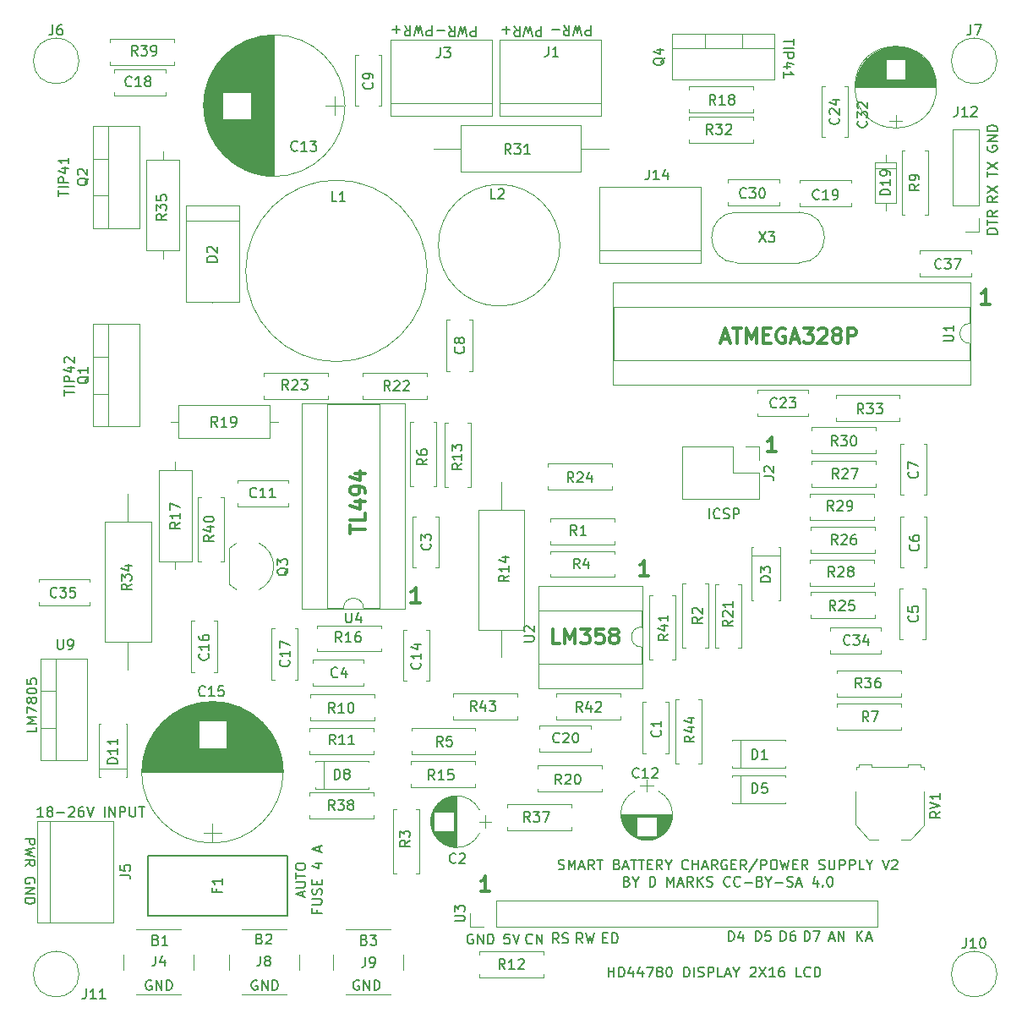
<source format=gbr>
G04 #@! TF.FileFunction,Legend,Top*
%FSLAX46Y46*%
G04 Gerber Fmt 4.6, Leading zero omitted, Abs format (unit mm)*
G04 Created by KiCad (PCBNEW 4.0.7) date 04/08/21 23:54:55*
%MOMM*%
%LPD*%
G01*
G04 APERTURE LIST*
%ADD10C,0.100000*%
%ADD11C,0.150000*%
%ADD12C,0.300000*%
%ADD13C,0.200000*%
%ADD14C,0.120000*%
G04 APERTURE END LIST*
D10*
D11*
X42697619Y-111911905D02*
X43697619Y-111911905D01*
X43697619Y-112292858D01*
X43650000Y-112388096D01*
X43602381Y-112435715D01*
X43507143Y-112483334D01*
X43364286Y-112483334D01*
X43269048Y-112435715D01*
X43221429Y-112388096D01*
X43173810Y-112292858D01*
X43173810Y-111911905D01*
X43697619Y-112816667D02*
X42697619Y-113054762D01*
X43411905Y-113245239D01*
X42697619Y-113435715D01*
X43697619Y-113673810D01*
X42697619Y-114626191D02*
X43173810Y-114292857D01*
X42697619Y-114054762D02*
X43697619Y-114054762D01*
X43697619Y-114435715D01*
X43650000Y-114530953D01*
X43602381Y-114578572D01*
X43507143Y-114626191D01*
X43364286Y-114626191D01*
X43269048Y-114578572D01*
X43221429Y-114530953D01*
X43173810Y-114435715D01*
X43173810Y-114054762D01*
X43650000Y-116340477D02*
X43697619Y-116245239D01*
X43697619Y-116102382D01*
X43650000Y-115959524D01*
X43554762Y-115864286D01*
X43459524Y-115816667D01*
X43269048Y-115769048D01*
X43126190Y-115769048D01*
X42935714Y-115816667D01*
X42840476Y-115864286D01*
X42745238Y-115959524D01*
X42697619Y-116102382D01*
X42697619Y-116197620D01*
X42745238Y-116340477D01*
X42792857Y-116388096D01*
X43126190Y-116388096D01*
X43126190Y-116197620D01*
X42697619Y-116816667D02*
X43697619Y-116816667D01*
X42697619Y-117388096D01*
X43697619Y-117388096D01*
X42697619Y-117864286D02*
X43697619Y-117864286D01*
X43697619Y-118102381D01*
X43650000Y-118245239D01*
X43554762Y-118340477D01*
X43459524Y-118388096D01*
X43269048Y-118435715D01*
X43126190Y-118435715D01*
X42935714Y-118388096D01*
X42840476Y-118340477D01*
X42745238Y-118245239D01*
X42697619Y-118102381D01*
X42697619Y-117864286D01*
D12*
X117928572Y-73178571D02*
X117071429Y-73178571D01*
X117500001Y-73178571D02*
X117500001Y-71678571D01*
X117357144Y-71892857D01*
X117214286Y-72035714D01*
X117071429Y-72107143D01*
D11*
X76138096Y-126100000D02*
X76042858Y-126052381D01*
X75900001Y-126052381D01*
X75757143Y-126100000D01*
X75661905Y-126195238D01*
X75614286Y-126290476D01*
X75566667Y-126480952D01*
X75566667Y-126623810D01*
X75614286Y-126814286D01*
X75661905Y-126909524D01*
X75757143Y-127004762D01*
X75900001Y-127052381D01*
X75995239Y-127052381D01*
X76138096Y-127004762D01*
X76185715Y-126957143D01*
X76185715Y-126623810D01*
X75995239Y-126623810D01*
X76614286Y-127052381D02*
X76614286Y-126052381D01*
X77185715Y-127052381D01*
X77185715Y-126052381D01*
X77661905Y-127052381D02*
X77661905Y-126052381D01*
X77900000Y-126052381D01*
X78042858Y-126100000D01*
X78138096Y-126195238D01*
X78185715Y-126290476D01*
X78233334Y-126480952D01*
X78233334Y-126623810D01*
X78185715Y-126814286D01*
X78138096Y-126909524D01*
X78042858Y-127004762D01*
X77900000Y-127052381D01*
X77661905Y-127052381D01*
X65938096Y-126100000D02*
X65842858Y-126052381D01*
X65700001Y-126052381D01*
X65557143Y-126100000D01*
X65461905Y-126195238D01*
X65414286Y-126290476D01*
X65366667Y-126480952D01*
X65366667Y-126623810D01*
X65414286Y-126814286D01*
X65461905Y-126909524D01*
X65557143Y-127004762D01*
X65700001Y-127052381D01*
X65795239Y-127052381D01*
X65938096Y-127004762D01*
X65985715Y-126957143D01*
X65985715Y-126623810D01*
X65795239Y-126623810D01*
X66414286Y-127052381D02*
X66414286Y-126052381D01*
X66985715Y-127052381D01*
X66985715Y-126052381D01*
X67461905Y-127052381D02*
X67461905Y-126052381D01*
X67700000Y-126052381D01*
X67842858Y-126100000D01*
X67938096Y-126195238D01*
X67985715Y-126290476D01*
X68033334Y-126480952D01*
X68033334Y-126623810D01*
X67985715Y-126814286D01*
X67938096Y-126909524D01*
X67842858Y-127004762D01*
X67700000Y-127052381D01*
X67461905Y-127052381D01*
X55338096Y-126100000D02*
X55242858Y-126052381D01*
X55100001Y-126052381D01*
X54957143Y-126100000D01*
X54861905Y-126195238D01*
X54814286Y-126290476D01*
X54766667Y-126480952D01*
X54766667Y-126623810D01*
X54814286Y-126814286D01*
X54861905Y-126909524D01*
X54957143Y-127004762D01*
X55100001Y-127052381D01*
X55195239Y-127052381D01*
X55338096Y-127004762D01*
X55385715Y-126957143D01*
X55385715Y-126623810D01*
X55195239Y-126623810D01*
X55814286Y-127052381D02*
X55814286Y-126052381D01*
X56385715Y-127052381D01*
X56385715Y-126052381D01*
X56861905Y-127052381D02*
X56861905Y-126052381D01*
X57100000Y-126052381D01*
X57242858Y-126100000D01*
X57338096Y-126195238D01*
X57385715Y-126290476D01*
X57433334Y-126480952D01*
X57433334Y-126623810D01*
X57385715Y-126814286D01*
X57338096Y-126909524D01*
X57242858Y-127004762D01*
X57100000Y-127052381D01*
X56861905Y-127052381D01*
X55795239Y-122028571D02*
X55938096Y-122076190D01*
X55985715Y-122123810D01*
X56033334Y-122219048D01*
X56033334Y-122361905D01*
X55985715Y-122457143D01*
X55938096Y-122504762D01*
X55842858Y-122552381D01*
X55461905Y-122552381D01*
X55461905Y-121552381D01*
X55795239Y-121552381D01*
X55890477Y-121600000D01*
X55938096Y-121647619D01*
X55985715Y-121742857D01*
X55985715Y-121838095D01*
X55938096Y-121933333D01*
X55890477Y-121980952D01*
X55795239Y-122028571D01*
X55461905Y-122028571D01*
X56985715Y-122552381D02*
X56414286Y-122552381D01*
X56700000Y-122552381D02*
X56700000Y-121552381D01*
X56604762Y-121695238D01*
X56509524Y-121790476D01*
X56414286Y-121838095D01*
X66195239Y-121928571D02*
X66338096Y-121976190D01*
X66385715Y-122023810D01*
X66433334Y-122119048D01*
X66433334Y-122261905D01*
X66385715Y-122357143D01*
X66338096Y-122404762D01*
X66242858Y-122452381D01*
X65861905Y-122452381D01*
X65861905Y-121452381D01*
X66195239Y-121452381D01*
X66290477Y-121500000D01*
X66338096Y-121547619D01*
X66385715Y-121642857D01*
X66385715Y-121738095D01*
X66338096Y-121833333D01*
X66290477Y-121880952D01*
X66195239Y-121928571D01*
X65861905Y-121928571D01*
X66814286Y-121547619D02*
X66861905Y-121500000D01*
X66957143Y-121452381D01*
X67195239Y-121452381D01*
X67290477Y-121500000D01*
X67338096Y-121547619D01*
X67385715Y-121642857D01*
X67385715Y-121738095D01*
X67338096Y-121880952D01*
X66766667Y-122452381D01*
X67385715Y-122452381D01*
X76695239Y-122028571D02*
X76838096Y-122076190D01*
X76885715Y-122123810D01*
X76933334Y-122219048D01*
X76933334Y-122361905D01*
X76885715Y-122457143D01*
X76838096Y-122504762D01*
X76742858Y-122552381D01*
X76361905Y-122552381D01*
X76361905Y-121552381D01*
X76695239Y-121552381D01*
X76790477Y-121600000D01*
X76838096Y-121647619D01*
X76885715Y-121742857D01*
X76885715Y-121838095D01*
X76838096Y-121933333D01*
X76790477Y-121980952D01*
X76695239Y-122028571D01*
X76361905Y-122028571D01*
X77266667Y-121552381D02*
X77885715Y-121552381D01*
X77552381Y-121933333D01*
X77695239Y-121933333D01*
X77790477Y-121980952D01*
X77838096Y-122028571D01*
X77885715Y-122123810D01*
X77885715Y-122361905D01*
X77838096Y-122457143D01*
X77790477Y-122504762D01*
X77695239Y-122552381D01*
X77409524Y-122552381D01*
X77314286Y-122504762D01*
X77266667Y-122457143D01*
X126009524Y-122152381D02*
X126009524Y-121152381D01*
X126580953Y-122152381D02*
X126152381Y-121580952D01*
X126580953Y-121152381D02*
X126009524Y-121723810D01*
X126961905Y-121866667D02*
X127438096Y-121866667D01*
X126866667Y-122152381D02*
X127200000Y-121152381D01*
X127533334Y-122152381D01*
X123238095Y-121866667D02*
X123714286Y-121866667D01*
X123142857Y-122152381D02*
X123476190Y-121152381D01*
X123809524Y-122152381D01*
X124142857Y-122152381D02*
X124142857Y-121152381D01*
X124714286Y-122152381D01*
X124714286Y-121152381D01*
X120761905Y-122152381D02*
X120761905Y-121152381D01*
X121000000Y-121152381D01*
X121142858Y-121200000D01*
X121238096Y-121295238D01*
X121285715Y-121390476D01*
X121333334Y-121580952D01*
X121333334Y-121723810D01*
X121285715Y-121914286D01*
X121238096Y-122009524D01*
X121142858Y-122104762D01*
X121000000Y-122152381D01*
X120761905Y-122152381D01*
X121666667Y-121152381D02*
X122333334Y-121152381D01*
X121904762Y-122152381D01*
X118361905Y-122152381D02*
X118361905Y-121152381D01*
X118600000Y-121152381D01*
X118742858Y-121200000D01*
X118838096Y-121295238D01*
X118885715Y-121390476D01*
X118933334Y-121580952D01*
X118933334Y-121723810D01*
X118885715Y-121914286D01*
X118838096Y-122009524D01*
X118742858Y-122104762D01*
X118600000Y-122152381D01*
X118361905Y-122152381D01*
X119790477Y-121152381D02*
X119600000Y-121152381D01*
X119504762Y-121200000D01*
X119457143Y-121247619D01*
X119361905Y-121390476D01*
X119314286Y-121580952D01*
X119314286Y-121961905D01*
X119361905Y-122057143D01*
X119409524Y-122104762D01*
X119504762Y-122152381D01*
X119695239Y-122152381D01*
X119790477Y-122104762D01*
X119838096Y-122057143D01*
X119885715Y-121961905D01*
X119885715Y-121723810D01*
X119838096Y-121628571D01*
X119790477Y-121580952D01*
X119695239Y-121533333D01*
X119504762Y-121533333D01*
X119409524Y-121580952D01*
X119361905Y-121628571D01*
X119314286Y-121723810D01*
X115861905Y-122152381D02*
X115861905Y-121152381D01*
X116100000Y-121152381D01*
X116242858Y-121200000D01*
X116338096Y-121295238D01*
X116385715Y-121390476D01*
X116433334Y-121580952D01*
X116433334Y-121723810D01*
X116385715Y-121914286D01*
X116338096Y-122009524D01*
X116242858Y-122104762D01*
X116100000Y-122152381D01*
X115861905Y-122152381D01*
X117338096Y-121152381D02*
X116861905Y-121152381D01*
X116814286Y-121628571D01*
X116861905Y-121580952D01*
X116957143Y-121533333D01*
X117195239Y-121533333D01*
X117290477Y-121580952D01*
X117338096Y-121628571D01*
X117385715Y-121723810D01*
X117385715Y-121961905D01*
X117338096Y-122057143D01*
X117290477Y-122104762D01*
X117195239Y-122152381D01*
X116957143Y-122152381D01*
X116861905Y-122104762D01*
X116814286Y-122057143D01*
X113161905Y-122152381D02*
X113161905Y-121152381D01*
X113400000Y-121152381D01*
X113542858Y-121200000D01*
X113638096Y-121295238D01*
X113685715Y-121390476D01*
X113733334Y-121580952D01*
X113733334Y-121723810D01*
X113685715Y-121914286D01*
X113638096Y-122009524D01*
X113542858Y-122104762D01*
X113400000Y-122152381D01*
X113161905Y-122152381D01*
X114590477Y-121485714D02*
X114590477Y-122152381D01*
X114352381Y-121104762D02*
X114114286Y-121819048D01*
X114733334Y-121819048D01*
X100585714Y-121828571D02*
X100919048Y-121828571D01*
X101061905Y-122352381D02*
X100585714Y-122352381D01*
X100585714Y-121352381D01*
X101061905Y-121352381D01*
X101490476Y-122352381D02*
X101490476Y-121352381D01*
X101728571Y-121352381D01*
X101871429Y-121400000D01*
X101966667Y-121495238D01*
X102014286Y-121590476D01*
X102061905Y-121780952D01*
X102061905Y-121923810D01*
X102014286Y-122114286D01*
X101966667Y-122209524D01*
X101871429Y-122304762D01*
X101728571Y-122352381D01*
X101490476Y-122352381D01*
X98538096Y-122352381D02*
X98204762Y-121876190D01*
X97966667Y-122352381D02*
X97966667Y-121352381D01*
X98347620Y-121352381D01*
X98442858Y-121400000D01*
X98490477Y-121447619D01*
X98538096Y-121542857D01*
X98538096Y-121685714D01*
X98490477Y-121780952D01*
X98442858Y-121828571D01*
X98347620Y-121876190D01*
X97966667Y-121876190D01*
X98871429Y-121352381D02*
X99109524Y-122352381D01*
X99300001Y-121638095D01*
X99490477Y-122352381D01*
X99728572Y-121352381D01*
X93485715Y-122357143D02*
X93438096Y-122404762D01*
X93295239Y-122452381D01*
X93200001Y-122452381D01*
X93057143Y-122404762D01*
X92961905Y-122309524D01*
X92914286Y-122214286D01*
X92866667Y-122023810D01*
X92866667Y-121880952D01*
X92914286Y-121690476D01*
X92961905Y-121595238D01*
X93057143Y-121500000D01*
X93200001Y-121452381D01*
X93295239Y-121452381D01*
X93438096Y-121500000D01*
X93485715Y-121547619D01*
X93914286Y-122452381D02*
X93914286Y-121452381D01*
X94485715Y-122452381D01*
X94485715Y-121452381D01*
X96133334Y-122352381D02*
X95800000Y-121876190D01*
X95561905Y-122352381D02*
X95561905Y-121352381D01*
X95942858Y-121352381D01*
X96038096Y-121400000D01*
X96085715Y-121447619D01*
X96133334Y-121542857D01*
X96133334Y-121685714D01*
X96085715Y-121780952D01*
X96038096Y-121828571D01*
X95942858Y-121876190D01*
X95561905Y-121876190D01*
X96514286Y-122304762D02*
X96657143Y-122352381D01*
X96895239Y-122352381D01*
X96990477Y-122304762D01*
X97038096Y-122257143D01*
X97085715Y-122161905D01*
X97085715Y-122066667D01*
X97038096Y-121971429D01*
X96990477Y-121923810D01*
X96895239Y-121876190D01*
X96704762Y-121828571D01*
X96609524Y-121780952D01*
X96561905Y-121733333D01*
X96514286Y-121638095D01*
X96514286Y-121542857D01*
X96561905Y-121447619D01*
X96609524Y-121400000D01*
X96704762Y-121352381D01*
X96942858Y-121352381D01*
X97085715Y-121400000D01*
X91209524Y-121452381D02*
X90733333Y-121452381D01*
X90685714Y-121928571D01*
X90733333Y-121880952D01*
X90828571Y-121833333D01*
X91066667Y-121833333D01*
X91161905Y-121880952D01*
X91209524Y-121928571D01*
X91257143Y-122023810D01*
X91257143Y-122261905D01*
X91209524Y-122357143D01*
X91161905Y-122404762D01*
X91066667Y-122452381D01*
X90828571Y-122452381D01*
X90733333Y-122404762D01*
X90685714Y-122357143D01*
X91542857Y-121452381D02*
X91876190Y-122452381D01*
X92209524Y-121452381D01*
X87538096Y-121500000D02*
X87442858Y-121452381D01*
X87300001Y-121452381D01*
X87157143Y-121500000D01*
X87061905Y-121595238D01*
X87014286Y-121690476D01*
X86966667Y-121880952D01*
X86966667Y-122023810D01*
X87014286Y-122214286D01*
X87061905Y-122309524D01*
X87157143Y-122404762D01*
X87300001Y-122452381D01*
X87395239Y-122452381D01*
X87538096Y-122404762D01*
X87585715Y-122357143D01*
X87585715Y-122023810D01*
X87395239Y-122023810D01*
X88014286Y-122452381D02*
X88014286Y-121452381D01*
X88585715Y-122452381D01*
X88585715Y-121452381D01*
X89061905Y-122452381D02*
X89061905Y-121452381D01*
X89300000Y-121452381D01*
X89442858Y-121500000D01*
X89538096Y-121595238D01*
X89585715Y-121690476D01*
X89633334Y-121880952D01*
X89633334Y-122023810D01*
X89585715Y-122214286D01*
X89538096Y-122309524D01*
X89442858Y-122404762D01*
X89300000Y-122452381D01*
X89061905Y-122452381D01*
D12*
X89228572Y-117178571D02*
X88371429Y-117178571D01*
X88800001Y-117178571D02*
X88800001Y-115678571D01*
X88657144Y-115892857D01*
X88514286Y-116035714D01*
X88371429Y-116107143D01*
D11*
X99342381Y-30477619D02*
X99342381Y-31477619D01*
X98961428Y-31477619D01*
X98866190Y-31430000D01*
X98818571Y-31382381D01*
X98770952Y-31287143D01*
X98770952Y-31144286D01*
X98818571Y-31049048D01*
X98866190Y-31001429D01*
X98961428Y-30953810D01*
X99342381Y-30953810D01*
X98437619Y-31477619D02*
X98199524Y-30477619D01*
X98009047Y-31191905D01*
X97818571Y-30477619D01*
X97580476Y-31477619D01*
X96628095Y-30477619D02*
X96961429Y-30953810D01*
X97199524Y-30477619D02*
X97199524Y-31477619D01*
X96818571Y-31477619D01*
X96723333Y-31430000D01*
X96675714Y-31382381D01*
X96628095Y-31287143D01*
X96628095Y-31144286D01*
X96675714Y-31049048D01*
X96723333Y-31001429D01*
X96818571Y-30953810D01*
X97199524Y-30953810D01*
X96199524Y-30858571D02*
X95437619Y-30858571D01*
X87862381Y-30577619D02*
X87862381Y-31577619D01*
X87481428Y-31577619D01*
X87386190Y-31530000D01*
X87338571Y-31482381D01*
X87290952Y-31387143D01*
X87290952Y-31244286D01*
X87338571Y-31149048D01*
X87386190Y-31101429D01*
X87481428Y-31053810D01*
X87862381Y-31053810D01*
X86957619Y-31577619D02*
X86719524Y-30577619D01*
X86529047Y-31291905D01*
X86338571Y-30577619D01*
X86100476Y-31577619D01*
X85148095Y-30577619D02*
X85481429Y-31053810D01*
X85719524Y-30577619D02*
X85719524Y-31577619D01*
X85338571Y-31577619D01*
X85243333Y-31530000D01*
X85195714Y-31482381D01*
X85148095Y-31387143D01*
X85148095Y-31244286D01*
X85195714Y-31149048D01*
X85243333Y-31101429D01*
X85338571Y-31053810D01*
X85719524Y-31053810D01*
X84719524Y-30958571D02*
X83957619Y-30958571D01*
X83412381Y-30497619D02*
X83412381Y-31497619D01*
X83031428Y-31497619D01*
X82936190Y-31450000D01*
X82888571Y-31402381D01*
X82840952Y-31307143D01*
X82840952Y-31164286D01*
X82888571Y-31069048D01*
X82936190Y-31021429D01*
X83031428Y-30973810D01*
X83412381Y-30973810D01*
X82507619Y-31497619D02*
X82269524Y-30497619D01*
X82079047Y-31211905D01*
X81888571Y-30497619D01*
X81650476Y-31497619D01*
X80698095Y-30497619D02*
X81031429Y-30973810D01*
X81269524Y-30497619D02*
X81269524Y-31497619D01*
X80888571Y-31497619D01*
X80793333Y-31450000D01*
X80745714Y-31402381D01*
X80698095Y-31307143D01*
X80698095Y-31164286D01*
X80745714Y-31069048D01*
X80793333Y-31021429D01*
X80888571Y-30973810D01*
X81269524Y-30973810D01*
X80269524Y-30878571D02*
X79507619Y-30878571D01*
X79888571Y-30497619D02*
X79888571Y-31259524D01*
X94392381Y-30537619D02*
X94392381Y-31537619D01*
X94011428Y-31537619D01*
X93916190Y-31490000D01*
X93868571Y-31442381D01*
X93820952Y-31347143D01*
X93820952Y-31204286D01*
X93868571Y-31109048D01*
X93916190Y-31061429D01*
X94011428Y-31013810D01*
X94392381Y-31013810D01*
X93487619Y-31537619D02*
X93249524Y-30537619D01*
X93059047Y-31251905D01*
X92868571Y-30537619D01*
X92630476Y-31537619D01*
X91678095Y-30537619D02*
X92011429Y-31013810D01*
X92249524Y-30537619D02*
X92249524Y-31537619D01*
X91868571Y-31537619D01*
X91773333Y-31490000D01*
X91725714Y-31442381D01*
X91678095Y-31347143D01*
X91678095Y-31204286D01*
X91725714Y-31109048D01*
X91773333Y-31061429D01*
X91868571Y-31013810D01*
X92249524Y-31013810D01*
X91249524Y-30918571D02*
X90487619Y-30918571D01*
X90868571Y-30537619D02*
X90868571Y-31299524D01*
X119647619Y-31823810D02*
X119647619Y-32395239D01*
X118647619Y-32109524D02*
X119647619Y-32109524D01*
X118647619Y-32728572D02*
X119647619Y-32728572D01*
X118647619Y-33204762D02*
X119647619Y-33204762D01*
X119647619Y-33585715D01*
X119600000Y-33680953D01*
X119552381Y-33728572D01*
X119457143Y-33776191D01*
X119314286Y-33776191D01*
X119219048Y-33728572D01*
X119171429Y-33680953D01*
X119123810Y-33585715D01*
X119123810Y-33204762D01*
X119314286Y-34633334D02*
X118647619Y-34633334D01*
X119695238Y-34395238D02*
X118980952Y-34157143D01*
X118980952Y-34776191D01*
X118647619Y-35680953D02*
X118647619Y-35109524D01*
X118647619Y-35395238D02*
X119647619Y-35395238D01*
X119504762Y-35300000D01*
X119409524Y-35204762D01*
X119361905Y-35109524D01*
X46052381Y-47576190D02*
X46052381Y-47004761D01*
X47052381Y-47290476D02*
X46052381Y-47290476D01*
X47052381Y-46671428D02*
X46052381Y-46671428D01*
X47052381Y-46195238D02*
X46052381Y-46195238D01*
X46052381Y-45814285D01*
X46100000Y-45719047D01*
X46147619Y-45671428D01*
X46242857Y-45623809D01*
X46385714Y-45623809D01*
X46480952Y-45671428D01*
X46528571Y-45719047D01*
X46576190Y-45814285D01*
X46576190Y-46195238D01*
X46385714Y-44766666D02*
X47052381Y-44766666D01*
X46004762Y-45004762D02*
X46719048Y-45242857D01*
X46719048Y-44623809D01*
X47052381Y-43719047D02*
X47052381Y-44290476D01*
X47052381Y-44004762D02*
X46052381Y-44004762D01*
X46195238Y-44100000D01*
X46290476Y-44195238D01*
X46338095Y-44290476D01*
X46602381Y-67526190D02*
X46602381Y-66954761D01*
X47602381Y-67240476D02*
X46602381Y-67240476D01*
X47602381Y-66621428D02*
X46602381Y-66621428D01*
X47602381Y-66145238D02*
X46602381Y-66145238D01*
X46602381Y-65764285D01*
X46650000Y-65669047D01*
X46697619Y-65621428D01*
X46792857Y-65573809D01*
X46935714Y-65573809D01*
X47030952Y-65621428D01*
X47078571Y-65669047D01*
X47126190Y-65764285D01*
X47126190Y-66145238D01*
X46935714Y-64716666D02*
X47602381Y-64716666D01*
X46554762Y-64954762D02*
X47269048Y-65192857D01*
X47269048Y-64573809D01*
X46697619Y-64240476D02*
X46650000Y-64192857D01*
X46602381Y-64097619D01*
X46602381Y-63859523D01*
X46650000Y-63764285D01*
X46697619Y-63716666D01*
X46792857Y-63669047D01*
X46888095Y-63669047D01*
X47030952Y-63716666D01*
X47602381Y-64288095D01*
X47602381Y-63669047D01*
X70501667Y-117696667D02*
X70501667Y-117220476D01*
X70787381Y-117791905D02*
X69787381Y-117458572D01*
X70787381Y-117125238D01*
X69787381Y-116791905D02*
X70596905Y-116791905D01*
X70692143Y-116744286D01*
X70739762Y-116696667D01*
X70787381Y-116601429D01*
X70787381Y-116410952D01*
X70739762Y-116315714D01*
X70692143Y-116268095D01*
X70596905Y-116220476D01*
X69787381Y-116220476D01*
X69787381Y-115887143D02*
X69787381Y-115315714D01*
X70787381Y-115601429D02*
X69787381Y-115601429D01*
X69787381Y-114791905D02*
X69787381Y-114601428D01*
X69835000Y-114506190D01*
X69930238Y-114410952D01*
X70120714Y-114363333D01*
X70454048Y-114363333D01*
X70644524Y-114410952D01*
X70739762Y-114506190D01*
X70787381Y-114601428D01*
X70787381Y-114791905D01*
X70739762Y-114887143D01*
X70644524Y-114982381D01*
X70454048Y-115030000D01*
X70120714Y-115030000D01*
X69930238Y-114982381D01*
X69835000Y-114887143D01*
X69787381Y-114791905D01*
X71913571Y-119006190D02*
X71913571Y-119339524D01*
X72437381Y-119339524D02*
X71437381Y-119339524D01*
X71437381Y-118863333D01*
X71437381Y-118482381D02*
X72246905Y-118482381D01*
X72342143Y-118434762D01*
X72389762Y-118387143D01*
X72437381Y-118291905D01*
X72437381Y-118101428D01*
X72389762Y-118006190D01*
X72342143Y-117958571D01*
X72246905Y-117910952D01*
X71437381Y-117910952D01*
X72389762Y-117482381D02*
X72437381Y-117339524D01*
X72437381Y-117101428D01*
X72389762Y-117006190D01*
X72342143Y-116958571D01*
X72246905Y-116910952D01*
X72151667Y-116910952D01*
X72056429Y-116958571D01*
X72008810Y-117006190D01*
X71961190Y-117101428D01*
X71913571Y-117291905D01*
X71865952Y-117387143D01*
X71818333Y-117434762D01*
X71723095Y-117482381D01*
X71627857Y-117482381D01*
X71532619Y-117434762D01*
X71485000Y-117387143D01*
X71437381Y-117291905D01*
X71437381Y-117053809D01*
X71485000Y-116910952D01*
X71913571Y-116482381D02*
X71913571Y-116149047D01*
X72437381Y-116006190D02*
X72437381Y-116482381D01*
X71437381Y-116482381D01*
X71437381Y-116006190D01*
X71770714Y-114387142D02*
X72437381Y-114387142D01*
X71389762Y-114625238D02*
X72104048Y-114863333D01*
X72104048Y-114244285D01*
X72151667Y-113149047D02*
X72151667Y-112672856D01*
X72437381Y-113244285D02*
X71437381Y-112910952D01*
X72437381Y-112577618D01*
D12*
X96264287Y-92378571D02*
X95550001Y-92378571D01*
X95550001Y-90878571D01*
X96764287Y-92378571D02*
X96764287Y-90878571D01*
X97264287Y-91950000D01*
X97764287Y-90878571D01*
X97764287Y-92378571D01*
X98335716Y-90878571D02*
X99264287Y-90878571D01*
X98764287Y-91450000D01*
X98978573Y-91450000D01*
X99121430Y-91521429D01*
X99192859Y-91592857D01*
X99264287Y-91735714D01*
X99264287Y-92092857D01*
X99192859Y-92235714D01*
X99121430Y-92307143D01*
X98978573Y-92378571D01*
X98550001Y-92378571D01*
X98407144Y-92307143D01*
X98335716Y-92235714D01*
X100621430Y-90878571D02*
X99907144Y-90878571D01*
X99835715Y-91592857D01*
X99907144Y-91521429D01*
X100050001Y-91450000D01*
X100407144Y-91450000D01*
X100550001Y-91521429D01*
X100621430Y-91592857D01*
X100692858Y-91735714D01*
X100692858Y-92092857D01*
X100621430Y-92235714D01*
X100550001Y-92307143D01*
X100407144Y-92378571D01*
X100050001Y-92378571D01*
X99907144Y-92307143D01*
X99835715Y-92235714D01*
X101550001Y-91521429D02*
X101407143Y-91450000D01*
X101335715Y-91378571D01*
X101264286Y-91235714D01*
X101264286Y-91164286D01*
X101335715Y-91021429D01*
X101407143Y-90950000D01*
X101550001Y-90878571D01*
X101835715Y-90878571D01*
X101978572Y-90950000D01*
X102050001Y-91021429D01*
X102121429Y-91164286D01*
X102121429Y-91235714D01*
X102050001Y-91378571D01*
X101978572Y-91450000D01*
X101835715Y-91521429D01*
X101550001Y-91521429D01*
X101407143Y-91592857D01*
X101335715Y-91664286D01*
X101264286Y-91807143D01*
X101264286Y-92092857D01*
X101335715Y-92235714D01*
X101407143Y-92307143D01*
X101550001Y-92378571D01*
X101835715Y-92378571D01*
X101978572Y-92307143D01*
X102050001Y-92235714D01*
X102121429Y-92092857D01*
X102121429Y-91807143D01*
X102050001Y-91664286D01*
X101978572Y-91592857D01*
X101835715Y-91521429D01*
X105128572Y-85578571D02*
X104271429Y-85578571D01*
X104700001Y-85578571D02*
X104700001Y-84078571D01*
X104557144Y-84292857D01*
X104414286Y-84435714D01*
X104271429Y-84507143D01*
X82228572Y-88278571D02*
X81371429Y-88278571D01*
X81800001Y-88278571D02*
X81800001Y-86778571D01*
X81657144Y-86992857D01*
X81514286Y-87135714D01*
X81371429Y-87207143D01*
X75278571Y-81378571D02*
X75278571Y-80521428D01*
X76778571Y-80949999D02*
X75278571Y-80949999D01*
X76778571Y-79307142D02*
X76778571Y-80021428D01*
X75278571Y-80021428D01*
X75778571Y-78164285D02*
X76778571Y-78164285D01*
X75207143Y-78521428D02*
X76278571Y-78878571D01*
X76278571Y-77949999D01*
X76778571Y-77307143D02*
X76778571Y-77021428D01*
X76707143Y-76878571D01*
X76635714Y-76807143D01*
X76421429Y-76664285D01*
X76135714Y-76592857D01*
X75564286Y-76592857D01*
X75421429Y-76664285D01*
X75350000Y-76735714D01*
X75278571Y-76878571D01*
X75278571Y-77164285D01*
X75350000Y-77307143D01*
X75421429Y-77378571D01*
X75564286Y-77450000D01*
X75921429Y-77450000D01*
X76064286Y-77378571D01*
X76135714Y-77307143D01*
X76207143Y-77164285D01*
X76207143Y-76878571D01*
X76135714Y-76735714D01*
X76064286Y-76664285D01*
X75921429Y-76592857D01*
X75778571Y-75307143D02*
X76778571Y-75307143D01*
X75207143Y-75664286D02*
X76278571Y-76021429D01*
X76278571Y-75092857D01*
X139328572Y-58378571D02*
X138471429Y-58378571D01*
X138900001Y-58378571D02*
X138900001Y-56878571D01*
X138757144Y-57092857D01*
X138614286Y-57235714D01*
X138471429Y-57307143D01*
X112450001Y-61850000D02*
X113164287Y-61850000D01*
X112307144Y-62278571D02*
X112807144Y-60778571D01*
X113307144Y-62278571D01*
X113592858Y-60778571D02*
X114450001Y-60778571D01*
X114021430Y-62278571D02*
X114021430Y-60778571D01*
X114950001Y-62278571D02*
X114950001Y-60778571D01*
X115450001Y-61850000D01*
X115950001Y-60778571D01*
X115950001Y-62278571D01*
X116664287Y-61492857D02*
X117164287Y-61492857D01*
X117378573Y-62278571D02*
X116664287Y-62278571D01*
X116664287Y-60778571D01*
X117378573Y-60778571D01*
X118807144Y-60850000D02*
X118664287Y-60778571D01*
X118450001Y-60778571D01*
X118235716Y-60850000D01*
X118092858Y-60992857D01*
X118021430Y-61135714D01*
X117950001Y-61421429D01*
X117950001Y-61635714D01*
X118021430Y-61921429D01*
X118092858Y-62064286D01*
X118235716Y-62207143D01*
X118450001Y-62278571D01*
X118592858Y-62278571D01*
X118807144Y-62207143D01*
X118878573Y-62135714D01*
X118878573Y-61635714D01*
X118592858Y-61635714D01*
X119450001Y-61850000D02*
X120164287Y-61850000D01*
X119307144Y-62278571D02*
X119807144Y-60778571D01*
X120307144Y-62278571D01*
X120664287Y-60778571D02*
X121592858Y-60778571D01*
X121092858Y-61350000D01*
X121307144Y-61350000D01*
X121450001Y-61421429D01*
X121521430Y-61492857D01*
X121592858Y-61635714D01*
X121592858Y-61992857D01*
X121521430Y-62135714D01*
X121450001Y-62207143D01*
X121307144Y-62278571D01*
X120878572Y-62278571D01*
X120735715Y-62207143D01*
X120664287Y-62135714D01*
X122164286Y-60921429D02*
X122235715Y-60850000D01*
X122378572Y-60778571D01*
X122735715Y-60778571D01*
X122878572Y-60850000D01*
X122950001Y-60921429D01*
X123021429Y-61064286D01*
X123021429Y-61207143D01*
X122950001Y-61421429D01*
X122092858Y-62278571D01*
X123021429Y-62278571D01*
X123878572Y-61421429D02*
X123735714Y-61350000D01*
X123664286Y-61278571D01*
X123592857Y-61135714D01*
X123592857Y-61064286D01*
X123664286Y-60921429D01*
X123735714Y-60850000D01*
X123878572Y-60778571D01*
X124164286Y-60778571D01*
X124307143Y-60850000D01*
X124378572Y-60921429D01*
X124450000Y-61064286D01*
X124450000Y-61135714D01*
X124378572Y-61278571D01*
X124307143Y-61350000D01*
X124164286Y-61421429D01*
X123878572Y-61421429D01*
X123735714Y-61492857D01*
X123664286Y-61564286D01*
X123592857Y-61707143D01*
X123592857Y-61992857D01*
X123664286Y-62135714D01*
X123735714Y-62207143D01*
X123878572Y-62278571D01*
X124164286Y-62278571D01*
X124307143Y-62207143D01*
X124378572Y-62135714D01*
X124450000Y-61992857D01*
X124450000Y-61707143D01*
X124378572Y-61564286D01*
X124307143Y-61492857D01*
X124164286Y-61421429D01*
X125092857Y-62278571D02*
X125092857Y-60778571D01*
X125664285Y-60778571D01*
X125807143Y-60850000D01*
X125878571Y-60921429D01*
X125950000Y-61064286D01*
X125950000Y-61278571D01*
X125878571Y-61421429D01*
X125807143Y-61492857D01*
X125664285Y-61564286D01*
X125092857Y-61564286D01*
D11*
X44511905Y-109702381D02*
X43940476Y-109702381D01*
X44226190Y-109702381D02*
X44226190Y-108702381D01*
X44130952Y-108845238D01*
X44035714Y-108940476D01*
X43940476Y-108988095D01*
X45083333Y-109130952D02*
X44988095Y-109083333D01*
X44940476Y-109035714D01*
X44892857Y-108940476D01*
X44892857Y-108892857D01*
X44940476Y-108797619D01*
X44988095Y-108750000D01*
X45083333Y-108702381D01*
X45273810Y-108702381D01*
X45369048Y-108750000D01*
X45416667Y-108797619D01*
X45464286Y-108892857D01*
X45464286Y-108940476D01*
X45416667Y-109035714D01*
X45369048Y-109083333D01*
X45273810Y-109130952D01*
X45083333Y-109130952D01*
X44988095Y-109178571D01*
X44940476Y-109226190D01*
X44892857Y-109321429D01*
X44892857Y-109511905D01*
X44940476Y-109607143D01*
X44988095Y-109654762D01*
X45083333Y-109702381D01*
X45273810Y-109702381D01*
X45369048Y-109654762D01*
X45416667Y-109607143D01*
X45464286Y-109511905D01*
X45464286Y-109321429D01*
X45416667Y-109226190D01*
X45369048Y-109178571D01*
X45273810Y-109130952D01*
X45892857Y-109321429D02*
X46654762Y-109321429D01*
X47083333Y-108797619D02*
X47130952Y-108750000D01*
X47226190Y-108702381D01*
X47464286Y-108702381D01*
X47559524Y-108750000D01*
X47607143Y-108797619D01*
X47654762Y-108892857D01*
X47654762Y-108988095D01*
X47607143Y-109130952D01*
X47035714Y-109702381D01*
X47654762Y-109702381D01*
X48511905Y-108702381D02*
X48321428Y-108702381D01*
X48226190Y-108750000D01*
X48178571Y-108797619D01*
X48083333Y-108940476D01*
X48035714Y-109130952D01*
X48035714Y-109511905D01*
X48083333Y-109607143D01*
X48130952Y-109654762D01*
X48226190Y-109702381D01*
X48416667Y-109702381D01*
X48511905Y-109654762D01*
X48559524Y-109607143D01*
X48607143Y-109511905D01*
X48607143Y-109273810D01*
X48559524Y-109178571D01*
X48511905Y-109130952D01*
X48416667Y-109083333D01*
X48226190Y-109083333D01*
X48130952Y-109130952D01*
X48083333Y-109178571D01*
X48035714Y-109273810D01*
X48892857Y-108702381D02*
X49226190Y-109702381D01*
X49559524Y-108702381D01*
X50654762Y-109702381D02*
X50654762Y-108702381D01*
X51130952Y-109702381D02*
X51130952Y-108702381D01*
X51702381Y-109702381D01*
X51702381Y-108702381D01*
X52178571Y-109702381D02*
X52178571Y-108702381D01*
X52559524Y-108702381D01*
X52654762Y-108750000D01*
X52702381Y-108797619D01*
X52750000Y-108892857D01*
X52750000Y-109035714D01*
X52702381Y-109130952D01*
X52654762Y-109178571D01*
X52559524Y-109226190D01*
X52178571Y-109226190D01*
X53178571Y-108702381D02*
X53178571Y-109511905D01*
X53226190Y-109607143D01*
X53273809Y-109654762D01*
X53369047Y-109702381D01*
X53559524Y-109702381D01*
X53654762Y-109654762D01*
X53702381Y-109607143D01*
X53750000Y-109511905D01*
X53750000Y-108702381D01*
X54083333Y-108702381D02*
X54654762Y-108702381D01*
X54369047Y-109702381D02*
X54369047Y-108702381D01*
D13*
X96123808Y-114954762D02*
X96266665Y-115002381D01*
X96504761Y-115002381D01*
X96599999Y-114954762D01*
X96647618Y-114907143D01*
X96695237Y-114811905D01*
X96695237Y-114716667D01*
X96647618Y-114621429D01*
X96599999Y-114573810D01*
X96504761Y-114526190D01*
X96314284Y-114478571D01*
X96219046Y-114430952D01*
X96171427Y-114383333D01*
X96123808Y-114288095D01*
X96123808Y-114192857D01*
X96171427Y-114097619D01*
X96219046Y-114050000D01*
X96314284Y-114002381D01*
X96552380Y-114002381D01*
X96695237Y-114050000D01*
X97123808Y-115002381D02*
X97123808Y-114002381D01*
X97457142Y-114716667D01*
X97790475Y-114002381D01*
X97790475Y-115002381D01*
X98219046Y-114716667D02*
X98695237Y-114716667D01*
X98123808Y-115002381D02*
X98457141Y-114002381D01*
X98790475Y-115002381D01*
X99695237Y-115002381D02*
X99361903Y-114526190D01*
X99123808Y-115002381D02*
X99123808Y-114002381D01*
X99504761Y-114002381D01*
X99599999Y-114050000D01*
X99647618Y-114097619D01*
X99695237Y-114192857D01*
X99695237Y-114335714D01*
X99647618Y-114430952D01*
X99599999Y-114478571D01*
X99504761Y-114526190D01*
X99123808Y-114526190D01*
X99980951Y-114002381D02*
X100552380Y-114002381D01*
X100266665Y-115002381D02*
X100266665Y-114002381D01*
X101980952Y-114478571D02*
X102123809Y-114526190D01*
X102171428Y-114573810D01*
X102219047Y-114669048D01*
X102219047Y-114811905D01*
X102171428Y-114907143D01*
X102123809Y-114954762D01*
X102028571Y-115002381D01*
X101647618Y-115002381D01*
X101647618Y-114002381D01*
X101980952Y-114002381D01*
X102076190Y-114050000D01*
X102123809Y-114097619D01*
X102171428Y-114192857D01*
X102171428Y-114288095D01*
X102123809Y-114383333D01*
X102076190Y-114430952D01*
X101980952Y-114478571D01*
X101647618Y-114478571D01*
X102599999Y-114716667D02*
X103076190Y-114716667D01*
X102504761Y-115002381D02*
X102838094Y-114002381D01*
X103171428Y-115002381D01*
X103361904Y-114002381D02*
X103933333Y-114002381D01*
X103647618Y-115002381D02*
X103647618Y-114002381D01*
X104123809Y-114002381D02*
X104695238Y-114002381D01*
X104409523Y-115002381D02*
X104409523Y-114002381D01*
X105028571Y-114478571D02*
X105361905Y-114478571D01*
X105504762Y-115002381D02*
X105028571Y-115002381D01*
X105028571Y-114002381D01*
X105504762Y-114002381D01*
X106504762Y-115002381D02*
X106171428Y-114526190D01*
X105933333Y-115002381D02*
X105933333Y-114002381D01*
X106314286Y-114002381D01*
X106409524Y-114050000D01*
X106457143Y-114097619D01*
X106504762Y-114192857D01*
X106504762Y-114335714D01*
X106457143Y-114430952D01*
X106409524Y-114478571D01*
X106314286Y-114526190D01*
X105933333Y-114526190D01*
X107123809Y-114526190D02*
X107123809Y-115002381D01*
X106790476Y-114002381D02*
X107123809Y-114526190D01*
X107457143Y-114002381D01*
X109123810Y-114907143D02*
X109076191Y-114954762D01*
X108933334Y-115002381D01*
X108838096Y-115002381D01*
X108695238Y-114954762D01*
X108600000Y-114859524D01*
X108552381Y-114764286D01*
X108504762Y-114573810D01*
X108504762Y-114430952D01*
X108552381Y-114240476D01*
X108600000Y-114145238D01*
X108695238Y-114050000D01*
X108838096Y-114002381D01*
X108933334Y-114002381D01*
X109076191Y-114050000D01*
X109123810Y-114097619D01*
X109552381Y-115002381D02*
X109552381Y-114002381D01*
X109552381Y-114478571D02*
X110123810Y-114478571D01*
X110123810Y-115002381D02*
X110123810Y-114002381D01*
X110552381Y-114716667D02*
X111028572Y-114716667D01*
X110457143Y-115002381D02*
X110790476Y-114002381D01*
X111123810Y-115002381D01*
X112028572Y-115002381D02*
X111695238Y-114526190D01*
X111457143Y-115002381D02*
X111457143Y-114002381D01*
X111838096Y-114002381D01*
X111933334Y-114050000D01*
X111980953Y-114097619D01*
X112028572Y-114192857D01*
X112028572Y-114335714D01*
X111980953Y-114430952D01*
X111933334Y-114478571D01*
X111838096Y-114526190D01*
X111457143Y-114526190D01*
X112980953Y-114050000D02*
X112885715Y-114002381D01*
X112742858Y-114002381D01*
X112600000Y-114050000D01*
X112504762Y-114145238D01*
X112457143Y-114240476D01*
X112409524Y-114430952D01*
X112409524Y-114573810D01*
X112457143Y-114764286D01*
X112504762Y-114859524D01*
X112600000Y-114954762D01*
X112742858Y-115002381D01*
X112838096Y-115002381D01*
X112980953Y-114954762D01*
X113028572Y-114907143D01*
X113028572Y-114573810D01*
X112838096Y-114573810D01*
X113457143Y-114478571D02*
X113790477Y-114478571D01*
X113933334Y-115002381D02*
X113457143Y-115002381D01*
X113457143Y-114002381D01*
X113933334Y-114002381D01*
X114933334Y-115002381D02*
X114600000Y-114526190D01*
X114361905Y-115002381D02*
X114361905Y-114002381D01*
X114742858Y-114002381D01*
X114838096Y-114050000D01*
X114885715Y-114097619D01*
X114933334Y-114192857D01*
X114933334Y-114335714D01*
X114885715Y-114430952D01*
X114838096Y-114478571D01*
X114742858Y-114526190D01*
X114361905Y-114526190D01*
X116076191Y-113954762D02*
X115219048Y-115240476D01*
X116409524Y-115002381D02*
X116409524Y-114002381D01*
X116790477Y-114002381D01*
X116885715Y-114050000D01*
X116933334Y-114097619D01*
X116980953Y-114192857D01*
X116980953Y-114335714D01*
X116933334Y-114430952D01*
X116885715Y-114478571D01*
X116790477Y-114526190D01*
X116409524Y-114526190D01*
X117600000Y-114002381D02*
X117790477Y-114002381D01*
X117885715Y-114050000D01*
X117980953Y-114145238D01*
X118028572Y-114335714D01*
X118028572Y-114669048D01*
X117980953Y-114859524D01*
X117885715Y-114954762D01*
X117790477Y-115002381D01*
X117600000Y-115002381D01*
X117504762Y-114954762D01*
X117409524Y-114859524D01*
X117361905Y-114669048D01*
X117361905Y-114335714D01*
X117409524Y-114145238D01*
X117504762Y-114050000D01*
X117600000Y-114002381D01*
X118361905Y-114002381D02*
X118600000Y-115002381D01*
X118790477Y-114288095D01*
X118980953Y-115002381D01*
X119219048Y-114002381D01*
X119600000Y-114478571D02*
X119933334Y-114478571D01*
X120076191Y-115002381D02*
X119600000Y-115002381D01*
X119600000Y-114002381D01*
X120076191Y-114002381D01*
X121076191Y-115002381D02*
X120742857Y-114526190D01*
X120504762Y-115002381D02*
X120504762Y-114002381D01*
X120885715Y-114002381D01*
X120980953Y-114050000D01*
X121028572Y-114097619D01*
X121076191Y-114192857D01*
X121076191Y-114335714D01*
X121028572Y-114430952D01*
X120980953Y-114478571D01*
X120885715Y-114526190D01*
X120504762Y-114526190D01*
X122219048Y-114954762D02*
X122361905Y-115002381D01*
X122600001Y-115002381D01*
X122695239Y-114954762D01*
X122742858Y-114907143D01*
X122790477Y-114811905D01*
X122790477Y-114716667D01*
X122742858Y-114621429D01*
X122695239Y-114573810D01*
X122600001Y-114526190D01*
X122409524Y-114478571D01*
X122314286Y-114430952D01*
X122266667Y-114383333D01*
X122219048Y-114288095D01*
X122219048Y-114192857D01*
X122266667Y-114097619D01*
X122314286Y-114050000D01*
X122409524Y-114002381D01*
X122647620Y-114002381D01*
X122790477Y-114050000D01*
X123219048Y-114002381D02*
X123219048Y-114811905D01*
X123266667Y-114907143D01*
X123314286Y-114954762D01*
X123409524Y-115002381D01*
X123600001Y-115002381D01*
X123695239Y-114954762D01*
X123742858Y-114907143D01*
X123790477Y-114811905D01*
X123790477Y-114002381D01*
X124266667Y-115002381D02*
X124266667Y-114002381D01*
X124647620Y-114002381D01*
X124742858Y-114050000D01*
X124790477Y-114097619D01*
X124838096Y-114192857D01*
X124838096Y-114335714D01*
X124790477Y-114430952D01*
X124742858Y-114478571D01*
X124647620Y-114526190D01*
X124266667Y-114526190D01*
X125266667Y-115002381D02*
X125266667Y-114002381D01*
X125647620Y-114002381D01*
X125742858Y-114050000D01*
X125790477Y-114097619D01*
X125838096Y-114192857D01*
X125838096Y-114335714D01*
X125790477Y-114430952D01*
X125742858Y-114478571D01*
X125647620Y-114526190D01*
X125266667Y-114526190D01*
X126742858Y-115002381D02*
X126266667Y-115002381D01*
X126266667Y-114002381D01*
X127266667Y-114526190D02*
X127266667Y-115002381D01*
X126933334Y-114002381D02*
X127266667Y-114526190D01*
X127600001Y-114002381D01*
X128552382Y-114002381D02*
X128885715Y-115002381D01*
X129219049Y-114002381D01*
X129504763Y-114097619D02*
X129552382Y-114050000D01*
X129647620Y-114002381D01*
X129885716Y-114002381D01*
X129980954Y-114050000D01*
X130028573Y-114097619D01*
X130076192Y-114192857D01*
X130076192Y-114288095D01*
X130028573Y-114430952D01*
X129457144Y-115002381D01*
X130076192Y-115002381D01*
X102980953Y-116178571D02*
X103123810Y-116226190D01*
X103171429Y-116273810D01*
X103219048Y-116369048D01*
X103219048Y-116511905D01*
X103171429Y-116607143D01*
X103123810Y-116654762D01*
X103028572Y-116702381D01*
X102647619Y-116702381D01*
X102647619Y-115702381D01*
X102980953Y-115702381D01*
X103076191Y-115750000D01*
X103123810Y-115797619D01*
X103171429Y-115892857D01*
X103171429Y-115988095D01*
X103123810Y-116083333D01*
X103076191Y-116130952D01*
X102980953Y-116178571D01*
X102647619Y-116178571D01*
X103838095Y-116226190D02*
X103838095Y-116702381D01*
X103504762Y-115702381D02*
X103838095Y-116226190D01*
X104171429Y-115702381D01*
X105266667Y-116702381D02*
X105266667Y-115702381D01*
X105504762Y-115702381D01*
X105647620Y-115750000D01*
X105742858Y-115845238D01*
X105790477Y-115940476D01*
X105838096Y-116130952D01*
X105838096Y-116273810D01*
X105790477Y-116464286D01*
X105742858Y-116559524D01*
X105647620Y-116654762D01*
X105504762Y-116702381D01*
X105266667Y-116702381D01*
X107028572Y-116702381D02*
X107028572Y-115702381D01*
X107361906Y-116416667D01*
X107695239Y-115702381D01*
X107695239Y-116702381D01*
X108123810Y-116416667D02*
X108600001Y-116416667D01*
X108028572Y-116702381D02*
X108361905Y-115702381D01*
X108695239Y-116702381D01*
X109600001Y-116702381D02*
X109266667Y-116226190D01*
X109028572Y-116702381D02*
X109028572Y-115702381D01*
X109409525Y-115702381D01*
X109504763Y-115750000D01*
X109552382Y-115797619D01*
X109600001Y-115892857D01*
X109600001Y-116035714D01*
X109552382Y-116130952D01*
X109504763Y-116178571D01*
X109409525Y-116226190D01*
X109028572Y-116226190D01*
X110028572Y-116702381D02*
X110028572Y-115702381D01*
X110600001Y-116702381D02*
X110171429Y-116130952D01*
X110600001Y-115702381D02*
X110028572Y-116273810D01*
X110980953Y-116654762D02*
X111123810Y-116702381D01*
X111361906Y-116702381D01*
X111457144Y-116654762D01*
X111504763Y-116607143D01*
X111552382Y-116511905D01*
X111552382Y-116416667D01*
X111504763Y-116321429D01*
X111457144Y-116273810D01*
X111361906Y-116226190D01*
X111171429Y-116178571D01*
X111076191Y-116130952D01*
X111028572Y-116083333D01*
X110980953Y-115988095D01*
X110980953Y-115892857D01*
X111028572Y-115797619D01*
X111076191Y-115750000D01*
X111171429Y-115702381D01*
X111409525Y-115702381D01*
X111552382Y-115750000D01*
X113314287Y-116607143D02*
X113266668Y-116654762D01*
X113123811Y-116702381D01*
X113028573Y-116702381D01*
X112885715Y-116654762D01*
X112790477Y-116559524D01*
X112742858Y-116464286D01*
X112695239Y-116273810D01*
X112695239Y-116130952D01*
X112742858Y-115940476D01*
X112790477Y-115845238D01*
X112885715Y-115750000D01*
X113028573Y-115702381D01*
X113123811Y-115702381D01*
X113266668Y-115750000D01*
X113314287Y-115797619D01*
X114314287Y-116607143D02*
X114266668Y-116654762D01*
X114123811Y-116702381D01*
X114028573Y-116702381D01*
X113885715Y-116654762D01*
X113790477Y-116559524D01*
X113742858Y-116464286D01*
X113695239Y-116273810D01*
X113695239Y-116130952D01*
X113742858Y-115940476D01*
X113790477Y-115845238D01*
X113885715Y-115750000D01*
X114028573Y-115702381D01*
X114123811Y-115702381D01*
X114266668Y-115750000D01*
X114314287Y-115797619D01*
X114742858Y-116321429D02*
X115504763Y-116321429D01*
X116314287Y-116178571D02*
X116457144Y-116226190D01*
X116504763Y-116273810D01*
X116552382Y-116369048D01*
X116552382Y-116511905D01*
X116504763Y-116607143D01*
X116457144Y-116654762D01*
X116361906Y-116702381D01*
X115980953Y-116702381D01*
X115980953Y-115702381D01*
X116314287Y-115702381D01*
X116409525Y-115750000D01*
X116457144Y-115797619D01*
X116504763Y-115892857D01*
X116504763Y-115988095D01*
X116457144Y-116083333D01*
X116409525Y-116130952D01*
X116314287Y-116178571D01*
X115980953Y-116178571D01*
X117171429Y-116226190D02*
X117171429Y-116702381D01*
X116838096Y-115702381D02*
X117171429Y-116226190D01*
X117504763Y-115702381D01*
X117838096Y-116321429D02*
X118600001Y-116321429D01*
X119028572Y-116654762D02*
X119171429Y-116702381D01*
X119409525Y-116702381D01*
X119504763Y-116654762D01*
X119552382Y-116607143D01*
X119600001Y-116511905D01*
X119600001Y-116416667D01*
X119552382Y-116321429D01*
X119504763Y-116273810D01*
X119409525Y-116226190D01*
X119219048Y-116178571D01*
X119123810Y-116130952D01*
X119076191Y-116083333D01*
X119028572Y-115988095D01*
X119028572Y-115892857D01*
X119076191Y-115797619D01*
X119123810Y-115750000D01*
X119219048Y-115702381D01*
X119457144Y-115702381D01*
X119600001Y-115750000D01*
X119980953Y-116416667D02*
X120457144Y-116416667D01*
X119885715Y-116702381D02*
X120219048Y-115702381D01*
X120552382Y-116702381D01*
X122076192Y-116035714D02*
X122076192Y-116702381D01*
X121838096Y-115654762D02*
X121600001Y-116369048D01*
X122219049Y-116369048D01*
X122600001Y-116607143D02*
X122647620Y-116654762D01*
X122600001Y-116702381D01*
X122552382Y-116654762D01*
X122600001Y-116607143D01*
X122600001Y-116702381D01*
X123266667Y-115702381D02*
X123361906Y-115702381D01*
X123457144Y-115750000D01*
X123504763Y-115797619D01*
X123552382Y-115892857D01*
X123600001Y-116083333D01*
X123600001Y-116321429D01*
X123552382Y-116511905D01*
X123504763Y-116607143D01*
X123457144Y-116654762D01*
X123361906Y-116702381D01*
X123266667Y-116702381D01*
X123171429Y-116654762D01*
X123123810Y-116607143D01*
X123076191Y-116511905D01*
X123028572Y-116321429D01*
X123028572Y-116083333D01*
X123076191Y-115892857D01*
X123123810Y-115797619D01*
X123171429Y-115750000D01*
X123266667Y-115702381D01*
X101104761Y-125752381D02*
X101104761Y-124752381D01*
X101104761Y-125228571D02*
X101676190Y-125228571D01*
X101676190Y-125752381D02*
X101676190Y-124752381D01*
X102152380Y-125752381D02*
X102152380Y-124752381D01*
X102390475Y-124752381D01*
X102533333Y-124800000D01*
X102628571Y-124895238D01*
X102676190Y-124990476D01*
X102723809Y-125180952D01*
X102723809Y-125323810D01*
X102676190Y-125514286D01*
X102628571Y-125609524D01*
X102533333Y-125704762D01*
X102390475Y-125752381D01*
X102152380Y-125752381D01*
X103580952Y-125085714D02*
X103580952Y-125752381D01*
X103342856Y-124704762D02*
X103104761Y-125419048D01*
X103723809Y-125419048D01*
X104533333Y-125085714D02*
X104533333Y-125752381D01*
X104295237Y-124704762D02*
X104057142Y-125419048D01*
X104676190Y-125419048D01*
X104961904Y-124752381D02*
X105628571Y-124752381D01*
X105199999Y-125752381D01*
X106152380Y-125180952D02*
X106057142Y-125133333D01*
X106009523Y-125085714D01*
X105961904Y-124990476D01*
X105961904Y-124942857D01*
X106009523Y-124847619D01*
X106057142Y-124800000D01*
X106152380Y-124752381D01*
X106342857Y-124752381D01*
X106438095Y-124800000D01*
X106485714Y-124847619D01*
X106533333Y-124942857D01*
X106533333Y-124990476D01*
X106485714Y-125085714D01*
X106438095Y-125133333D01*
X106342857Y-125180952D01*
X106152380Y-125180952D01*
X106057142Y-125228571D01*
X106009523Y-125276190D01*
X105961904Y-125371429D01*
X105961904Y-125561905D01*
X106009523Y-125657143D01*
X106057142Y-125704762D01*
X106152380Y-125752381D01*
X106342857Y-125752381D01*
X106438095Y-125704762D01*
X106485714Y-125657143D01*
X106533333Y-125561905D01*
X106533333Y-125371429D01*
X106485714Y-125276190D01*
X106438095Y-125228571D01*
X106342857Y-125180952D01*
X107152380Y-124752381D02*
X107247619Y-124752381D01*
X107342857Y-124800000D01*
X107390476Y-124847619D01*
X107438095Y-124942857D01*
X107485714Y-125133333D01*
X107485714Y-125371429D01*
X107438095Y-125561905D01*
X107390476Y-125657143D01*
X107342857Y-125704762D01*
X107247619Y-125752381D01*
X107152380Y-125752381D01*
X107057142Y-125704762D01*
X107009523Y-125657143D01*
X106961904Y-125561905D01*
X106914285Y-125371429D01*
X106914285Y-125133333D01*
X106961904Y-124942857D01*
X107009523Y-124847619D01*
X107057142Y-124800000D01*
X107152380Y-124752381D01*
X108676190Y-125752381D02*
X108676190Y-124752381D01*
X108914285Y-124752381D01*
X109057143Y-124800000D01*
X109152381Y-124895238D01*
X109200000Y-124990476D01*
X109247619Y-125180952D01*
X109247619Y-125323810D01*
X109200000Y-125514286D01*
X109152381Y-125609524D01*
X109057143Y-125704762D01*
X108914285Y-125752381D01*
X108676190Y-125752381D01*
X109676190Y-125752381D02*
X109676190Y-124752381D01*
X110104761Y-125704762D02*
X110247618Y-125752381D01*
X110485714Y-125752381D01*
X110580952Y-125704762D01*
X110628571Y-125657143D01*
X110676190Y-125561905D01*
X110676190Y-125466667D01*
X110628571Y-125371429D01*
X110580952Y-125323810D01*
X110485714Y-125276190D01*
X110295237Y-125228571D01*
X110199999Y-125180952D01*
X110152380Y-125133333D01*
X110104761Y-125038095D01*
X110104761Y-124942857D01*
X110152380Y-124847619D01*
X110199999Y-124800000D01*
X110295237Y-124752381D01*
X110533333Y-124752381D01*
X110676190Y-124800000D01*
X111104761Y-125752381D02*
X111104761Y-124752381D01*
X111485714Y-124752381D01*
X111580952Y-124800000D01*
X111628571Y-124847619D01*
X111676190Y-124942857D01*
X111676190Y-125085714D01*
X111628571Y-125180952D01*
X111580952Y-125228571D01*
X111485714Y-125276190D01*
X111104761Y-125276190D01*
X112580952Y-125752381D02*
X112104761Y-125752381D01*
X112104761Y-124752381D01*
X112866666Y-125466667D02*
X113342857Y-125466667D01*
X112771428Y-125752381D02*
X113104761Y-124752381D01*
X113438095Y-125752381D01*
X113961904Y-125276190D02*
X113961904Y-125752381D01*
X113628571Y-124752381D02*
X113961904Y-125276190D01*
X114295238Y-124752381D01*
X115342857Y-124847619D02*
X115390476Y-124800000D01*
X115485714Y-124752381D01*
X115723810Y-124752381D01*
X115819048Y-124800000D01*
X115866667Y-124847619D01*
X115914286Y-124942857D01*
X115914286Y-125038095D01*
X115866667Y-125180952D01*
X115295238Y-125752381D01*
X115914286Y-125752381D01*
X116247619Y-124752381D02*
X116914286Y-125752381D01*
X116914286Y-124752381D02*
X116247619Y-125752381D01*
X117819048Y-125752381D02*
X117247619Y-125752381D01*
X117533333Y-125752381D02*
X117533333Y-124752381D01*
X117438095Y-124895238D01*
X117342857Y-124990476D01*
X117247619Y-125038095D01*
X118676191Y-124752381D02*
X118485714Y-124752381D01*
X118390476Y-124800000D01*
X118342857Y-124847619D01*
X118247619Y-124990476D01*
X118200000Y-125180952D01*
X118200000Y-125561905D01*
X118247619Y-125657143D01*
X118295238Y-125704762D01*
X118390476Y-125752381D01*
X118580953Y-125752381D01*
X118676191Y-125704762D01*
X118723810Y-125657143D01*
X118771429Y-125561905D01*
X118771429Y-125323810D01*
X118723810Y-125228571D01*
X118676191Y-125180952D01*
X118580953Y-125133333D01*
X118390476Y-125133333D01*
X118295238Y-125180952D01*
X118247619Y-125228571D01*
X118200000Y-125323810D01*
X120438096Y-125752381D02*
X119961905Y-125752381D01*
X119961905Y-124752381D01*
X121342858Y-125657143D02*
X121295239Y-125704762D01*
X121152382Y-125752381D01*
X121057144Y-125752381D01*
X120914286Y-125704762D01*
X120819048Y-125609524D01*
X120771429Y-125514286D01*
X120723810Y-125323810D01*
X120723810Y-125180952D01*
X120771429Y-124990476D01*
X120819048Y-124895238D01*
X120914286Y-124800000D01*
X121057144Y-124752381D01*
X121152382Y-124752381D01*
X121295239Y-124800000D01*
X121342858Y-124847619D01*
X121771429Y-125752381D02*
X121771429Y-124752381D01*
X122009524Y-124752381D01*
X122152382Y-124800000D01*
X122247620Y-124895238D01*
X122295239Y-124990476D01*
X122342858Y-125180952D01*
X122342858Y-125323810D01*
X122295239Y-125514286D01*
X122247620Y-125609524D01*
X122152382Y-125704762D01*
X122009524Y-125752381D01*
X121771429Y-125752381D01*
X43852381Y-100716666D02*
X43852381Y-101192857D01*
X42852381Y-101192857D01*
X43852381Y-100383333D02*
X42852381Y-100383333D01*
X43566667Y-100049999D01*
X42852381Y-99716666D01*
X43852381Y-99716666D01*
X42852381Y-99335714D02*
X42852381Y-98669047D01*
X43852381Y-99097619D01*
X43280952Y-98145238D02*
X43233333Y-98240476D01*
X43185714Y-98288095D01*
X43090476Y-98335714D01*
X43042857Y-98335714D01*
X42947619Y-98288095D01*
X42900000Y-98240476D01*
X42852381Y-98145238D01*
X42852381Y-97954761D01*
X42900000Y-97859523D01*
X42947619Y-97811904D01*
X43042857Y-97764285D01*
X43090476Y-97764285D01*
X43185714Y-97811904D01*
X43233333Y-97859523D01*
X43280952Y-97954761D01*
X43280952Y-98145238D01*
X43328571Y-98240476D01*
X43376190Y-98288095D01*
X43471429Y-98335714D01*
X43661905Y-98335714D01*
X43757143Y-98288095D01*
X43804762Y-98240476D01*
X43852381Y-98145238D01*
X43852381Y-97954761D01*
X43804762Y-97859523D01*
X43757143Y-97811904D01*
X43661905Y-97764285D01*
X43471429Y-97764285D01*
X43376190Y-97811904D01*
X43328571Y-97859523D01*
X43280952Y-97954761D01*
X42852381Y-97145238D02*
X42852381Y-97049999D01*
X42900000Y-96954761D01*
X42947619Y-96907142D01*
X43042857Y-96859523D01*
X43233333Y-96811904D01*
X43471429Y-96811904D01*
X43661905Y-96859523D01*
X43757143Y-96907142D01*
X43804762Y-96954761D01*
X43852381Y-97049999D01*
X43852381Y-97145238D01*
X43804762Y-97240476D01*
X43757143Y-97288095D01*
X43661905Y-97335714D01*
X43471429Y-97383333D01*
X43233333Y-97383333D01*
X43042857Y-97335714D01*
X42947619Y-97288095D01*
X42900000Y-97240476D01*
X42852381Y-97145238D01*
X42852381Y-95907142D02*
X42852381Y-96383333D01*
X43328571Y-96430952D01*
X43280952Y-96383333D01*
X43233333Y-96288095D01*
X43233333Y-96049999D01*
X43280952Y-95954761D01*
X43328571Y-95907142D01*
X43423810Y-95859523D01*
X43661905Y-95859523D01*
X43757143Y-95907142D01*
X43804762Y-95954761D01*
X43852381Y-96049999D01*
X43852381Y-96288095D01*
X43804762Y-96383333D01*
X43757143Y-96430952D01*
D11*
X139100000Y-42561904D02*
X139052381Y-42657142D01*
X139052381Y-42799999D01*
X139100000Y-42942857D01*
X139195238Y-43038095D01*
X139290476Y-43085714D01*
X139480952Y-43133333D01*
X139623810Y-43133333D01*
X139814286Y-43085714D01*
X139909524Y-43038095D01*
X140004762Y-42942857D01*
X140052381Y-42799999D01*
X140052381Y-42704761D01*
X140004762Y-42561904D01*
X139957143Y-42514285D01*
X139623810Y-42514285D01*
X139623810Y-42704761D01*
X140052381Y-42085714D02*
X139052381Y-42085714D01*
X140052381Y-41514285D01*
X139052381Y-41514285D01*
X140052381Y-41038095D02*
X139052381Y-41038095D01*
X139052381Y-40800000D01*
X139100000Y-40657142D01*
X139195238Y-40561904D01*
X139290476Y-40514285D01*
X139480952Y-40466666D01*
X139623810Y-40466666D01*
X139814286Y-40514285D01*
X139909524Y-40561904D01*
X140004762Y-40657142D01*
X140052381Y-40800000D01*
X140052381Y-41038095D01*
X139052381Y-45661905D02*
X139052381Y-45090476D01*
X140052381Y-45376191D02*
X139052381Y-45376191D01*
X139052381Y-44852381D02*
X140052381Y-44185714D01*
X139052381Y-44185714D02*
X140052381Y-44852381D01*
X140052381Y-47566666D02*
X139576190Y-47900000D01*
X140052381Y-48138095D02*
X139052381Y-48138095D01*
X139052381Y-47757142D01*
X139100000Y-47661904D01*
X139147619Y-47614285D01*
X139242857Y-47566666D01*
X139385714Y-47566666D01*
X139480952Y-47614285D01*
X139528571Y-47661904D01*
X139576190Y-47757142D01*
X139576190Y-48138095D01*
X139052381Y-47233333D02*
X140052381Y-46566666D01*
X139052381Y-46566666D02*
X140052381Y-47233333D01*
X140052381Y-51342857D02*
X139052381Y-51342857D01*
X139052381Y-51104762D01*
X139100000Y-50961904D01*
X139195238Y-50866666D01*
X139290476Y-50819047D01*
X139480952Y-50771428D01*
X139623810Y-50771428D01*
X139814286Y-50819047D01*
X139909524Y-50866666D01*
X140004762Y-50961904D01*
X140052381Y-51104762D01*
X140052381Y-51342857D01*
X139052381Y-50485714D02*
X139052381Y-49914285D01*
X140052381Y-50200000D02*
X139052381Y-50200000D01*
X140052381Y-49009523D02*
X139576190Y-49342857D01*
X140052381Y-49580952D02*
X139052381Y-49580952D01*
X139052381Y-49199999D01*
X139100000Y-49104761D01*
X139147619Y-49057142D01*
X139242857Y-49009523D01*
X139385714Y-49009523D01*
X139480952Y-49057142D01*
X139528571Y-49104761D01*
X139576190Y-49199999D01*
X139576190Y-49580952D01*
D13*
X111223810Y-79852381D02*
X111223810Y-78852381D01*
X112271429Y-79757143D02*
X112223810Y-79804762D01*
X112080953Y-79852381D01*
X111985715Y-79852381D01*
X111842857Y-79804762D01*
X111747619Y-79709524D01*
X111700000Y-79614286D01*
X111652381Y-79423810D01*
X111652381Y-79280952D01*
X111700000Y-79090476D01*
X111747619Y-78995238D01*
X111842857Y-78900000D01*
X111985715Y-78852381D01*
X112080953Y-78852381D01*
X112223810Y-78900000D01*
X112271429Y-78947619D01*
X112652381Y-79804762D02*
X112795238Y-79852381D01*
X113033334Y-79852381D01*
X113128572Y-79804762D01*
X113176191Y-79757143D01*
X113223810Y-79661905D01*
X113223810Y-79566667D01*
X113176191Y-79471429D01*
X113128572Y-79423810D01*
X113033334Y-79376190D01*
X112842857Y-79328571D01*
X112747619Y-79280952D01*
X112700000Y-79233333D01*
X112652381Y-79138095D01*
X112652381Y-79042857D01*
X112700000Y-78947619D01*
X112747619Y-78900000D01*
X112842857Y-78852381D01*
X113080953Y-78852381D01*
X113223810Y-78900000D01*
X113652381Y-79852381D02*
X113652381Y-78852381D01*
X114033334Y-78852381D01*
X114128572Y-78900000D01*
X114176191Y-78947619D01*
X114223810Y-79042857D01*
X114223810Y-79185714D01*
X114176191Y-79280952D01*
X114128572Y-79328571D01*
X114033334Y-79376190D01*
X113652381Y-79376190D01*
D14*
X83594278Y-111379723D02*
G75*
G03X88205580Y-111380000I2305722J1179723D01*
G01*
X83594278Y-109020277D02*
G75*
G02X88205580Y-109020000I2305722J-1179723D01*
G01*
X83594278Y-109020277D02*
G75*
G03X83594420Y-111380000I2305722J-1179723D01*
G01*
X85900000Y-112750000D02*
X85900000Y-107650000D01*
X85860000Y-112750000D02*
X85860000Y-107650000D01*
X85820000Y-112749000D02*
X85820000Y-107651000D01*
X85780000Y-112748000D02*
X85780000Y-107652000D01*
X85740000Y-112746000D02*
X85740000Y-107654000D01*
X85700000Y-112743000D02*
X85700000Y-107657000D01*
X85660000Y-112739000D02*
X85660000Y-107661000D01*
X85620000Y-112735000D02*
X85620000Y-111180000D01*
X85620000Y-109220000D02*
X85620000Y-107665000D01*
X85580000Y-112731000D02*
X85580000Y-111180000D01*
X85580000Y-109220000D02*
X85580000Y-107669000D01*
X85540000Y-112725000D02*
X85540000Y-111180000D01*
X85540000Y-109220000D02*
X85540000Y-107675000D01*
X85500000Y-112719000D02*
X85500000Y-111180000D01*
X85500000Y-109220000D02*
X85500000Y-107681000D01*
X85460000Y-112713000D02*
X85460000Y-111180000D01*
X85460000Y-109220000D02*
X85460000Y-107687000D01*
X85420000Y-112706000D02*
X85420000Y-111180000D01*
X85420000Y-109220000D02*
X85420000Y-107694000D01*
X85380000Y-112698000D02*
X85380000Y-111180000D01*
X85380000Y-109220000D02*
X85380000Y-107702000D01*
X85340000Y-112689000D02*
X85340000Y-111180000D01*
X85340000Y-109220000D02*
X85340000Y-107711000D01*
X85300000Y-112680000D02*
X85300000Y-111180000D01*
X85300000Y-109220000D02*
X85300000Y-107720000D01*
X85260000Y-112670000D02*
X85260000Y-111180000D01*
X85260000Y-109220000D02*
X85260000Y-107730000D01*
X85220000Y-112660000D02*
X85220000Y-111180000D01*
X85220000Y-109220000D02*
X85220000Y-107740000D01*
X85179000Y-112648000D02*
X85179000Y-111180000D01*
X85179000Y-109220000D02*
X85179000Y-107752000D01*
X85139000Y-112636000D02*
X85139000Y-111180000D01*
X85139000Y-109220000D02*
X85139000Y-107764000D01*
X85099000Y-112624000D02*
X85099000Y-111180000D01*
X85099000Y-109220000D02*
X85099000Y-107776000D01*
X85059000Y-112610000D02*
X85059000Y-111180000D01*
X85059000Y-109220000D02*
X85059000Y-107790000D01*
X85019000Y-112596000D02*
X85019000Y-111180000D01*
X85019000Y-109220000D02*
X85019000Y-107804000D01*
X84979000Y-112582000D02*
X84979000Y-111180000D01*
X84979000Y-109220000D02*
X84979000Y-107818000D01*
X84939000Y-112566000D02*
X84939000Y-111180000D01*
X84939000Y-109220000D02*
X84939000Y-107834000D01*
X84899000Y-112550000D02*
X84899000Y-111180000D01*
X84899000Y-109220000D02*
X84899000Y-107850000D01*
X84859000Y-112533000D02*
X84859000Y-111180000D01*
X84859000Y-109220000D02*
X84859000Y-107867000D01*
X84819000Y-112515000D02*
X84819000Y-111180000D01*
X84819000Y-109220000D02*
X84819000Y-107885000D01*
X84779000Y-112496000D02*
X84779000Y-111180000D01*
X84779000Y-109220000D02*
X84779000Y-107904000D01*
X84739000Y-112476000D02*
X84739000Y-111180000D01*
X84739000Y-109220000D02*
X84739000Y-107924000D01*
X84699000Y-112456000D02*
X84699000Y-111180000D01*
X84699000Y-109220000D02*
X84699000Y-107944000D01*
X84659000Y-112434000D02*
X84659000Y-111180000D01*
X84659000Y-109220000D02*
X84659000Y-107966000D01*
X84619000Y-112412000D02*
X84619000Y-111180000D01*
X84619000Y-109220000D02*
X84619000Y-107988000D01*
X84579000Y-112389000D02*
X84579000Y-111180000D01*
X84579000Y-109220000D02*
X84579000Y-108011000D01*
X84539000Y-112365000D02*
X84539000Y-111180000D01*
X84539000Y-109220000D02*
X84539000Y-108035000D01*
X84499000Y-112340000D02*
X84499000Y-111180000D01*
X84499000Y-109220000D02*
X84499000Y-108060000D01*
X84459000Y-112313000D02*
X84459000Y-111180000D01*
X84459000Y-109220000D02*
X84459000Y-108087000D01*
X84419000Y-112286000D02*
X84419000Y-111180000D01*
X84419000Y-109220000D02*
X84419000Y-108114000D01*
X84379000Y-112258000D02*
X84379000Y-111180000D01*
X84379000Y-109220000D02*
X84379000Y-108142000D01*
X84339000Y-112228000D02*
X84339000Y-111180000D01*
X84339000Y-109220000D02*
X84339000Y-108172000D01*
X84299000Y-112197000D02*
X84299000Y-111180000D01*
X84299000Y-109220000D02*
X84299000Y-108203000D01*
X84259000Y-112165000D02*
X84259000Y-111180000D01*
X84259000Y-109220000D02*
X84259000Y-108235000D01*
X84219000Y-112132000D02*
X84219000Y-111180000D01*
X84219000Y-109220000D02*
X84219000Y-108268000D01*
X84179000Y-112097000D02*
X84179000Y-111180000D01*
X84179000Y-109220000D02*
X84179000Y-108303000D01*
X84139000Y-112061000D02*
X84139000Y-111180000D01*
X84139000Y-109220000D02*
X84139000Y-108339000D01*
X84099000Y-112023000D02*
X84099000Y-111180000D01*
X84099000Y-109220000D02*
X84099000Y-108377000D01*
X84059000Y-111983000D02*
X84059000Y-111180000D01*
X84059000Y-109220000D02*
X84059000Y-108417000D01*
X84019000Y-111942000D02*
X84019000Y-111180000D01*
X84019000Y-109220000D02*
X84019000Y-108458000D01*
X83979000Y-111899000D02*
X83979000Y-111180000D01*
X83979000Y-109220000D02*
X83979000Y-108501000D01*
X83939000Y-111854000D02*
X83939000Y-111180000D01*
X83939000Y-109220000D02*
X83939000Y-108546000D01*
X83899000Y-111806000D02*
X83899000Y-111180000D01*
X83899000Y-109220000D02*
X83899000Y-108594000D01*
X83859000Y-111756000D02*
X83859000Y-111180000D01*
X83859000Y-109220000D02*
X83859000Y-108644000D01*
X83819000Y-111704000D02*
X83819000Y-111180000D01*
X83819000Y-109220000D02*
X83819000Y-108696000D01*
X83779000Y-111648000D02*
X83779000Y-111180000D01*
X83779000Y-109220000D02*
X83779000Y-108752000D01*
X83739000Y-111590000D02*
X83739000Y-111180000D01*
X83739000Y-109220000D02*
X83739000Y-108810000D01*
X83699000Y-111527000D02*
X83699000Y-111180000D01*
X83699000Y-109220000D02*
X83699000Y-108873000D01*
X83659000Y-111461000D02*
X83659000Y-108939000D01*
X83619000Y-111389000D02*
X83619000Y-109011000D01*
X83579000Y-111312000D02*
X83579000Y-109088000D01*
X83539000Y-111228000D02*
X83539000Y-109172000D01*
X83499000Y-111134000D02*
X83499000Y-109266000D01*
X83459000Y-111029000D02*
X83459000Y-109371000D01*
X83419000Y-110907000D02*
X83419000Y-109493000D01*
X83379000Y-110759000D02*
X83379000Y-109641000D01*
X83339000Y-110554000D02*
X83339000Y-109846000D01*
X89350000Y-110200000D02*
X88150000Y-110200000D01*
X88750000Y-110850000D02*
X88750000Y-109550000D01*
X64115000Y-48525000D02*
X58785000Y-48525000D01*
X58785000Y-48525000D02*
X58785000Y-58175000D01*
X58785000Y-58175000D02*
X64115000Y-58175000D01*
X64115000Y-58175000D02*
X64115000Y-48525000D01*
X61450000Y-48480000D02*
X61450000Y-48525000D01*
X61450000Y-58220000D02*
X61450000Y-58175000D01*
X64115000Y-50014500D02*
X58785000Y-50014500D01*
X130440000Y-100700000D02*
X130440000Y-101030000D01*
X130440000Y-101030000D02*
X124020000Y-101030000D01*
X124020000Y-101030000D02*
X124020000Y-100700000D01*
X130440000Y-98740000D02*
X130440000Y-98410000D01*
X130440000Y-98410000D02*
X124020000Y-98410000D01*
X124020000Y-98410000D02*
X124020000Y-98740000D01*
X89430000Y-38280000D02*
X79270000Y-38280000D01*
X89430000Y-39550000D02*
X89430000Y-31930000D01*
X89430000Y-31930000D02*
X79270000Y-31930000D01*
X79270000Y-31930000D02*
X79270000Y-39550000D01*
X79270000Y-39550000D02*
X89430000Y-39550000D01*
X86350000Y-40490000D02*
X86350000Y-45110000D01*
X86350000Y-45110000D02*
X98370000Y-45110000D01*
X98370000Y-45110000D02*
X98370000Y-40490000D01*
X98370000Y-40490000D02*
X86350000Y-40490000D01*
X83580000Y-42800000D02*
X86350000Y-42800000D01*
X101140000Y-42800000D02*
X98370000Y-42800000D01*
X54840000Y-53010000D02*
X58160000Y-53010000D01*
X58160000Y-53010000D02*
X58160000Y-43890000D01*
X58160000Y-43890000D02*
X54840000Y-43890000D01*
X54840000Y-43890000D02*
X54840000Y-53010000D01*
X56500000Y-53820000D02*
X56500000Y-53010000D01*
X56500000Y-43080000D02*
X56500000Y-43890000D01*
X63150000Y-82840000D02*
X63150000Y-86440000D01*
X63877205Y-82315816D02*
G75*
G03X63150000Y-82840000I1122795J-2324184D01*
G01*
X66098807Y-82283600D02*
G75*
G02X67600000Y-84640000I-1098807J-2356400D01*
G01*
X66098807Y-86996400D02*
G75*
G03X67600000Y-84640000I-1098807J2356400D01*
G01*
X63877205Y-86964184D02*
G75*
G02X63150000Y-86440000I1122795J2324184D01*
G01*
X107160000Y-98240000D02*
X107160000Y-103360000D01*
X104540000Y-98240000D02*
X104540000Y-103360000D01*
X107160000Y-98240000D02*
X106846000Y-98240000D01*
X104854000Y-98240000D02*
X104540000Y-98240000D01*
X107160000Y-103360000D02*
X106846000Y-103360000D01*
X104854000Y-103360000D02*
X104540000Y-103360000D01*
X95300000Y-80170000D02*
X95300000Y-79840000D01*
X95300000Y-79840000D02*
X101720000Y-79840000D01*
X101720000Y-79840000D02*
X101720000Y-80170000D01*
X95300000Y-82130000D02*
X95300000Y-82460000D01*
X95300000Y-82460000D02*
X101720000Y-82460000D01*
X101720000Y-82460000D02*
X101720000Y-82130000D01*
X133990000Y-36650000D02*
G75*
G03X133990000Y-36650000I-4090000J0D01*
G01*
X125850000Y-36650000D02*
X133950000Y-36650000D01*
X125850000Y-36610000D02*
X133950000Y-36610000D01*
X125850000Y-36570000D02*
X133950000Y-36570000D01*
X125851000Y-36530000D02*
X133949000Y-36530000D01*
X125853000Y-36490000D02*
X133947000Y-36490000D01*
X125854000Y-36450000D02*
X133946000Y-36450000D01*
X125857000Y-36410000D02*
X133943000Y-36410000D01*
X125859000Y-36370000D02*
X133941000Y-36370000D01*
X125862000Y-36330000D02*
X133938000Y-36330000D01*
X125865000Y-36290000D02*
X133935000Y-36290000D01*
X125869000Y-36250000D02*
X133931000Y-36250000D01*
X125873000Y-36210000D02*
X133927000Y-36210000D01*
X125878000Y-36170000D02*
X133922000Y-36170000D01*
X125883000Y-36130000D02*
X133917000Y-36130000D01*
X125888000Y-36090000D02*
X133912000Y-36090000D01*
X125894000Y-36050000D02*
X133906000Y-36050000D01*
X125900000Y-36010000D02*
X133900000Y-36010000D01*
X125906000Y-35970000D02*
X133894000Y-35970000D01*
X125913000Y-35929000D02*
X133887000Y-35929000D01*
X125921000Y-35889000D02*
X133879000Y-35889000D01*
X125929000Y-35849000D02*
X128920000Y-35849000D01*
X130880000Y-35849000D02*
X133871000Y-35849000D01*
X125937000Y-35809000D02*
X128920000Y-35809000D01*
X130880000Y-35809000D02*
X133863000Y-35809000D01*
X125945000Y-35769000D02*
X128920000Y-35769000D01*
X130880000Y-35769000D02*
X133855000Y-35769000D01*
X125954000Y-35729000D02*
X128920000Y-35729000D01*
X130880000Y-35729000D02*
X133846000Y-35729000D01*
X125964000Y-35689000D02*
X128920000Y-35689000D01*
X130880000Y-35689000D02*
X133836000Y-35689000D01*
X125974000Y-35649000D02*
X128920000Y-35649000D01*
X130880000Y-35649000D02*
X133826000Y-35649000D01*
X125984000Y-35609000D02*
X128920000Y-35609000D01*
X130880000Y-35609000D02*
X133816000Y-35609000D01*
X125995000Y-35569000D02*
X128920000Y-35569000D01*
X130880000Y-35569000D02*
X133805000Y-35569000D01*
X126006000Y-35529000D02*
X128920000Y-35529000D01*
X130880000Y-35529000D02*
X133794000Y-35529000D01*
X126017000Y-35489000D02*
X128920000Y-35489000D01*
X130880000Y-35489000D02*
X133783000Y-35489000D01*
X126030000Y-35449000D02*
X128920000Y-35449000D01*
X130880000Y-35449000D02*
X133770000Y-35449000D01*
X126042000Y-35409000D02*
X128920000Y-35409000D01*
X130880000Y-35409000D02*
X133758000Y-35409000D01*
X126055000Y-35369000D02*
X128920000Y-35369000D01*
X130880000Y-35369000D02*
X133745000Y-35369000D01*
X126068000Y-35329000D02*
X128920000Y-35329000D01*
X130880000Y-35329000D02*
X133732000Y-35329000D01*
X126082000Y-35289000D02*
X128920000Y-35289000D01*
X130880000Y-35289000D02*
X133718000Y-35289000D01*
X126097000Y-35249000D02*
X128920000Y-35249000D01*
X130880000Y-35249000D02*
X133703000Y-35249000D01*
X126111000Y-35209000D02*
X128920000Y-35209000D01*
X130880000Y-35209000D02*
X133689000Y-35209000D01*
X126127000Y-35169000D02*
X128920000Y-35169000D01*
X130880000Y-35169000D02*
X133673000Y-35169000D01*
X126142000Y-35129000D02*
X128920000Y-35129000D01*
X130880000Y-35129000D02*
X133658000Y-35129000D01*
X126159000Y-35089000D02*
X128920000Y-35089000D01*
X130880000Y-35089000D02*
X133641000Y-35089000D01*
X126175000Y-35049000D02*
X128920000Y-35049000D01*
X130880000Y-35049000D02*
X133625000Y-35049000D01*
X126193000Y-35009000D02*
X128920000Y-35009000D01*
X130880000Y-35009000D02*
X133607000Y-35009000D01*
X126210000Y-34969000D02*
X128920000Y-34969000D01*
X130880000Y-34969000D02*
X133590000Y-34969000D01*
X126229000Y-34929000D02*
X128920000Y-34929000D01*
X130880000Y-34929000D02*
X133571000Y-34929000D01*
X126248000Y-34889000D02*
X128920000Y-34889000D01*
X130880000Y-34889000D02*
X133552000Y-34889000D01*
X126267000Y-34849000D02*
X128920000Y-34849000D01*
X130880000Y-34849000D02*
X133533000Y-34849000D01*
X126287000Y-34809000D02*
X128920000Y-34809000D01*
X130880000Y-34809000D02*
X133513000Y-34809000D01*
X126307000Y-34769000D02*
X128920000Y-34769000D01*
X130880000Y-34769000D02*
X133493000Y-34769000D01*
X126328000Y-34729000D02*
X128920000Y-34729000D01*
X130880000Y-34729000D02*
X133472000Y-34729000D01*
X126350000Y-34689000D02*
X128920000Y-34689000D01*
X130880000Y-34689000D02*
X133450000Y-34689000D01*
X126372000Y-34649000D02*
X128920000Y-34649000D01*
X130880000Y-34649000D02*
X133428000Y-34649000D01*
X126395000Y-34609000D02*
X128920000Y-34609000D01*
X130880000Y-34609000D02*
X133405000Y-34609000D01*
X126418000Y-34569000D02*
X128920000Y-34569000D01*
X130880000Y-34569000D02*
X133382000Y-34569000D01*
X126442000Y-34529000D02*
X128920000Y-34529000D01*
X130880000Y-34529000D02*
X133358000Y-34529000D01*
X126466000Y-34489000D02*
X128920000Y-34489000D01*
X130880000Y-34489000D02*
X133334000Y-34489000D01*
X126492000Y-34449000D02*
X128920000Y-34449000D01*
X130880000Y-34449000D02*
X133308000Y-34449000D01*
X126517000Y-34409000D02*
X128920000Y-34409000D01*
X130880000Y-34409000D02*
X133283000Y-34409000D01*
X126544000Y-34369000D02*
X128920000Y-34369000D01*
X130880000Y-34369000D02*
X133256000Y-34369000D01*
X126571000Y-34329000D02*
X128920000Y-34329000D01*
X130880000Y-34329000D02*
X133229000Y-34329000D01*
X126599000Y-34289000D02*
X128920000Y-34289000D01*
X130880000Y-34289000D02*
X133201000Y-34289000D01*
X126628000Y-34249000D02*
X128920000Y-34249000D01*
X130880000Y-34249000D02*
X133172000Y-34249000D01*
X126657000Y-34209000D02*
X128920000Y-34209000D01*
X130880000Y-34209000D02*
X133143000Y-34209000D01*
X126687000Y-34169000D02*
X128920000Y-34169000D01*
X130880000Y-34169000D02*
X133113000Y-34169000D01*
X126718000Y-34129000D02*
X128920000Y-34129000D01*
X130880000Y-34129000D02*
X133082000Y-34129000D01*
X126750000Y-34089000D02*
X128920000Y-34089000D01*
X130880000Y-34089000D02*
X133050000Y-34089000D01*
X126782000Y-34049000D02*
X128920000Y-34049000D01*
X130880000Y-34049000D02*
X133018000Y-34049000D01*
X126816000Y-34009000D02*
X128920000Y-34009000D01*
X130880000Y-34009000D02*
X132984000Y-34009000D01*
X126850000Y-33969000D02*
X128920000Y-33969000D01*
X130880000Y-33969000D02*
X132950000Y-33969000D01*
X126885000Y-33929000D02*
X128920000Y-33929000D01*
X130880000Y-33929000D02*
X132915000Y-33929000D01*
X126921000Y-33889000D02*
X132879000Y-33889000D01*
X126958000Y-33849000D02*
X132842000Y-33849000D01*
X126996000Y-33809000D02*
X132804000Y-33809000D01*
X127035000Y-33769000D02*
X132765000Y-33769000D01*
X127076000Y-33729000D02*
X132724000Y-33729000D01*
X127117000Y-33689000D02*
X132683000Y-33689000D01*
X127160000Y-33649000D02*
X132640000Y-33649000D01*
X127203000Y-33609000D02*
X132597000Y-33609000D01*
X127248000Y-33569000D02*
X132552000Y-33569000D01*
X127295000Y-33529000D02*
X132505000Y-33529000D01*
X127343000Y-33489000D02*
X132457000Y-33489000D01*
X127392000Y-33449000D02*
X132408000Y-33449000D01*
X127443000Y-33409000D02*
X132357000Y-33409000D01*
X127496000Y-33369000D02*
X132304000Y-33369000D01*
X127551000Y-33329000D02*
X132249000Y-33329000D01*
X127607000Y-33289000D02*
X132193000Y-33289000D01*
X127666000Y-33249000D02*
X132134000Y-33249000D01*
X127727000Y-33209000D02*
X132073000Y-33209000D01*
X127791000Y-33169000D02*
X132009000Y-33169000D01*
X127857000Y-33129000D02*
X131943000Y-33129000D01*
X127926000Y-33089000D02*
X131874000Y-33089000D01*
X127998000Y-33049000D02*
X131802000Y-33049000D01*
X128074000Y-33009000D02*
X131726000Y-33009000D01*
X128155000Y-32969000D02*
X131645000Y-32969000D01*
X128240000Y-32929000D02*
X131560000Y-32929000D01*
X128330000Y-32889000D02*
X131470000Y-32889000D01*
X128427000Y-32849000D02*
X131373000Y-32849000D01*
X128531000Y-32809000D02*
X131269000Y-32809000D01*
X128646000Y-32769000D02*
X131154000Y-32769000D01*
X128773000Y-32729000D02*
X131027000Y-32729000D01*
X128917000Y-32689000D02*
X130883000Y-32689000D01*
X129086000Y-32649000D02*
X130714000Y-32649000D01*
X129302000Y-32609000D02*
X130498000Y-32609000D01*
X129654000Y-32569000D02*
X130146000Y-32569000D01*
X129900000Y-40600000D02*
X129900000Y-39400000D01*
X129250000Y-40000000D02*
X130550000Y-40000000D01*
X129960000Y-44150000D02*
X127840000Y-44150000D01*
X127840000Y-44150000D02*
X127840000Y-48270000D01*
X127840000Y-48270000D02*
X129960000Y-48270000D01*
X129960000Y-48270000D02*
X129960000Y-44150000D01*
X128900000Y-43380000D02*
X128900000Y-44150000D01*
X128900000Y-49040000D02*
X128900000Y-48270000D01*
X129960000Y-44810000D02*
X127840000Y-44810000D01*
X108490000Y-72670000D02*
X108490000Y-77870000D01*
X113630000Y-72670000D02*
X108490000Y-72670000D01*
X116230000Y-77870000D02*
X108490000Y-77870000D01*
X113630000Y-72670000D02*
X113630000Y-75270000D01*
X113630000Y-75270000D02*
X116230000Y-75270000D01*
X116230000Y-75270000D02*
X116230000Y-77870000D01*
X114900000Y-72670000D02*
X116230000Y-72670000D01*
X116230000Y-72670000D02*
X116230000Y-74000000D01*
X132780000Y-43000000D02*
X133110000Y-43000000D01*
X133110000Y-43000000D02*
X133110000Y-49420000D01*
X133110000Y-49420000D02*
X132780000Y-49420000D01*
X130820000Y-43000000D02*
X130490000Y-43000000D01*
X130490000Y-43000000D02*
X130490000Y-49420000D01*
X130490000Y-49420000D02*
X130820000Y-49420000D01*
X137330000Y-62310000D02*
G75*
G02X137330000Y-60310000I0J1000000D01*
G01*
X137330000Y-60310000D02*
X137330000Y-58660000D01*
X137330000Y-58660000D02*
X101650000Y-58660000D01*
X101650000Y-58660000D02*
X101650000Y-63960000D01*
X101650000Y-63960000D02*
X137330000Y-63960000D01*
X137330000Y-63960000D02*
X137330000Y-62310000D01*
X137390000Y-56170000D02*
X101590000Y-56170000D01*
X101590000Y-56170000D02*
X101590000Y-66450000D01*
X101590000Y-66450000D02*
X137390000Y-66450000D01*
X137390000Y-66450000D02*
X137390000Y-56170000D01*
X44280000Y-104080000D02*
X44280000Y-93840000D01*
X48921000Y-104080000D02*
X48921000Y-93840000D01*
X44280000Y-104080000D02*
X48921000Y-104080000D01*
X44280000Y-93840000D02*
X48921000Y-93840000D01*
X45790000Y-104080000D02*
X45790000Y-93840000D01*
X44280000Y-100810000D02*
X45790000Y-100810000D01*
X44280000Y-97109000D02*
X45790000Y-97109000D01*
X48090000Y-34016000D02*
G75*
G03X48090000Y-34016000I-2286000J0D01*
G01*
X140038000Y-34016000D02*
G75*
G03X140038000Y-34016000I-2286000J0D01*
G01*
X140038000Y-125456000D02*
G75*
G03X140038000Y-125456000I-2286000J0D01*
G01*
X48090000Y-125456000D02*
G75*
G03X48090000Y-125456000I-2286000J0D01*
G01*
X138230000Y-40850000D02*
X135570000Y-40850000D01*
X138230000Y-48530000D02*
X138230000Y-40850000D01*
X135570000Y-48530000D02*
X135570000Y-40850000D01*
X138230000Y-48530000D02*
X135570000Y-48530000D01*
X138230000Y-49800000D02*
X138230000Y-51130000D01*
X138230000Y-51130000D02*
X136900000Y-51130000D01*
X120235000Y-54225000D02*
X113985000Y-54225000D01*
X120235000Y-49175000D02*
X113985000Y-49175000D01*
X120235000Y-49175000D02*
G75*
G02X120235000Y-54225000I0J-2525000D01*
G01*
X113985000Y-49175000D02*
G75*
G03X113985000Y-54225000I0J-2525000D01*
G01*
X50220000Y-105700000D02*
X50090000Y-105700000D01*
X50090000Y-105700000D02*
X50090000Y-100380000D01*
X50090000Y-100380000D02*
X50220000Y-100380000D01*
X52780000Y-105700000D02*
X52910000Y-105700000D01*
X52910000Y-105700000D02*
X52910000Y-100380000D01*
X52910000Y-100380000D02*
X52780000Y-100380000D01*
X50090000Y-104860000D02*
X52910000Y-104860000D01*
X100360000Y-38280000D02*
X90200000Y-38280000D01*
X100360000Y-39550000D02*
X100360000Y-31930000D01*
X100360000Y-31930000D02*
X90200000Y-31930000D01*
X90200000Y-31930000D02*
X90200000Y-39550000D01*
X90200000Y-39550000D02*
X100360000Y-39550000D01*
X58300000Y-121000000D02*
X53800000Y-121000000D01*
X59550000Y-125000000D02*
X59550000Y-123500000D01*
X53800000Y-127500000D02*
X58300000Y-127500000D01*
X52550000Y-123500000D02*
X52550000Y-125000000D01*
X68900000Y-121000000D02*
X64400000Y-121000000D01*
X70150000Y-125000000D02*
X70150000Y-123500000D01*
X64400000Y-127500000D02*
X68900000Y-127500000D01*
X63150000Y-123500000D02*
X63150000Y-125000000D01*
X79300000Y-121000000D02*
X74800000Y-121000000D01*
X80550000Y-125000000D02*
X80550000Y-123500000D01*
X74800000Y-127500000D02*
X79300000Y-127500000D01*
X73550000Y-123500000D02*
X73550000Y-125000000D01*
X82970000Y-55050000D02*
G75*
G03X82970000Y-55050000I-9090000J0D01*
G01*
X101700000Y-85380000D02*
X101700000Y-85710000D01*
X101700000Y-85710000D02*
X95280000Y-85710000D01*
X95280000Y-85710000D02*
X95280000Y-85380000D01*
X101700000Y-83420000D02*
X101700000Y-83090000D01*
X101700000Y-83090000D02*
X95280000Y-83090000D01*
X95280000Y-83090000D02*
X95280000Y-83420000D01*
X88200000Y-123520000D02*
X88200000Y-123190000D01*
X88200000Y-123190000D02*
X94620000Y-123190000D01*
X94620000Y-123190000D02*
X94620000Y-123520000D01*
X88200000Y-125480000D02*
X88200000Y-125810000D01*
X88200000Y-125810000D02*
X94620000Y-125810000D01*
X94620000Y-125810000D02*
X94620000Y-125480000D01*
X92710000Y-78950000D02*
X88090000Y-78950000D01*
X88090000Y-78950000D02*
X88090000Y-90970000D01*
X88090000Y-90970000D02*
X92710000Y-90970000D01*
X92710000Y-90970000D02*
X92710000Y-78950000D01*
X90400000Y-76180000D02*
X90400000Y-78950000D01*
X90400000Y-93740000D02*
X90400000Y-90970000D01*
X127800000Y-89480000D02*
X127800000Y-89810000D01*
X127800000Y-89810000D02*
X121380000Y-89810000D01*
X121380000Y-89810000D02*
X121380000Y-89480000D01*
X127800000Y-87520000D02*
X127800000Y-87190000D01*
X127800000Y-87190000D02*
X121380000Y-87190000D01*
X121380000Y-87190000D02*
X121380000Y-87520000D01*
X127800000Y-82980000D02*
X127800000Y-83310000D01*
X127800000Y-83310000D02*
X121380000Y-83310000D01*
X121380000Y-83310000D02*
X121380000Y-82980000D01*
X127800000Y-81020000D02*
X127800000Y-80690000D01*
X127800000Y-80690000D02*
X121380000Y-80690000D01*
X121380000Y-80690000D02*
X121380000Y-81020000D01*
X127900000Y-76380000D02*
X127900000Y-76710000D01*
X127900000Y-76710000D02*
X121480000Y-76710000D01*
X121480000Y-76710000D02*
X121480000Y-76380000D01*
X127900000Y-74420000D02*
X127900000Y-74090000D01*
X127900000Y-74090000D02*
X121480000Y-74090000D01*
X121480000Y-74090000D02*
X121480000Y-74420000D01*
X121300000Y-84320000D02*
X121300000Y-83990000D01*
X121300000Y-83990000D02*
X127720000Y-83990000D01*
X127720000Y-83990000D02*
X127720000Y-84320000D01*
X121300000Y-86280000D02*
X121300000Y-86610000D01*
X121300000Y-86610000D02*
X127720000Y-86610000D01*
X127720000Y-86610000D02*
X127720000Y-86280000D01*
X121300000Y-77720000D02*
X121300000Y-77390000D01*
X121300000Y-77390000D02*
X127720000Y-77390000D01*
X127720000Y-77390000D02*
X127720000Y-77720000D01*
X121300000Y-79680000D02*
X121300000Y-80010000D01*
X121300000Y-80010000D02*
X127720000Y-80010000D01*
X127720000Y-80010000D02*
X127720000Y-79680000D01*
X121500000Y-71020000D02*
X121500000Y-70690000D01*
X121500000Y-70690000D02*
X127920000Y-70690000D01*
X127920000Y-70690000D02*
X127920000Y-71020000D01*
X121500000Y-72980000D02*
X121500000Y-73310000D01*
X121500000Y-73310000D02*
X127920000Y-73310000D01*
X127920000Y-73310000D02*
X127920000Y-72980000D01*
X125950000Y-104950000D02*
X125950000Y-104700000D01*
X125950000Y-104700000D02*
X126200000Y-104700000D01*
X126200000Y-104700000D02*
X126200000Y-104450000D01*
X126200000Y-104450000D02*
X127450000Y-104450000D01*
X127450000Y-104450000D02*
X127450000Y-104700000D01*
X127450000Y-104700000D02*
X131100000Y-104700000D01*
X131100000Y-104700000D02*
X131100000Y-104450000D01*
X131100000Y-104450000D02*
X132400000Y-104450000D01*
X132400000Y-104450000D02*
X132400000Y-104700000D01*
X132400000Y-104700000D02*
X132700000Y-104700000D01*
X132700000Y-104700000D02*
X132700000Y-104950000D01*
X128150000Y-112000000D02*
X127250000Y-112000000D01*
X127250000Y-112000000D02*
X125900000Y-110500000D01*
X125900000Y-110500000D02*
X125900000Y-107200000D01*
X132700000Y-107200000D02*
X132700000Y-110550000D01*
X132700000Y-110550000D02*
X131350000Y-112000000D01*
X131350000Y-112000000D02*
X130450000Y-112000000D01*
X128030000Y-120730000D02*
X128030000Y-118070000D01*
X89870000Y-120730000D02*
X128030000Y-120730000D01*
X89870000Y-118070000D02*
X128030000Y-118070000D01*
X89870000Y-120730000D02*
X89870000Y-118070000D01*
X88600000Y-120730000D02*
X87270000Y-120730000D01*
X87270000Y-120730000D02*
X87270000Y-119400000D01*
X109200000Y-39920000D02*
X109200000Y-39590000D01*
X109200000Y-39590000D02*
X115620000Y-39590000D01*
X115620000Y-39590000D02*
X115620000Y-39920000D01*
X109200000Y-41880000D02*
X109200000Y-42210000D01*
X109200000Y-42210000D02*
X115620000Y-42210000D01*
X115620000Y-42210000D02*
X115620000Y-41880000D01*
X76610000Y-96610000D02*
X71490000Y-96610000D01*
X76610000Y-93990000D02*
X71490000Y-93990000D01*
X76610000Y-96610000D02*
X76610000Y-96296000D01*
X76610000Y-94304000D02*
X76610000Y-93990000D01*
X71490000Y-96610000D02*
X71490000Y-96296000D01*
X71490000Y-94304000D02*
X71490000Y-93990000D01*
X132910000Y-86840000D02*
X132910000Y-91960000D01*
X130290000Y-86840000D02*
X130290000Y-91960000D01*
X132910000Y-86840000D02*
X132596000Y-86840000D01*
X130604000Y-86840000D02*
X130290000Y-86840000D01*
X132910000Y-91960000D02*
X132596000Y-91960000D01*
X130604000Y-91960000D02*
X130290000Y-91960000D01*
X133010000Y-79640000D02*
X133010000Y-84760000D01*
X130390000Y-79640000D02*
X130390000Y-84760000D01*
X133010000Y-79640000D02*
X132696000Y-79640000D01*
X130704000Y-79640000D02*
X130390000Y-79640000D01*
X133010000Y-84760000D02*
X132696000Y-84760000D01*
X130704000Y-84760000D02*
X130390000Y-84760000D01*
X133010000Y-72340000D02*
X133010000Y-77460000D01*
X130390000Y-72340000D02*
X130390000Y-77460000D01*
X133010000Y-72340000D02*
X132696000Y-72340000D01*
X130704000Y-72340000D02*
X130390000Y-72340000D01*
X133010000Y-77460000D02*
X132696000Y-77460000D01*
X130704000Y-77460000D02*
X130390000Y-77460000D01*
X75780000Y-38510000D02*
X75780000Y-33390000D01*
X78400000Y-38510000D02*
X78400000Y-33390000D01*
X75780000Y-38510000D02*
X76094000Y-38510000D01*
X78086000Y-38510000D02*
X78400000Y-38510000D01*
X75780000Y-33390000D02*
X76094000Y-33390000D01*
X78086000Y-33390000D02*
X78400000Y-33390000D01*
X69060000Y-78610000D02*
X63940000Y-78610000D01*
X69060000Y-75990000D02*
X63940000Y-75990000D01*
X69060000Y-78610000D02*
X69060000Y-78296000D01*
X69060000Y-76304000D02*
X69060000Y-75990000D01*
X63940000Y-78610000D02*
X63940000Y-78296000D01*
X63940000Y-76304000D02*
X63940000Y-75990000D01*
X125410000Y-48560000D02*
X120290000Y-48560000D01*
X125410000Y-45940000D02*
X120290000Y-45940000D01*
X125410000Y-48560000D02*
X125410000Y-48246000D01*
X125410000Y-46254000D02*
X125410000Y-45940000D01*
X120290000Y-48560000D02*
X120290000Y-48246000D01*
X120290000Y-46254000D02*
X120290000Y-45940000D01*
X116040000Y-66990000D02*
X121160000Y-66990000D01*
X116040000Y-69610000D02*
X121160000Y-69610000D01*
X116040000Y-66990000D02*
X116040000Y-67304000D01*
X116040000Y-69296000D02*
X116040000Y-69610000D01*
X121160000Y-66990000D02*
X121160000Y-67304000D01*
X121160000Y-69296000D02*
X121160000Y-69610000D01*
X122490000Y-41660000D02*
X122490000Y-36540000D01*
X125110000Y-41660000D02*
X125110000Y-36540000D01*
X122490000Y-41660000D02*
X122804000Y-41660000D01*
X124796000Y-41660000D02*
X125110000Y-41660000D01*
X122490000Y-36540000D02*
X122804000Y-36540000D01*
X124796000Y-36540000D02*
X125110000Y-36540000D01*
X118210000Y-48510000D02*
X113090000Y-48510000D01*
X118210000Y-45890000D02*
X113090000Y-45890000D01*
X118210000Y-48510000D02*
X118210000Y-48196000D01*
X118210000Y-46204000D02*
X118210000Y-45890000D01*
X113090000Y-48510000D02*
X113090000Y-48196000D01*
X113090000Y-46204000D02*
X113090000Y-45890000D01*
X123290000Y-90740000D02*
X128410000Y-90740000D01*
X123290000Y-93360000D02*
X128410000Y-93360000D01*
X123290000Y-90740000D02*
X123290000Y-91054000D01*
X123290000Y-93046000D02*
X123290000Y-93360000D01*
X128410000Y-90740000D02*
X128410000Y-91054000D01*
X128410000Y-93046000D02*
X128410000Y-93360000D01*
X49160000Y-88510000D02*
X44040000Y-88510000D01*
X49160000Y-85890000D02*
X44040000Y-85890000D01*
X49160000Y-88510000D02*
X49160000Y-88196000D01*
X49160000Y-86204000D02*
X49160000Y-85890000D01*
X44040000Y-88510000D02*
X44040000Y-88196000D01*
X44040000Y-86204000D02*
X44040000Y-85890000D01*
X137460000Y-55610000D02*
X132340000Y-55610000D01*
X137460000Y-52990000D02*
X132340000Y-52990000D01*
X137460000Y-55610000D02*
X137460000Y-55296000D01*
X137460000Y-53304000D02*
X137460000Y-52990000D01*
X132340000Y-55610000D02*
X132340000Y-55296000D01*
X132340000Y-53304000D02*
X132340000Y-52990000D01*
X107520000Y-31280000D02*
X117760000Y-31280000D01*
X107520000Y-35921000D02*
X117760000Y-35921000D01*
X107520000Y-31280000D02*
X107520000Y-35921000D01*
X117760000Y-31280000D02*
X117760000Y-35921000D01*
X107520000Y-32790000D02*
X117760000Y-32790000D01*
X110790000Y-31280000D02*
X110790000Y-32790000D01*
X114491000Y-31280000D02*
X114491000Y-32790000D01*
X109200000Y-36920000D02*
X109200000Y-36590000D01*
X109200000Y-36590000D02*
X115620000Y-36590000D01*
X115620000Y-36590000D02*
X115620000Y-36920000D01*
X109200000Y-38880000D02*
X109200000Y-39210000D01*
X109200000Y-39210000D02*
X115620000Y-39210000D01*
X115620000Y-39210000D02*
X115620000Y-38880000D01*
X87530000Y-59960000D02*
X87530000Y-65080000D01*
X84910000Y-59960000D02*
X84910000Y-65080000D01*
X87530000Y-59960000D02*
X87216000Y-59960000D01*
X85224000Y-59960000D02*
X84910000Y-59960000D01*
X87530000Y-65080000D02*
X87216000Y-65080000D01*
X85224000Y-65080000D02*
X84910000Y-65080000D01*
X84110000Y-79640000D02*
X84110000Y-84760000D01*
X81490000Y-79640000D02*
X81490000Y-84760000D01*
X84110000Y-79640000D02*
X83796000Y-79640000D01*
X81804000Y-79640000D02*
X81490000Y-79640000D01*
X84110000Y-84760000D02*
X83796000Y-84760000D01*
X81804000Y-84760000D02*
X81490000Y-84760000D01*
X106129723Y-111755722D02*
G75*
G03X106130000Y-107144420I-1179723J2305722D01*
G01*
X103770277Y-111755722D02*
G75*
G02X103770000Y-107144420I1179723J2305722D01*
G01*
X103770277Y-111755722D02*
G75*
G03X106130000Y-111755580I1179723J2305722D01*
G01*
X107500000Y-109450000D02*
X102400000Y-109450000D01*
X107500000Y-109490000D02*
X102400000Y-109490000D01*
X107499000Y-109530000D02*
X102401000Y-109530000D01*
X107498000Y-109570000D02*
X102402000Y-109570000D01*
X107496000Y-109610000D02*
X102404000Y-109610000D01*
X107493000Y-109650000D02*
X102407000Y-109650000D01*
X107489000Y-109690000D02*
X102411000Y-109690000D01*
X107485000Y-109730000D02*
X105930000Y-109730000D01*
X103970000Y-109730000D02*
X102415000Y-109730000D01*
X107481000Y-109770000D02*
X105930000Y-109770000D01*
X103970000Y-109770000D02*
X102419000Y-109770000D01*
X107475000Y-109810000D02*
X105930000Y-109810000D01*
X103970000Y-109810000D02*
X102425000Y-109810000D01*
X107469000Y-109850000D02*
X105930000Y-109850000D01*
X103970000Y-109850000D02*
X102431000Y-109850000D01*
X107463000Y-109890000D02*
X105930000Y-109890000D01*
X103970000Y-109890000D02*
X102437000Y-109890000D01*
X107456000Y-109930000D02*
X105930000Y-109930000D01*
X103970000Y-109930000D02*
X102444000Y-109930000D01*
X107448000Y-109970000D02*
X105930000Y-109970000D01*
X103970000Y-109970000D02*
X102452000Y-109970000D01*
X107439000Y-110010000D02*
X105930000Y-110010000D01*
X103970000Y-110010000D02*
X102461000Y-110010000D01*
X107430000Y-110050000D02*
X105930000Y-110050000D01*
X103970000Y-110050000D02*
X102470000Y-110050000D01*
X107420000Y-110090000D02*
X105930000Y-110090000D01*
X103970000Y-110090000D02*
X102480000Y-110090000D01*
X107410000Y-110130000D02*
X105930000Y-110130000D01*
X103970000Y-110130000D02*
X102490000Y-110130000D01*
X107398000Y-110171000D02*
X105930000Y-110171000D01*
X103970000Y-110171000D02*
X102502000Y-110171000D01*
X107386000Y-110211000D02*
X105930000Y-110211000D01*
X103970000Y-110211000D02*
X102514000Y-110211000D01*
X107374000Y-110251000D02*
X105930000Y-110251000D01*
X103970000Y-110251000D02*
X102526000Y-110251000D01*
X107360000Y-110291000D02*
X105930000Y-110291000D01*
X103970000Y-110291000D02*
X102540000Y-110291000D01*
X107346000Y-110331000D02*
X105930000Y-110331000D01*
X103970000Y-110331000D02*
X102554000Y-110331000D01*
X107332000Y-110371000D02*
X105930000Y-110371000D01*
X103970000Y-110371000D02*
X102568000Y-110371000D01*
X107316000Y-110411000D02*
X105930000Y-110411000D01*
X103970000Y-110411000D02*
X102584000Y-110411000D01*
X107300000Y-110451000D02*
X105930000Y-110451000D01*
X103970000Y-110451000D02*
X102600000Y-110451000D01*
X107283000Y-110491000D02*
X105930000Y-110491000D01*
X103970000Y-110491000D02*
X102617000Y-110491000D01*
X107265000Y-110531000D02*
X105930000Y-110531000D01*
X103970000Y-110531000D02*
X102635000Y-110531000D01*
X107246000Y-110571000D02*
X105930000Y-110571000D01*
X103970000Y-110571000D02*
X102654000Y-110571000D01*
X107226000Y-110611000D02*
X105930000Y-110611000D01*
X103970000Y-110611000D02*
X102674000Y-110611000D01*
X107206000Y-110651000D02*
X105930000Y-110651000D01*
X103970000Y-110651000D02*
X102694000Y-110651000D01*
X107184000Y-110691000D02*
X105930000Y-110691000D01*
X103970000Y-110691000D02*
X102716000Y-110691000D01*
X107162000Y-110731000D02*
X105930000Y-110731000D01*
X103970000Y-110731000D02*
X102738000Y-110731000D01*
X107139000Y-110771000D02*
X105930000Y-110771000D01*
X103970000Y-110771000D02*
X102761000Y-110771000D01*
X107115000Y-110811000D02*
X105930000Y-110811000D01*
X103970000Y-110811000D02*
X102785000Y-110811000D01*
X107090000Y-110851000D02*
X105930000Y-110851000D01*
X103970000Y-110851000D02*
X102810000Y-110851000D01*
X107063000Y-110891000D02*
X105930000Y-110891000D01*
X103970000Y-110891000D02*
X102837000Y-110891000D01*
X107036000Y-110931000D02*
X105930000Y-110931000D01*
X103970000Y-110931000D02*
X102864000Y-110931000D01*
X107008000Y-110971000D02*
X105930000Y-110971000D01*
X103970000Y-110971000D02*
X102892000Y-110971000D01*
X106978000Y-111011000D02*
X105930000Y-111011000D01*
X103970000Y-111011000D02*
X102922000Y-111011000D01*
X106947000Y-111051000D02*
X105930000Y-111051000D01*
X103970000Y-111051000D02*
X102953000Y-111051000D01*
X106915000Y-111091000D02*
X105930000Y-111091000D01*
X103970000Y-111091000D02*
X102985000Y-111091000D01*
X106882000Y-111131000D02*
X105930000Y-111131000D01*
X103970000Y-111131000D02*
X103018000Y-111131000D01*
X106847000Y-111171000D02*
X105930000Y-111171000D01*
X103970000Y-111171000D02*
X103053000Y-111171000D01*
X106811000Y-111211000D02*
X105930000Y-111211000D01*
X103970000Y-111211000D02*
X103089000Y-111211000D01*
X106773000Y-111251000D02*
X105930000Y-111251000D01*
X103970000Y-111251000D02*
X103127000Y-111251000D01*
X106733000Y-111291000D02*
X105930000Y-111291000D01*
X103970000Y-111291000D02*
X103167000Y-111291000D01*
X106692000Y-111331000D02*
X105930000Y-111331000D01*
X103970000Y-111331000D02*
X103208000Y-111331000D01*
X106649000Y-111371000D02*
X105930000Y-111371000D01*
X103970000Y-111371000D02*
X103251000Y-111371000D01*
X106604000Y-111411000D02*
X105930000Y-111411000D01*
X103970000Y-111411000D02*
X103296000Y-111411000D01*
X106556000Y-111451000D02*
X105930000Y-111451000D01*
X103970000Y-111451000D02*
X103344000Y-111451000D01*
X106506000Y-111491000D02*
X105930000Y-111491000D01*
X103970000Y-111491000D02*
X103394000Y-111491000D01*
X106454000Y-111531000D02*
X105930000Y-111531000D01*
X103970000Y-111531000D02*
X103446000Y-111531000D01*
X106398000Y-111571000D02*
X105930000Y-111571000D01*
X103970000Y-111571000D02*
X103502000Y-111571000D01*
X106340000Y-111611000D02*
X105930000Y-111611000D01*
X103970000Y-111611000D02*
X103560000Y-111611000D01*
X106277000Y-111651000D02*
X105930000Y-111651000D01*
X103970000Y-111651000D02*
X103623000Y-111651000D01*
X106211000Y-111691000D02*
X103689000Y-111691000D01*
X106139000Y-111731000D02*
X103761000Y-111731000D01*
X106062000Y-111771000D02*
X103838000Y-111771000D01*
X105978000Y-111811000D02*
X103922000Y-111811000D01*
X105884000Y-111851000D02*
X104016000Y-111851000D01*
X105779000Y-111891000D02*
X104121000Y-111891000D01*
X105657000Y-111931000D02*
X104243000Y-111931000D01*
X105509000Y-111971000D02*
X104391000Y-111971000D01*
X105304000Y-112011000D02*
X104596000Y-112011000D01*
X104950000Y-106000000D02*
X104950000Y-107200000D01*
X105600000Y-106600000D02*
X104300000Y-106600000D01*
X74740000Y-38500000D02*
G75*
G03X74740000Y-38500000I-7090000J0D01*
G01*
X67650000Y-45550000D02*
X67650000Y-31450000D01*
X67610000Y-45550000D02*
X67610000Y-31450000D01*
X67570000Y-45550000D02*
X67570000Y-31450000D01*
X67530000Y-45549000D02*
X67530000Y-31451000D01*
X67490000Y-45549000D02*
X67490000Y-31451000D01*
X67450000Y-45548000D02*
X67450000Y-31452000D01*
X67410000Y-45546000D02*
X67410000Y-31454000D01*
X67370000Y-45545000D02*
X67370000Y-31455000D01*
X67330000Y-45543000D02*
X67330000Y-31457000D01*
X67290000Y-45541000D02*
X67290000Y-31459000D01*
X67250000Y-45539000D02*
X67250000Y-31461000D01*
X67210000Y-45537000D02*
X67210000Y-31463000D01*
X67170000Y-45534000D02*
X67170000Y-31466000D01*
X67130000Y-45531000D02*
X67130000Y-31469000D01*
X67090000Y-45528000D02*
X67090000Y-31472000D01*
X67050000Y-45525000D02*
X67050000Y-31475000D01*
X67010000Y-45522000D02*
X67010000Y-31478000D01*
X66970000Y-45518000D02*
X66970000Y-31482000D01*
X66929000Y-45514000D02*
X66929000Y-31486000D01*
X66889000Y-45510000D02*
X66889000Y-31490000D01*
X66849000Y-45505000D02*
X66849000Y-31495000D01*
X66809000Y-45501000D02*
X66809000Y-31499000D01*
X66769000Y-45496000D02*
X66769000Y-31504000D01*
X66729000Y-45491000D02*
X66729000Y-31509000D01*
X66689000Y-45485000D02*
X66689000Y-31515000D01*
X66649000Y-45480000D02*
X66649000Y-31520000D01*
X66609000Y-45474000D02*
X66609000Y-31526000D01*
X66569000Y-45468000D02*
X66569000Y-31532000D01*
X66529000Y-45461000D02*
X66529000Y-31539000D01*
X66489000Y-45455000D02*
X66489000Y-31545000D01*
X66449000Y-45448000D02*
X66449000Y-31552000D01*
X66409000Y-45441000D02*
X66409000Y-31559000D01*
X66369000Y-45434000D02*
X66369000Y-31566000D01*
X66329000Y-45427000D02*
X66329000Y-31573000D01*
X66289000Y-45419000D02*
X66289000Y-31581000D01*
X66249000Y-45411000D02*
X66249000Y-31589000D01*
X66209000Y-45403000D02*
X66209000Y-31597000D01*
X66169000Y-45394000D02*
X66169000Y-31606000D01*
X66129000Y-45386000D02*
X66129000Y-31614000D01*
X66089000Y-45377000D02*
X66089000Y-31623000D01*
X66049000Y-45368000D02*
X66049000Y-31632000D01*
X66009000Y-45358000D02*
X66009000Y-31642000D01*
X65969000Y-45349000D02*
X65969000Y-31651000D01*
X65929000Y-45339000D02*
X65929000Y-31661000D01*
X65889000Y-45329000D02*
X65889000Y-31671000D01*
X65849000Y-45318000D02*
X65849000Y-31682000D01*
X65809000Y-45308000D02*
X65809000Y-31692000D01*
X65769000Y-45297000D02*
X65769000Y-31703000D01*
X65729000Y-45286000D02*
X65729000Y-31714000D01*
X65689000Y-45274000D02*
X65689000Y-31726000D01*
X65649000Y-45263000D02*
X65649000Y-31737000D01*
X65609000Y-45251000D02*
X65609000Y-31749000D01*
X65569000Y-45239000D02*
X65569000Y-31761000D01*
X65529000Y-45226000D02*
X65529000Y-31774000D01*
X65489000Y-45213000D02*
X65489000Y-31787000D01*
X65449000Y-45201000D02*
X65449000Y-31799000D01*
X65409000Y-45187000D02*
X65409000Y-31813000D01*
X65369000Y-45174000D02*
X65369000Y-31826000D01*
X65329000Y-45160000D02*
X65329000Y-31840000D01*
X65289000Y-45146000D02*
X65289000Y-31854000D01*
X65249000Y-45132000D02*
X65249000Y-39880000D01*
X65249000Y-37120000D02*
X65249000Y-31868000D01*
X65209000Y-45117000D02*
X65209000Y-39880000D01*
X65209000Y-37120000D02*
X65209000Y-31883000D01*
X65169000Y-45103000D02*
X65169000Y-39880000D01*
X65169000Y-37120000D02*
X65169000Y-31897000D01*
X65129000Y-45088000D02*
X65129000Y-39880000D01*
X65129000Y-37120000D02*
X65129000Y-31912000D01*
X65089000Y-45072000D02*
X65089000Y-39880000D01*
X65089000Y-37120000D02*
X65089000Y-31928000D01*
X65049000Y-45057000D02*
X65049000Y-39880000D01*
X65049000Y-37120000D02*
X65049000Y-31943000D01*
X65009000Y-45041000D02*
X65009000Y-39880000D01*
X65009000Y-37120000D02*
X65009000Y-31959000D01*
X64969000Y-45024000D02*
X64969000Y-39880000D01*
X64969000Y-37120000D02*
X64969000Y-31976000D01*
X64929000Y-45008000D02*
X64929000Y-39880000D01*
X64929000Y-37120000D02*
X64929000Y-31992000D01*
X64889000Y-44991000D02*
X64889000Y-39880000D01*
X64889000Y-37120000D02*
X64889000Y-32009000D01*
X64849000Y-44974000D02*
X64849000Y-39880000D01*
X64849000Y-37120000D02*
X64849000Y-32026000D01*
X64809000Y-44957000D02*
X64809000Y-39880000D01*
X64809000Y-37120000D02*
X64809000Y-32043000D01*
X64769000Y-44939000D02*
X64769000Y-39880000D01*
X64769000Y-37120000D02*
X64769000Y-32061000D01*
X64729000Y-44921000D02*
X64729000Y-39880000D01*
X64729000Y-37120000D02*
X64729000Y-32079000D01*
X64689000Y-44903000D02*
X64689000Y-39880000D01*
X64689000Y-37120000D02*
X64689000Y-32097000D01*
X64649000Y-44885000D02*
X64649000Y-39880000D01*
X64649000Y-37120000D02*
X64649000Y-32115000D01*
X64609000Y-44866000D02*
X64609000Y-39880000D01*
X64609000Y-37120000D02*
X64609000Y-32134000D01*
X64569000Y-44847000D02*
X64569000Y-39880000D01*
X64569000Y-37120000D02*
X64569000Y-32153000D01*
X64529000Y-44827000D02*
X64529000Y-39880000D01*
X64529000Y-37120000D02*
X64529000Y-32173000D01*
X64489000Y-44807000D02*
X64489000Y-39880000D01*
X64489000Y-37120000D02*
X64489000Y-32193000D01*
X64449000Y-44787000D02*
X64449000Y-39880000D01*
X64449000Y-37120000D02*
X64449000Y-32213000D01*
X64409000Y-44767000D02*
X64409000Y-39880000D01*
X64409000Y-37120000D02*
X64409000Y-32233000D01*
X64369000Y-44746000D02*
X64369000Y-39880000D01*
X64369000Y-37120000D02*
X64369000Y-32254000D01*
X64329000Y-44725000D02*
X64329000Y-39880000D01*
X64329000Y-37120000D02*
X64329000Y-32275000D01*
X64289000Y-44704000D02*
X64289000Y-39880000D01*
X64289000Y-37120000D02*
X64289000Y-32296000D01*
X64249000Y-44682000D02*
X64249000Y-39880000D01*
X64249000Y-37120000D02*
X64249000Y-32318000D01*
X64209000Y-44660000D02*
X64209000Y-39880000D01*
X64209000Y-37120000D02*
X64209000Y-32340000D01*
X64169000Y-44638000D02*
X64169000Y-39880000D01*
X64169000Y-37120000D02*
X64169000Y-32362000D01*
X64129000Y-44615000D02*
X64129000Y-39880000D01*
X64129000Y-37120000D02*
X64129000Y-32385000D01*
X64089000Y-44592000D02*
X64089000Y-39880000D01*
X64089000Y-37120000D02*
X64089000Y-32408000D01*
X64049000Y-44569000D02*
X64049000Y-39880000D01*
X64049000Y-37120000D02*
X64049000Y-32431000D01*
X64009000Y-44545000D02*
X64009000Y-39880000D01*
X64009000Y-37120000D02*
X64009000Y-32455000D01*
X63969000Y-44521000D02*
X63969000Y-39880000D01*
X63969000Y-37120000D02*
X63969000Y-32479000D01*
X63929000Y-44496000D02*
X63929000Y-39880000D01*
X63929000Y-37120000D02*
X63929000Y-32504000D01*
X63889000Y-44471000D02*
X63889000Y-39880000D01*
X63889000Y-37120000D02*
X63889000Y-32529000D01*
X63849000Y-44446000D02*
X63849000Y-39880000D01*
X63849000Y-37120000D02*
X63849000Y-32554000D01*
X63809000Y-44421000D02*
X63809000Y-39880000D01*
X63809000Y-37120000D02*
X63809000Y-32579000D01*
X63769000Y-44395000D02*
X63769000Y-39880000D01*
X63769000Y-37120000D02*
X63769000Y-32605000D01*
X63729000Y-44368000D02*
X63729000Y-39880000D01*
X63729000Y-37120000D02*
X63729000Y-32632000D01*
X63689000Y-44342000D02*
X63689000Y-39880000D01*
X63689000Y-37120000D02*
X63689000Y-32658000D01*
X63649000Y-44314000D02*
X63649000Y-39880000D01*
X63649000Y-37120000D02*
X63649000Y-32686000D01*
X63609000Y-44287000D02*
X63609000Y-39880000D01*
X63609000Y-37120000D02*
X63609000Y-32713000D01*
X63569000Y-44259000D02*
X63569000Y-39880000D01*
X63569000Y-37120000D02*
X63569000Y-32741000D01*
X63529000Y-44231000D02*
X63529000Y-39880000D01*
X63529000Y-37120000D02*
X63529000Y-32769000D01*
X63489000Y-44202000D02*
X63489000Y-39880000D01*
X63489000Y-37120000D02*
X63489000Y-32798000D01*
X63449000Y-44173000D02*
X63449000Y-39880000D01*
X63449000Y-37120000D02*
X63449000Y-32827000D01*
X63409000Y-44143000D02*
X63409000Y-39880000D01*
X63409000Y-37120000D02*
X63409000Y-32857000D01*
X63369000Y-44113000D02*
X63369000Y-39880000D01*
X63369000Y-37120000D02*
X63369000Y-32887000D01*
X63329000Y-44082000D02*
X63329000Y-39880000D01*
X63329000Y-37120000D02*
X63329000Y-32918000D01*
X63289000Y-44051000D02*
X63289000Y-39880000D01*
X63289000Y-37120000D02*
X63289000Y-32949000D01*
X63249000Y-44020000D02*
X63249000Y-39880000D01*
X63249000Y-37120000D02*
X63249000Y-32980000D01*
X63209000Y-43988000D02*
X63209000Y-39880000D01*
X63209000Y-37120000D02*
X63209000Y-33012000D01*
X63169000Y-43956000D02*
X63169000Y-39880000D01*
X63169000Y-37120000D02*
X63169000Y-33044000D01*
X63129000Y-43923000D02*
X63129000Y-39880000D01*
X63129000Y-37120000D02*
X63129000Y-33077000D01*
X63089000Y-43890000D02*
X63089000Y-39880000D01*
X63089000Y-37120000D02*
X63089000Y-33110000D01*
X63049000Y-43856000D02*
X63049000Y-39880000D01*
X63049000Y-37120000D02*
X63049000Y-33144000D01*
X63009000Y-43821000D02*
X63009000Y-39880000D01*
X63009000Y-37120000D02*
X63009000Y-33179000D01*
X62969000Y-43786000D02*
X62969000Y-39880000D01*
X62969000Y-37120000D02*
X62969000Y-33214000D01*
X62929000Y-43751000D02*
X62929000Y-39880000D01*
X62929000Y-37120000D02*
X62929000Y-33249000D01*
X62889000Y-43715000D02*
X62889000Y-39880000D01*
X62889000Y-37120000D02*
X62889000Y-33285000D01*
X62849000Y-43679000D02*
X62849000Y-39880000D01*
X62849000Y-37120000D02*
X62849000Y-33321000D01*
X62809000Y-43641000D02*
X62809000Y-39880000D01*
X62809000Y-37120000D02*
X62809000Y-33359000D01*
X62769000Y-43604000D02*
X62769000Y-39880000D01*
X62769000Y-37120000D02*
X62769000Y-33396000D01*
X62729000Y-43566000D02*
X62729000Y-39880000D01*
X62729000Y-37120000D02*
X62729000Y-33434000D01*
X62689000Y-43527000D02*
X62689000Y-39880000D01*
X62689000Y-37120000D02*
X62689000Y-33473000D01*
X62649000Y-43487000D02*
X62649000Y-39880000D01*
X62649000Y-37120000D02*
X62649000Y-33513000D01*
X62609000Y-43447000D02*
X62609000Y-39880000D01*
X62609000Y-37120000D02*
X62609000Y-33553000D01*
X62569000Y-43406000D02*
X62569000Y-39880000D01*
X62569000Y-37120000D02*
X62569000Y-33594000D01*
X62529000Y-43365000D02*
X62529000Y-39880000D01*
X62529000Y-37120000D02*
X62529000Y-33635000D01*
X62489000Y-43323000D02*
X62489000Y-33677000D01*
X62449000Y-43280000D02*
X62449000Y-33720000D01*
X62409000Y-43237000D02*
X62409000Y-33763000D01*
X62369000Y-43192000D02*
X62369000Y-33808000D01*
X62329000Y-43147000D02*
X62329000Y-33853000D01*
X62289000Y-43101000D02*
X62289000Y-33899000D01*
X62249000Y-43055000D02*
X62249000Y-33945000D01*
X62209000Y-43007000D02*
X62209000Y-33993000D01*
X62169000Y-42959000D02*
X62169000Y-34041000D01*
X62129000Y-42910000D02*
X62129000Y-34090000D01*
X62089000Y-42860000D02*
X62089000Y-34140000D01*
X62049000Y-42809000D02*
X62049000Y-34191000D01*
X62009000Y-42757000D02*
X62009000Y-34243000D01*
X61969000Y-42704000D02*
X61969000Y-34296000D01*
X61929000Y-42650000D02*
X61929000Y-34350000D01*
X61889000Y-42595000D02*
X61889000Y-34405000D01*
X61849000Y-42538000D02*
X61849000Y-34462000D01*
X61809000Y-42481000D02*
X61809000Y-34519000D01*
X61769000Y-42422000D02*
X61769000Y-34578000D01*
X61729000Y-42362000D02*
X61729000Y-34638000D01*
X61689000Y-42301000D02*
X61689000Y-34699000D01*
X61649000Y-42238000D02*
X61649000Y-34762000D01*
X61609000Y-42174000D02*
X61609000Y-34826000D01*
X61569000Y-42108000D02*
X61569000Y-34892000D01*
X61529000Y-42040000D02*
X61529000Y-34960000D01*
X61489000Y-41971000D02*
X61489000Y-35029000D01*
X61449000Y-41900000D02*
X61449000Y-35100000D01*
X61409000Y-41827000D02*
X61409000Y-35173000D01*
X61369000Y-41751000D02*
X61369000Y-35249000D01*
X61329000Y-41674000D02*
X61329000Y-35326000D01*
X61289000Y-41594000D02*
X61289000Y-35406000D01*
X61249000Y-41511000D02*
X61249000Y-35489000D01*
X61209000Y-41426000D02*
X61209000Y-35574000D01*
X61169000Y-41338000D02*
X61169000Y-35662000D01*
X61129000Y-41246000D02*
X61129000Y-35754000D01*
X61089000Y-41150000D02*
X61089000Y-35850000D01*
X61049000Y-41050000D02*
X61049000Y-35950000D01*
X61009000Y-40946000D02*
X61009000Y-36054000D01*
X60969000Y-40837000D02*
X60969000Y-36163000D01*
X60929000Y-40721000D02*
X60929000Y-36279000D01*
X60889000Y-40598000D02*
X60889000Y-36402000D01*
X60849000Y-40468000D02*
X60849000Y-36532000D01*
X60809000Y-40327000D02*
X60809000Y-36673000D01*
X60769000Y-40173000D02*
X60769000Y-36827000D01*
X60729000Y-40004000D02*
X60729000Y-36996000D01*
X60689000Y-39812000D02*
X60689000Y-37188000D01*
X60649000Y-39587000D02*
X60649000Y-37413000D01*
X60609000Y-39301000D02*
X60609000Y-37699000D01*
X60569000Y-38837000D02*
X60569000Y-38163000D01*
X74600000Y-38500000D02*
X72800000Y-38500000D01*
X73700000Y-39400000D02*
X73700000Y-37600000D01*
X80590000Y-96110000D02*
X80590000Y-90990000D01*
X83210000Y-96110000D02*
X83210000Y-90990000D01*
X80590000Y-96110000D02*
X80904000Y-96110000D01*
X82896000Y-96110000D02*
X83210000Y-96110000D01*
X80590000Y-90990000D02*
X80904000Y-90990000D01*
X82896000Y-90990000D02*
X83210000Y-90990000D01*
D13*
X68960000Y-114600000D02*
X68960000Y-119600000D01*
X68960000Y-119600000D02*
X54960000Y-119600000D01*
X54960000Y-119600000D02*
X54960000Y-113600000D01*
X54960000Y-113600000D02*
X68960000Y-113600000D01*
X68960000Y-113600000D02*
X68960000Y-114600000D01*
D14*
X49530000Y-70630000D02*
X49530000Y-60390000D01*
X54171000Y-70630000D02*
X54171000Y-60390000D01*
X49530000Y-70630000D02*
X54171000Y-70630000D01*
X49530000Y-60390000D02*
X54171000Y-60390000D01*
X51040000Y-70630000D02*
X51040000Y-60390000D01*
X49530000Y-67360000D02*
X51040000Y-67360000D01*
X49530000Y-63659000D02*
X51040000Y-63659000D01*
X49480000Y-50780000D02*
X49480000Y-40540000D01*
X54121000Y-50780000D02*
X54121000Y-40540000D01*
X49480000Y-50780000D02*
X54121000Y-50780000D01*
X49480000Y-40540000D02*
X54121000Y-40540000D01*
X50990000Y-50780000D02*
X50990000Y-40540000D01*
X49480000Y-47510000D02*
X50990000Y-47510000D01*
X49480000Y-43809000D02*
X50990000Y-43809000D01*
X59410000Y-74990000D02*
X56090000Y-74990000D01*
X56090000Y-74990000D02*
X56090000Y-84110000D01*
X56090000Y-84110000D02*
X59410000Y-84110000D01*
X59410000Y-84110000D02*
X59410000Y-74990000D01*
X57750000Y-74180000D02*
X57750000Y-74990000D01*
X57750000Y-84920000D02*
X57750000Y-84110000D01*
X50690000Y-92200000D02*
X55310000Y-92200000D01*
X55310000Y-92200000D02*
X55310000Y-80180000D01*
X55310000Y-80180000D02*
X50690000Y-80180000D01*
X50690000Y-80180000D02*
X50690000Y-92200000D01*
X53000000Y-94970000D02*
X53000000Y-92200000D01*
X53000000Y-77410000D02*
X53000000Y-80180000D01*
X104430000Y-92710000D02*
G75*
G02X104430000Y-90710000I0J1000000D01*
G01*
X104430000Y-90710000D02*
X104430000Y-89060000D01*
X104430000Y-89060000D02*
X94150000Y-89060000D01*
X94150000Y-89060000D02*
X94150000Y-94360000D01*
X94150000Y-94360000D02*
X104430000Y-94360000D01*
X104430000Y-94360000D02*
X104430000Y-92710000D01*
X104490000Y-86570000D02*
X94090000Y-86570000D01*
X94090000Y-86570000D02*
X94090000Y-96850000D01*
X94090000Y-96850000D02*
X104490000Y-96850000D01*
X104490000Y-96850000D02*
X104490000Y-86570000D01*
X74590000Y-88830000D02*
G75*
G02X76590000Y-88830000I1000000J0D01*
G01*
X76590000Y-88830000D02*
X78240000Y-88830000D01*
X78240000Y-88830000D02*
X78240000Y-68390000D01*
X78240000Y-68390000D02*
X72940000Y-68390000D01*
X72940000Y-68390000D02*
X72940000Y-88830000D01*
X72940000Y-88830000D02*
X74590000Y-88830000D01*
X80730000Y-88890000D02*
X80730000Y-68330000D01*
X80730000Y-68330000D02*
X70450000Y-68330000D01*
X70450000Y-68330000D02*
X70450000Y-88890000D01*
X70450000Y-88890000D02*
X80730000Y-88890000D01*
X110830000Y-86350000D02*
X111160000Y-86350000D01*
X111160000Y-86350000D02*
X111160000Y-92770000D01*
X111160000Y-92770000D02*
X110830000Y-92770000D01*
X108870000Y-86350000D02*
X108540000Y-86350000D01*
X108540000Y-86350000D02*
X108540000Y-92770000D01*
X108540000Y-92770000D02*
X108870000Y-92770000D01*
X79920000Y-115400000D02*
X79590000Y-115400000D01*
X79590000Y-115400000D02*
X79590000Y-108980000D01*
X79590000Y-108980000D02*
X79920000Y-108980000D01*
X81880000Y-115400000D02*
X82210000Y-115400000D01*
X82210000Y-115400000D02*
X82210000Y-108980000D01*
X82210000Y-108980000D02*
X81880000Y-108980000D01*
X87800000Y-103080000D02*
X87800000Y-103410000D01*
X87800000Y-103410000D02*
X81380000Y-103410000D01*
X81380000Y-103410000D02*
X81380000Y-103080000D01*
X87800000Y-101120000D02*
X87800000Y-100790000D01*
X87800000Y-100790000D02*
X81380000Y-100790000D01*
X81380000Y-100790000D02*
X81380000Y-101120000D01*
X83580000Y-70200000D02*
X83910000Y-70200000D01*
X83910000Y-70200000D02*
X83910000Y-76620000D01*
X83910000Y-76620000D02*
X83580000Y-76620000D01*
X81620000Y-70200000D02*
X81290000Y-70200000D01*
X81290000Y-70200000D02*
X81290000Y-76620000D01*
X81290000Y-76620000D02*
X81620000Y-76620000D01*
X71250000Y-97770000D02*
X71250000Y-97440000D01*
X71250000Y-97440000D02*
X77670000Y-97440000D01*
X77670000Y-97440000D02*
X77670000Y-97770000D01*
X71250000Y-99730000D02*
X71250000Y-100060000D01*
X71250000Y-100060000D02*
X77670000Y-100060000D01*
X77670000Y-100060000D02*
X77670000Y-99730000D01*
X71210000Y-101130000D02*
X71210000Y-100800000D01*
X71210000Y-100800000D02*
X77630000Y-100800000D01*
X77630000Y-100800000D02*
X77630000Y-101130000D01*
X71210000Y-103090000D02*
X71210000Y-103420000D01*
X71210000Y-103420000D02*
X77630000Y-103420000D01*
X77630000Y-103420000D02*
X77630000Y-103090000D01*
X85020000Y-76700000D02*
X84690000Y-76700000D01*
X84690000Y-76700000D02*
X84690000Y-70280000D01*
X84690000Y-70280000D02*
X85020000Y-70280000D01*
X86980000Y-76700000D02*
X87310000Y-76700000D01*
X87310000Y-76700000D02*
X87310000Y-70280000D01*
X87310000Y-70280000D02*
X86980000Y-70280000D01*
X87750000Y-106430000D02*
X87750000Y-106760000D01*
X87750000Y-106760000D02*
X81330000Y-106760000D01*
X81330000Y-106760000D02*
X81330000Y-106430000D01*
X87750000Y-104470000D02*
X87750000Y-104140000D01*
X87750000Y-104140000D02*
X81330000Y-104140000D01*
X81330000Y-104140000D02*
X81330000Y-104470000D01*
X71950000Y-90870000D02*
X71950000Y-90540000D01*
X71950000Y-90540000D02*
X78370000Y-90540000D01*
X78370000Y-90540000D02*
X78370000Y-90870000D01*
X71950000Y-92830000D02*
X71950000Y-93160000D01*
X71950000Y-93160000D02*
X78370000Y-93160000D01*
X78370000Y-93160000D02*
X78370000Y-92830000D01*
X94050000Y-104920000D02*
X94050000Y-104590000D01*
X94050000Y-104590000D02*
X100470000Y-104590000D01*
X100470000Y-104590000D02*
X100470000Y-104920000D01*
X94050000Y-106880000D02*
X94050000Y-107210000D01*
X94050000Y-107210000D02*
X100470000Y-107210000D01*
X100470000Y-107210000D02*
X100470000Y-106880000D01*
X114080000Y-86400000D02*
X114410000Y-86400000D01*
X114410000Y-86400000D02*
X114410000Y-92820000D01*
X114410000Y-92820000D02*
X114080000Y-92820000D01*
X112120000Y-86400000D02*
X111790000Y-86400000D01*
X111790000Y-86400000D02*
X111790000Y-92820000D01*
X111790000Y-92820000D02*
X112120000Y-92820000D01*
X76500000Y-65620000D02*
X76500000Y-65290000D01*
X76500000Y-65290000D02*
X82920000Y-65290000D01*
X82920000Y-65290000D02*
X82920000Y-65620000D01*
X76500000Y-67580000D02*
X76500000Y-67910000D01*
X76500000Y-67910000D02*
X82920000Y-67910000D01*
X82920000Y-67910000D02*
X82920000Y-67580000D01*
X66600000Y-65620000D02*
X66600000Y-65290000D01*
X66600000Y-65290000D02*
X73020000Y-65290000D01*
X73020000Y-65290000D02*
X73020000Y-65620000D01*
X66600000Y-67580000D02*
X66600000Y-67910000D01*
X66600000Y-67910000D02*
X73020000Y-67910000D01*
X73020000Y-67910000D02*
X73020000Y-67580000D01*
X101460000Y-76640000D02*
X101460000Y-76970000D01*
X101460000Y-76970000D02*
X95040000Y-76970000D01*
X95040000Y-76970000D02*
X95040000Y-76640000D01*
X101460000Y-74680000D02*
X101460000Y-74350000D01*
X101460000Y-74350000D02*
X95040000Y-74350000D01*
X95040000Y-74350000D02*
X95040000Y-74680000D01*
X130300000Y-69780000D02*
X130300000Y-70110000D01*
X130300000Y-70110000D02*
X123880000Y-70110000D01*
X123880000Y-70110000D02*
X123880000Y-69780000D01*
X130300000Y-67820000D02*
X130300000Y-67490000D01*
X130300000Y-67490000D02*
X123880000Y-67490000D01*
X123880000Y-67490000D02*
X123880000Y-67820000D01*
X124020000Y-95360000D02*
X124020000Y-95030000D01*
X124020000Y-95030000D02*
X130440000Y-95030000D01*
X130440000Y-95030000D02*
X130440000Y-95360000D01*
X124020000Y-97320000D02*
X124020000Y-97650000D01*
X124020000Y-97650000D02*
X130440000Y-97650000D01*
X130440000Y-97650000D02*
X130440000Y-97320000D01*
X61960000Y-90090000D02*
X61960000Y-95210000D01*
X59340000Y-90090000D02*
X59340000Y-95210000D01*
X61960000Y-90090000D02*
X61646000Y-90090000D01*
X59654000Y-90090000D02*
X59340000Y-90090000D01*
X61960000Y-95210000D02*
X61646000Y-95210000D01*
X59654000Y-95210000D02*
X59340000Y-95210000D01*
X91000000Y-108770000D02*
X91000000Y-108440000D01*
X91000000Y-108440000D02*
X97420000Y-108440000D01*
X97420000Y-108440000D02*
X97420000Y-108770000D01*
X91000000Y-110730000D02*
X91000000Y-111060000D01*
X91000000Y-111060000D02*
X97420000Y-111060000D01*
X97420000Y-111060000D02*
X97420000Y-110730000D01*
X77580000Y-109550000D02*
X77580000Y-109880000D01*
X77580000Y-109880000D02*
X71160000Y-109880000D01*
X71160000Y-109880000D02*
X71160000Y-109550000D01*
X77580000Y-107590000D02*
X77580000Y-107260000D01*
X77580000Y-107260000D02*
X71160000Y-107260000D01*
X71160000Y-107260000D02*
X71160000Y-107590000D01*
X71760000Y-104220000D02*
X71760000Y-104090000D01*
X71760000Y-104090000D02*
X77080000Y-104090000D01*
X77080000Y-104090000D02*
X77080000Y-104220000D01*
X71760000Y-106780000D02*
X71760000Y-106910000D01*
X71760000Y-106910000D02*
X77080000Y-106910000D01*
X77080000Y-106910000D02*
X77080000Y-106780000D01*
X72600000Y-104090000D02*
X72600000Y-106910000D01*
X70010000Y-90840000D02*
X70010000Y-95960000D01*
X67390000Y-90840000D02*
X67390000Y-95960000D01*
X70010000Y-90840000D02*
X69696000Y-90840000D01*
X67704000Y-90840000D02*
X67390000Y-90840000D01*
X70010000Y-95960000D02*
X69696000Y-95960000D01*
X67704000Y-95960000D02*
X67390000Y-95960000D01*
X56760000Y-37510000D02*
X51640000Y-37510000D01*
X56760000Y-34890000D02*
X51640000Y-34890000D01*
X56760000Y-37510000D02*
X56760000Y-37196000D01*
X56760000Y-35204000D02*
X56760000Y-34890000D01*
X51640000Y-37510000D02*
X51640000Y-37196000D01*
X51640000Y-35204000D02*
X51640000Y-34890000D01*
X57600000Y-34080000D02*
X57600000Y-34410000D01*
X57600000Y-34410000D02*
X51180000Y-34410000D01*
X51180000Y-34410000D02*
X51180000Y-34080000D01*
X57600000Y-32120000D02*
X57600000Y-31790000D01*
X57600000Y-31790000D02*
X51180000Y-31790000D01*
X51180000Y-31790000D02*
X51180000Y-32120000D01*
X113500000Y-102100000D02*
X113500000Y-101970000D01*
X113500000Y-101970000D02*
X118820000Y-101970000D01*
X118820000Y-101970000D02*
X118820000Y-102100000D01*
X113500000Y-104660000D02*
X113500000Y-104790000D01*
X113500000Y-104790000D02*
X118820000Y-104790000D01*
X118820000Y-104790000D02*
X118820000Y-104660000D01*
X114340000Y-101970000D02*
X114340000Y-104790000D01*
X118180000Y-82700000D02*
X118310000Y-82700000D01*
X118310000Y-82700000D02*
X118310000Y-88020000D01*
X118310000Y-88020000D02*
X118180000Y-88020000D01*
X115620000Y-82700000D02*
X115490000Y-82700000D01*
X115490000Y-82700000D02*
X115490000Y-88020000D01*
X115490000Y-88020000D02*
X115620000Y-88020000D01*
X118310000Y-83540000D02*
X115490000Y-83540000D01*
X113500000Y-105700000D02*
X113500000Y-105570000D01*
X113500000Y-105570000D02*
X118820000Y-105570000D01*
X118820000Y-105570000D02*
X118820000Y-105700000D01*
X113500000Y-108260000D02*
X113500000Y-108390000D01*
X113500000Y-108390000D02*
X118820000Y-108390000D01*
X118820000Y-108390000D02*
X118820000Y-108260000D01*
X114340000Y-105570000D02*
X114340000Y-108390000D01*
X62280000Y-77700000D02*
X62610000Y-77700000D01*
X62610000Y-77700000D02*
X62610000Y-84120000D01*
X62610000Y-84120000D02*
X62280000Y-84120000D01*
X60320000Y-77700000D02*
X59990000Y-77700000D01*
X59990000Y-77700000D02*
X59990000Y-84120000D01*
X59990000Y-84120000D02*
X60320000Y-84120000D01*
X67210000Y-71810000D02*
X67210000Y-68490000D01*
X67210000Y-68490000D02*
X58090000Y-68490000D01*
X58090000Y-68490000D02*
X58090000Y-71810000D01*
X58090000Y-71810000D02*
X67210000Y-71810000D01*
X68020000Y-70150000D02*
X67210000Y-70150000D01*
X57280000Y-70150000D02*
X58090000Y-70150000D01*
X107530000Y-87550000D02*
X107860000Y-87550000D01*
X107860000Y-87550000D02*
X107860000Y-93970000D01*
X107860000Y-93970000D02*
X107530000Y-93970000D01*
X105570000Y-87550000D02*
X105240000Y-87550000D01*
X105240000Y-87550000D02*
X105240000Y-93970000D01*
X105240000Y-93970000D02*
X105570000Y-93970000D01*
X102300000Y-99630000D02*
X102300000Y-99960000D01*
X102300000Y-99960000D02*
X95880000Y-99960000D01*
X95880000Y-99960000D02*
X95880000Y-99630000D01*
X102300000Y-97670000D02*
X102300000Y-97340000D01*
X102300000Y-97340000D02*
X95880000Y-97340000D01*
X95880000Y-97340000D02*
X95880000Y-97670000D01*
X85600000Y-97670000D02*
X85600000Y-97340000D01*
X85600000Y-97340000D02*
X92020000Y-97340000D01*
X92020000Y-97340000D02*
X92020000Y-97670000D01*
X85600000Y-99630000D02*
X85600000Y-99960000D01*
X85600000Y-99960000D02*
X92020000Y-99960000D01*
X92020000Y-99960000D02*
X92020000Y-99630000D01*
X110130000Y-97950000D02*
X110460000Y-97950000D01*
X110460000Y-97950000D02*
X110460000Y-104370000D01*
X110460000Y-104370000D02*
X110130000Y-104370000D01*
X108170000Y-97950000D02*
X107840000Y-97950000D01*
X107840000Y-97950000D02*
X107840000Y-104370000D01*
X107840000Y-104370000D02*
X108170000Y-104370000D01*
X94240000Y-100590000D02*
X99360000Y-100590000D01*
X94240000Y-103210000D02*
X99360000Y-103210000D01*
X94240000Y-100590000D02*
X94240000Y-100904000D01*
X94240000Y-102896000D02*
X94240000Y-103210000D01*
X99360000Y-100590000D02*
X99360000Y-100904000D01*
X99360000Y-102896000D02*
X99360000Y-103210000D01*
X45160000Y-120270000D02*
X45160000Y-110110000D01*
X43890000Y-120270000D02*
X51510000Y-120270000D01*
X51510000Y-120270000D02*
X51510000Y-110110000D01*
X51510000Y-110110000D02*
X43890000Y-110110000D01*
X43890000Y-110110000D02*
X43890000Y-120270000D01*
X110370000Y-52990000D02*
X100210000Y-52990000D01*
X110370000Y-54260000D02*
X110370000Y-46640000D01*
X110370000Y-46640000D02*
X100210000Y-46640000D01*
X100210000Y-46640000D02*
X100210000Y-54260000D01*
X100210000Y-54260000D02*
X110370000Y-54260000D01*
X68550000Y-105250000D02*
G75*
G03X68550000Y-105250000I-7090000J0D01*
G01*
X54410000Y-105250000D02*
X68510000Y-105250000D01*
X54410000Y-105210000D02*
X68510000Y-105210000D01*
X54410000Y-105170000D02*
X68510000Y-105170000D01*
X54411000Y-105130000D02*
X68509000Y-105130000D01*
X54411000Y-105090000D02*
X68509000Y-105090000D01*
X54412000Y-105050000D02*
X68508000Y-105050000D01*
X54414000Y-105010000D02*
X68506000Y-105010000D01*
X54415000Y-104970000D02*
X68505000Y-104970000D01*
X54417000Y-104930000D02*
X68503000Y-104930000D01*
X54419000Y-104890000D02*
X68501000Y-104890000D01*
X54421000Y-104850000D02*
X68499000Y-104850000D01*
X54423000Y-104810000D02*
X68497000Y-104810000D01*
X54426000Y-104770000D02*
X68494000Y-104770000D01*
X54429000Y-104730000D02*
X68491000Y-104730000D01*
X54432000Y-104690000D02*
X68488000Y-104690000D01*
X54435000Y-104650000D02*
X68485000Y-104650000D01*
X54438000Y-104610000D02*
X68482000Y-104610000D01*
X54442000Y-104570000D02*
X68478000Y-104570000D01*
X54446000Y-104529000D02*
X68474000Y-104529000D01*
X54450000Y-104489000D02*
X68470000Y-104489000D01*
X54455000Y-104449000D02*
X68465000Y-104449000D01*
X54459000Y-104409000D02*
X68461000Y-104409000D01*
X54464000Y-104369000D02*
X68456000Y-104369000D01*
X54469000Y-104329000D02*
X68451000Y-104329000D01*
X54475000Y-104289000D02*
X68445000Y-104289000D01*
X54480000Y-104249000D02*
X68440000Y-104249000D01*
X54486000Y-104209000D02*
X68434000Y-104209000D01*
X54492000Y-104169000D02*
X68428000Y-104169000D01*
X54499000Y-104129000D02*
X68421000Y-104129000D01*
X54505000Y-104089000D02*
X68415000Y-104089000D01*
X54512000Y-104049000D02*
X68408000Y-104049000D01*
X54519000Y-104009000D02*
X68401000Y-104009000D01*
X54526000Y-103969000D02*
X68394000Y-103969000D01*
X54533000Y-103929000D02*
X68387000Y-103929000D01*
X54541000Y-103889000D02*
X68379000Y-103889000D01*
X54549000Y-103849000D02*
X68371000Y-103849000D01*
X54557000Y-103809000D02*
X68363000Y-103809000D01*
X54566000Y-103769000D02*
X68354000Y-103769000D01*
X54574000Y-103729000D02*
X68346000Y-103729000D01*
X54583000Y-103689000D02*
X68337000Y-103689000D01*
X54592000Y-103649000D02*
X68328000Y-103649000D01*
X54602000Y-103609000D02*
X68318000Y-103609000D01*
X54611000Y-103569000D02*
X68309000Y-103569000D01*
X54621000Y-103529000D02*
X68299000Y-103529000D01*
X54631000Y-103489000D02*
X68289000Y-103489000D01*
X54642000Y-103449000D02*
X68278000Y-103449000D01*
X54652000Y-103409000D02*
X68268000Y-103409000D01*
X54663000Y-103369000D02*
X68257000Y-103369000D01*
X54674000Y-103329000D02*
X68246000Y-103329000D01*
X54686000Y-103289000D02*
X68234000Y-103289000D01*
X54697000Y-103249000D02*
X68223000Y-103249000D01*
X54709000Y-103209000D02*
X68211000Y-103209000D01*
X54721000Y-103169000D02*
X68199000Y-103169000D01*
X54734000Y-103129000D02*
X68186000Y-103129000D01*
X54747000Y-103089000D02*
X68173000Y-103089000D01*
X54759000Y-103049000D02*
X68161000Y-103049000D01*
X54773000Y-103009000D02*
X68147000Y-103009000D01*
X54786000Y-102969000D02*
X68134000Y-102969000D01*
X54800000Y-102929000D02*
X68120000Y-102929000D01*
X54814000Y-102889000D02*
X68106000Y-102889000D01*
X54828000Y-102849000D02*
X60080000Y-102849000D01*
X62840000Y-102849000D02*
X68092000Y-102849000D01*
X54843000Y-102809000D02*
X60080000Y-102809000D01*
X62840000Y-102809000D02*
X68077000Y-102809000D01*
X54857000Y-102769000D02*
X60080000Y-102769000D01*
X62840000Y-102769000D02*
X68063000Y-102769000D01*
X54872000Y-102729000D02*
X60080000Y-102729000D01*
X62840000Y-102729000D02*
X68048000Y-102729000D01*
X54888000Y-102689000D02*
X60080000Y-102689000D01*
X62840000Y-102689000D02*
X68032000Y-102689000D01*
X54903000Y-102649000D02*
X60080000Y-102649000D01*
X62840000Y-102649000D02*
X68017000Y-102649000D01*
X54919000Y-102609000D02*
X60080000Y-102609000D01*
X62840000Y-102609000D02*
X68001000Y-102609000D01*
X54936000Y-102569000D02*
X60080000Y-102569000D01*
X62840000Y-102569000D02*
X67984000Y-102569000D01*
X54952000Y-102529000D02*
X60080000Y-102529000D01*
X62840000Y-102529000D02*
X67968000Y-102529000D01*
X54969000Y-102489000D02*
X60080000Y-102489000D01*
X62840000Y-102489000D02*
X67951000Y-102489000D01*
X54986000Y-102449000D02*
X60080000Y-102449000D01*
X62840000Y-102449000D02*
X67934000Y-102449000D01*
X55003000Y-102409000D02*
X60080000Y-102409000D01*
X62840000Y-102409000D02*
X67917000Y-102409000D01*
X55021000Y-102369000D02*
X60080000Y-102369000D01*
X62840000Y-102369000D02*
X67899000Y-102369000D01*
X55039000Y-102329000D02*
X60080000Y-102329000D01*
X62840000Y-102329000D02*
X67881000Y-102329000D01*
X55057000Y-102289000D02*
X60080000Y-102289000D01*
X62840000Y-102289000D02*
X67863000Y-102289000D01*
X55075000Y-102249000D02*
X60080000Y-102249000D01*
X62840000Y-102249000D02*
X67845000Y-102249000D01*
X55094000Y-102209000D02*
X60080000Y-102209000D01*
X62840000Y-102209000D02*
X67826000Y-102209000D01*
X55113000Y-102169000D02*
X60080000Y-102169000D01*
X62840000Y-102169000D02*
X67807000Y-102169000D01*
X55133000Y-102129000D02*
X60080000Y-102129000D01*
X62840000Y-102129000D02*
X67787000Y-102129000D01*
X55153000Y-102089000D02*
X60080000Y-102089000D01*
X62840000Y-102089000D02*
X67767000Y-102089000D01*
X55173000Y-102049000D02*
X60080000Y-102049000D01*
X62840000Y-102049000D02*
X67747000Y-102049000D01*
X55193000Y-102009000D02*
X60080000Y-102009000D01*
X62840000Y-102009000D02*
X67727000Y-102009000D01*
X55214000Y-101969000D02*
X60080000Y-101969000D01*
X62840000Y-101969000D02*
X67706000Y-101969000D01*
X55235000Y-101929000D02*
X60080000Y-101929000D01*
X62840000Y-101929000D02*
X67685000Y-101929000D01*
X55256000Y-101889000D02*
X60080000Y-101889000D01*
X62840000Y-101889000D02*
X67664000Y-101889000D01*
X55278000Y-101849000D02*
X60080000Y-101849000D01*
X62840000Y-101849000D02*
X67642000Y-101849000D01*
X55300000Y-101809000D02*
X60080000Y-101809000D01*
X62840000Y-101809000D02*
X67620000Y-101809000D01*
X55322000Y-101769000D02*
X60080000Y-101769000D01*
X62840000Y-101769000D02*
X67598000Y-101769000D01*
X55345000Y-101729000D02*
X60080000Y-101729000D01*
X62840000Y-101729000D02*
X67575000Y-101729000D01*
X55368000Y-101689000D02*
X60080000Y-101689000D01*
X62840000Y-101689000D02*
X67552000Y-101689000D01*
X55391000Y-101649000D02*
X60080000Y-101649000D01*
X62840000Y-101649000D02*
X67529000Y-101649000D01*
X55415000Y-101609000D02*
X60080000Y-101609000D01*
X62840000Y-101609000D02*
X67505000Y-101609000D01*
X55439000Y-101569000D02*
X60080000Y-101569000D01*
X62840000Y-101569000D02*
X67481000Y-101569000D01*
X55464000Y-101529000D02*
X60080000Y-101529000D01*
X62840000Y-101529000D02*
X67456000Y-101529000D01*
X55489000Y-101489000D02*
X60080000Y-101489000D01*
X62840000Y-101489000D02*
X67431000Y-101489000D01*
X55514000Y-101449000D02*
X60080000Y-101449000D01*
X62840000Y-101449000D02*
X67406000Y-101449000D01*
X55539000Y-101409000D02*
X60080000Y-101409000D01*
X62840000Y-101409000D02*
X67381000Y-101409000D01*
X55565000Y-101369000D02*
X60080000Y-101369000D01*
X62840000Y-101369000D02*
X67355000Y-101369000D01*
X55592000Y-101329000D02*
X60080000Y-101329000D01*
X62840000Y-101329000D02*
X67328000Y-101329000D01*
X55618000Y-101289000D02*
X60080000Y-101289000D01*
X62840000Y-101289000D02*
X67302000Y-101289000D01*
X55646000Y-101249000D02*
X60080000Y-101249000D01*
X62840000Y-101249000D02*
X67274000Y-101249000D01*
X55673000Y-101209000D02*
X60080000Y-101209000D01*
X62840000Y-101209000D02*
X67247000Y-101209000D01*
X55701000Y-101169000D02*
X60080000Y-101169000D01*
X62840000Y-101169000D02*
X67219000Y-101169000D01*
X55729000Y-101129000D02*
X60080000Y-101129000D01*
X62840000Y-101129000D02*
X67191000Y-101129000D01*
X55758000Y-101089000D02*
X60080000Y-101089000D01*
X62840000Y-101089000D02*
X67162000Y-101089000D01*
X55787000Y-101049000D02*
X60080000Y-101049000D01*
X62840000Y-101049000D02*
X67133000Y-101049000D01*
X55817000Y-101009000D02*
X60080000Y-101009000D01*
X62840000Y-101009000D02*
X67103000Y-101009000D01*
X55847000Y-100969000D02*
X60080000Y-100969000D01*
X62840000Y-100969000D02*
X67073000Y-100969000D01*
X55878000Y-100929000D02*
X60080000Y-100929000D01*
X62840000Y-100929000D02*
X67042000Y-100929000D01*
X55909000Y-100889000D02*
X60080000Y-100889000D01*
X62840000Y-100889000D02*
X67011000Y-100889000D01*
X55940000Y-100849000D02*
X60080000Y-100849000D01*
X62840000Y-100849000D02*
X66980000Y-100849000D01*
X55972000Y-100809000D02*
X60080000Y-100809000D01*
X62840000Y-100809000D02*
X66948000Y-100809000D01*
X56004000Y-100769000D02*
X60080000Y-100769000D01*
X62840000Y-100769000D02*
X66916000Y-100769000D01*
X56037000Y-100729000D02*
X60080000Y-100729000D01*
X62840000Y-100729000D02*
X66883000Y-100729000D01*
X56070000Y-100689000D02*
X60080000Y-100689000D01*
X62840000Y-100689000D02*
X66850000Y-100689000D01*
X56104000Y-100649000D02*
X60080000Y-100649000D01*
X62840000Y-100649000D02*
X66816000Y-100649000D01*
X56139000Y-100609000D02*
X60080000Y-100609000D01*
X62840000Y-100609000D02*
X66781000Y-100609000D01*
X56174000Y-100569000D02*
X60080000Y-100569000D01*
X62840000Y-100569000D02*
X66746000Y-100569000D01*
X56209000Y-100529000D02*
X60080000Y-100529000D01*
X62840000Y-100529000D02*
X66711000Y-100529000D01*
X56245000Y-100489000D02*
X60080000Y-100489000D01*
X62840000Y-100489000D02*
X66675000Y-100489000D01*
X56281000Y-100449000D02*
X60080000Y-100449000D01*
X62840000Y-100449000D02*
X66639000Y-100449000D01*
X56319000Y-100409000D02*
X60080000Y-100409000D01*
X62840000Y-100409000D02*
X66601000Y-100409000D01*
X56356000Y-100369000D02*
X60080000Y-100369000D01*
X62840000Y-100369000D02*
X66564000Y-100369000D01*
X56394000Y-100329000D02*
X60080000Y-100329000D01*
X62840000Y-100329000D02*
X66526000Y-100329000D01*
X56433000Y-100289000D02*
X60080000Y-100289000D01*
X62840000Y-100289000D02*
X66487000Y-100289000D01*
X56473000Y-100249000D02*
X60080000Y-100249000D01*
X62840000Y-100249000D02*
X66447000Y-100249000D01*
X56513000Y-100209000D02*
X60080000Y-100209000D01*
X62840000Y-100209000D02*
X66407000Y-100209000D01*
X56554000Y-100169000D02*
X60080000Y-100169000D01*
X62840000Y-100169000D02*
X66366000Y-100169000D01*
X56595000Y-100129000D02*
X60080000Y-100129000D01*
X62840000Y-100129000D02*
X66325000Y-100129000D01*
X56637000Y-100089000D02*
X66283000Y-100089000D01*
X56680000Y-100049000D02*
X66240000Y-100049000D01*
X56723000Y-100009000D02*
X66197000Y-100009000D01*
X56768000Y-99969000D02*
X66152000Y-99969000D01*
X56813000Y-99929000D02*
X66107000Y-99929000D01*
X56859000Y-99889000D02*
X66061000Y-99889000D01*
X56905000Y-99849000D02*
X66015000Y-99849000D01*
X56953000Y-99809000D02*
X65967000Y-99809000D01*
X57001000Y-99769000D02*
X65919000Y-99769000D01*
X57050000Y-99729000D02*
X65870000Y-99729000D01*
X57100000Y-99689000D02*
X65820000Y-99689000D01*
X57151000Y-99649000D02*
X65769000Y-99649000D01*
X57203000Y-99609000D02*
X65717000Y-99609000D01*
X57256000Y-99569000D02*
X65664000Y-99569000D01*
X57310000Y-99529000D02*
X65610000Y-99529000D01*
X57365000Y-99489000D02*
X65555000Y-99489000D01*
X57422000Y-99449000D02*
X65498000Y-99449000D01*
X57479000Y-99409000D02*
X65441000Y-99409000D01*
X57538000Y-99369000D02*
X65382000Y-99369000D01*
X57598000Y-99329000D02*
X65322000Y-99329000D01*
X57659000Y-99289000D02*
X65261000Y-99289000D01*
X57722000Y-99249000D02*
X65198000Y-99249000D01*
X57786000Y-99209000D02*
X65134000Y-99209000D01*
X57852000Y-99169000D02*
X65068000Y-99169000D01*
X57920000Y-99129000D02*
X65000000Y-99129000D01*
X57989000Y-99089000D02*
X64931000Y-99089000D01*
X58060000Y-99049000D02*
X64860000Y-99049000D01*
X58133000Y-99009000D02*
X64787000Y-99009000D01*
X58209000Y-98969000D02*
X64711000Y-98969000D01*
X58286000Y-98929000D02*
X64634000Y-98929000D01*
X58366000Y-98889000D02*
X64554000Y-98889000D01*
X58449000Y-98849000D02*
X64471000Y-98849000D01*
X58534000Y-98809000D02*
X64386000Y-98809000D01*
X58622000Y-98769000D02*
X64298000Y-98769000D01*
X58714000Y-98729000D02*
X64206000Y-98729000D01*
X58810000Y-98689000D02*
X64110000Y-98689000D01*
X58910000Y-98649000D02*
X64010000Y-98649000D01*
X59014000Y-98609000D02*
X63906000Y-98609000D01*
X59123000Y-98569000D02*
X63797000Y-98569000D01*
X59239000Y-98529000D02*
X63681000Y-98529000D01*
X59362000Y-98489000D02*
X63558000Y-98489000D01*
X59492000Y-98449000D02*
X63428000Y-98449000D01*
X59633000Y-98409000D02*
X63287000Y-98409000D01*
X59787000Y-98369000D02*
X63133000Y-98369000D01*
X59956000Y-98329000D02*
X62964000Y-98329000D01*
X60148000Y-98289000D02*
X62772000Y-98289000D01*
X60373000Y-98249000D02*
X62547000Y-98249000D01*
X60659000Y-98209000D02*
X62261000Y-98209000D01*
X61123000Y-98169000D02*
X61797000Y-98169000D01*
X61460000Y-112200000D02*
X61460000Y-110400000D01*
X60560000Y-111300000D02*
X62360000Y-111300000D01*
X96270000Y-52480000D02*
G75*
G03X96270000Y-52480000I-6090000J0D01*
G01*
D11*
X85833334Y-114257143D02*
X85785715Y-114304762D01*
X85642858Y-114352381D01*
X85547620Y-114352381D01*
X85404762Y-114304762D01*
X85309524Y-114209524D01*
X85261905Y-114114286D01*
X85214286Y-113923810D01*
X85214286Y-113780952D01*
X85261905Y-113590476D01*
X85309524Y-113495238D01*
X85404762Y-113400000D01*
X85547620Y-113352381D01*
X85642858Y-113352381D01*
X85785715Y-113400000D01*
X85833334Y-113447619D01*
X86214286Y-113447619D02*
X86261905Y-113400000D01*
X86357143Y-113352381D01*
X86595239Y-113352381D01*
X86690477Y-113400000D01*
X86738096Y-113447619D01*
X86785715Y-113542857D01*
X86785715Y-113638095D01*
X86738096Y-113780952D01*
X86166667Y-114352381D01*
X86785715Y-114352381D01*
X61902381Y-54138095D02*
X60902381Y-54138095D01*
X60902381Y-53900000D01*
X60950000Y-53757142D01*
X61045238Y-53661904D01*
X61140476Y-53614285D01*
X61330952Y-53566666D01*
X61473810Y-53566666D01*
X61664286Y-53614285D01*
X61759524Y-53661904D01*
X61854762Y-53757142D01*
X61902381Y-53900000D01*
X61902381Y-54138095D01*
X60997619Y-53185714D02*
X60950000Y-53138095D01*
X60902381Y-53042857D01*
X60902381Y-52804761D01*
X60950000Y-52709523D01*
X60997619Y-52661904D01*
X61092857Y-52614285D01*
X61188095Y-52614285D01*
X61330952Y-52661904D01*
X61902381Y-53233333D01*
X61902381Y-52614285D01*
X127173334Y-100172381D02*
X126840000Y-99696190D01*
X126601905Y-100172381D02*
X126601905Y-99172381D01*
X126982858Y-99172381D01*
X127078096Y-99220000D01*
X127125715Y-99267619D01*
X127173334Y-99362857D01*
X127173334Y-99505714D01*
X127125715Y-99600952D01*
X127078096Y-99648571D01*
X126982858Y-99696190D01*
X126601905Y-99696190D01*
X127506667Y-99172381D02*
X128173334Y-99172381D01*
X127744762Y-100172381D01*
X84276667Y-32692381D02*
X84276667Y-33406667D01*
X84229047Y-33549524D01*
X84133809Y-33644762D01*
X83990952Y-33692381D01*
X83895714Y-33692381D01*
X84657619Y-32692381D02*
X85276667Y-32692381D01*
X84943333Y-33073333D01*
X85086191Y-33073333D01*
X85181429Y-33120952D01*
X85229048Y-33168571D01*
X85276667Y-33263810D01*
X85276667Y-33501905D01*
X85229048Y-33597143D01*
X85181429Y-33644762D01*
X85086191Y-33692381D01*
X84800476Y-33692381D01*
X84705238Y-33644762D01*
X84657619Y-33597143D01*
X91357143Y-43352381D02*
X91023809Y-42876190D01*
X90785714Y-43352381D02*
X90785714Y-42352381D01*
X91166667Y-42352381D01*
X91261905Y-42400000D01*
X91309524Y-42447619D01*
X91357143Y-42542857D01*
X91357143Y-42685714D01*
X91309524Y-42780952D01*
X91261905Y-42828571D01*
X91166667Y-42876190D01*
X90785714Y-42876190D01*
X91690476Y-42352381D02*
X92309524Y-42352381D01*
X91976190Y-42733333D01*
X92119048Y-42733333D01*
X92214286Y-42780952D01*
X92261905Y-42828571D01*
X92309524Y-42923810D01*
X92309524Y-43161905D01*
X92261905Y-43257143D01*
X92214286Y-43304762D01*
X92119048Y-43352381D01*
X91833333Y-43352381D01*
X91738095Y-43304762D01*
X91690476Y-43257143D01*
X93261905Y-43352381D02*
X92690476Y-43352381D01*
X92976190Y-43352381D02*
X92976190Y-42352381D01*
X92880952Y-42495238D01*
X92785714Y-42590476D01*
X92690476Y-42638095D01*
X56852381Y-49342857D02*
X56376190Y-49676191D01*
X56852381Y-49914286D02*
X55852381Y-49914286D01*
X55852381Y-49533333D01*
X55900000Y-49438095D01*
X55947619Y-49390476D01*
X56042857Y-49342857D01*
X56185714Y-49342857D01*
X56280952Y-49390476D01*
X56328571Y-49438095D01*
X56376190Y-49533333D01*
X56376190Y-49914286D01*
X55852381Y-49009524D02*
X55852381Y-48390476D01*
X56233333Y-48723810D01*
X56233333Y-48580952D01*
X56280952Y-48485714D01*
X56328571Y-48438095D01*
X56423810Y-48390476D01*
X56661905Y-48390476D01*
X56757143Y-48438095D01*
X56804762Y-48485714D01*
X56852381Y-48580952D01*
X56852381Y-48866667D01*
X56804762Y-48961905D01*
X56757143Y-49009524D01*
X55852381Y-47485714D02*
X55852381Y-47961905D01*
X56328571Y-48009524D01*
X56280952Y-47961905D01*
X56233333Y-47866667D01*
X56233333Y-47628571D01*
X56280952Y-47533333D01*
X56328571Y-47485714D01*
X56423810Y-47438095D01*
X56661905Y-47438095D01*
X56757143Y-47485714D01*
X56804762Y-47533333D01*
X56852381Y-47628571D01*
X56852381Y-47866667D01*
X56804762Y-47961905D01*
X56757143Y-48009524D01*
X69047619Y-84795238D02*
X69000000Y-84890476D01*
X68904762Y-84985714D01*
X68761905Y-85128571D01*
X68714286Y-85223810D01*
X68714286Y-85319048D01*
X68952381Y-85271429D02*
X68904762Y-85366667D01*
X68809524Y-85461905D01*
X68619048Y-85509524D01*
X68285714Y-85509524D01*
X68095238Y-85461905D01*
X68000000Y-85366667D01*
X67952381Y-85271429D01*
X67952381Y-85080952D01*
X68000000Y-84985714D01*
X68095238Y-84890476D01*
X68285714Y-84842857D01*
X68619048Y-84842857D01*
X68809524Y-84890476D01*
X68904762Y-84985714D01*
X68952381Y-85080952D01*
X68952381Y-85271429D01*
X67952381Y-84509524D02*
X67952381Y-83890476D01*
X68333333Y-84223810D01*
X68333333Y-84080952D01*
X68380952Y-83985714D01*
X68428571Y-83938095D01*
X68523810Y-83890476D01*
X68761905Y-83890476D01*
X68857143Y-83938095D01*
X68904762Y-83985714D01*
X68952381Y-84080952D01*
X68952381Y-84366667D01*
X68904762Y-84461905D01*
X68857143Y-84509524D01*
X106307143Y-101066666D02*
X106354762Y-101114285D01*
X106402381Y-101257142D01*
X106402381Y-101352380D01*
X106354762Y-101495238D01*
X106259524Y-101590476D01*
X106164286Y-101638095D01*
X105973810Y-101685714D01*
X105830952Y-101685714D01*
X105640476Y-101638095D01*
X105545238Y-101590476D01*
X105450000Y-101495238D01*
X105402381Y-101352380D01*
X105402381Y-101257142D01*
X105450000Y-101114285D01*
X105497619Y-101066666D01*
X106402381Y-100114285D02*
X106402381Y-100685714D01*
X106402381Y-100400000D02*
X105402381Y-100400000D01*
X105545238Y-100495238D01*
X105640476Y-100590476D01*
X105688095Y-100685714D01*
X97933334Y-81502381D02*
X97600000Y-81026190D01*
X97361905Y-81502381D02*
X97361905Y-80502381D01*
X97742858Y-80502381D01*
X97838096Y-80550000D01*
X97885715Y-80597619D01*
X97933334Y-80692857D01*
X97933334Y-80835714D01*
X97885715Y-80930952D01*
X97838096Y-80978571D01*
X97742858Y-81026190D01*
X97361905Y-81026190D01*
X98885715Y-81502381D02*
X98314286Y-81502381D01*
X98600000Y-81502381D02*
X98600000Y-80502381D01*
X98504762Y-80645238D01*
X98409524Y-80740476D01*
X98314286Y-80788095D01*
X126955143Y-40058857D02*
X127002762Y-40106476D01*
X127050381Y-40249333D01*
X127050381Y-40344571D01*
X127002762Y-40487429D01*
X126907524Y-40582667D01*
X126812286Y-40630286D01*
X126621810Y-40677905D01*
X126478952Y-40677905D01*
X126288476Y-40630286D01*
X126193238Y-40582667D01*
X126098000Y-40487429D01*
X126050381Y-40344571D01*
X126050381Y-40249333D01*
X126098000Y-40106476D01*
X126145619Y-40058857D01*
X126050381Y-39725524D02*
X126050381Y-39106476D01*
X126431333Y-39439810D01*
X126431333Y-39296952D01*
X126478952Y-39201714D01*
X126526571Y-39154095D01*
X126621810Y-39106476D01*
X126859905Y-39106476D01*
X126955143Y-39154095D01*
X127002762Y-39201714D01*
X127050381Y-39296952D01*
X127050381Y-39582667D01*
X127002762Y-39677905D01*
X126955143Y-39725524D01*
X126145619Y-38725524D02*
X126098000Y-38677905D01*
X126050381Y-38582667D01*
X126050381Y-38344571D01*
X126098000Y-38249333D01*
X126145619Y-38201714D01*
X126240857Y-38154095D01*
X126336095Y-38154095D01*
X126478952Y-38201714D01*
X127050381Y-38773143D01*
X127050381Y-38154095D01*
X129352381Y-47424286D02*
X128352381Y-47424286D01*
X128352381Y-47186191D01*
X128400000Y-47043333D01*
X128495238Y-46948095D01*
X128590476Y-46900476D01*
X128780952Y-46852857D01*
X128923810Y-46852857D01*
X129114286Y-46900476D01*
X129209524Y-46948095D01*
X129304762Y-47043333D01*
X129352381Y-47186191D01*
X129352381Y-47424286D01*
X129352381Y-45900476D02*
X129352381Y-46471905D01*
X129352381Y-46186191D02*
X128352381Y-46186191D01*
X128495238Y-46281429D01*
X128590476Y-46376667D01*
X128638095Y-46471905D01*
X129352381Y-45424286D02*
X129352381Y-45233810D01*
X129304762Y-45138571D01*
X129257143Y-45090952D01*
X129114286Y-44995714D01*
X128923810Y-44948095D01*
X128542857Y-44948095D01*
X128447619Y-44995714D01*
X128400000Y-45043333D01*
X128352381Y-45138571D01*
X128352381Y-45329048D01*
X128400000Y-45424286D01*
X128447619Y-45471905D01*
X128542857Y-45519524D01*
X128780952Y-45519524D01*
X128876190Y-45471905D01*
X128923810Y-45424286D01*
X128971429Y-45329048D01*
X128971429Y-45138571D01*
X128923810Y-45043333D01*
X128876190Y-44995714D01*
X128780952Y-44948095D01*
X116682381Y-75603333D02*
X117396667Y-75603333D01*
X117539524Y-75650953D01*
X117634762Y-75746191D01*
X117682381Y-75889048D01*
X117682381Y-75984286D01*
X116777619Y-75174762D02*
X116730000Y-75127143D01*
X116682381Y-75031905D01*
X116682381Y-74793809D01*
X116730000Y-74698571D01*
X116777619Y-74650952D01*
X116872857Y-74603333D01*
X116968095Y-74603333D01*
X117110952Y-74650952D01*
X117682381Y-75222381D01*
X117682381Y-74603333D01*
X132252381Y-46376666D02*
X131776190Y-46710000D01*
X132252381Y-46948095D02*
X131252381Y-46948095D01*
X131252381Y-46567142D01*
X131300000Y-46471904D01*
X131347619Y-46424285D01*
X131442857Y-46376666D01*
X131585714Y-46376666D01*
X131680952Y-46424285D01*
X131728571Y-46471904D01*
X131776190Y-46567142D01*
X131776190Y-46948095D01*
X132252381Y-45900476D02*
X132252381Y-45710000D01*
X132204762Y-45614761D01*
X132157143Y-45567142D01*
X132014286Y-45471904D01*
X131823810Y-45424285D01*
X131442857Y-45424285D01*
X131347619Y-45471904D01*
X131300000Y-45519523D01*
X131252381Y-45614761D01*
X131252381Y-45805238D01*
X131300000Y-45900476D01*
X131347619Y-45948095D01*
X131442857Y-45995714D01*
X131680952Y-45995714D01*
X131776190Y-45948095D01*
X131823810Y-45900476D01*
X131871429Y-45805238D01*
X131871429Y-45614761D01*
X131823810Y-45519523D01*
X131776190Y-45471904D01*
X131680952Y-45424285D01*
X134690381Y-62071905D02*
X135499905Y-62071905D01*
X135595143Y-62024286D01*
X135642762Y-61976667D01*
X135690381Y-61881429D01*
X135690381Y-61690952D01*
X135642762Y-61595714D01*
X135595143Y-61548095D01*
X135499905Y-61500476D01*
X134690381Y-61500476D01*
X135690381Y-60500476D02*
X135690381Y-61071905D01*
X135690381Y-60786191D02*
X134690381Y-60786191D01*
X134833238Y-60881429D01*
X134928476Y-60976667D01*
X134976095Y-61071905D01*
X45938095Y-91952381D02*
X45938095Y-92761905D01*
X45985714Y-92857143D01*
X46033333Y-92904762D01*
X46128571Y-92952381D01*
X46319048Y-92952381D01*
X46414286Y-92904762D01*
X46461905Y-92857143D01*
X46509524Y-92761905D01*
X46509524Y-91952381D01*
X47033333Y-92952381D02*
X47223809Y-92952381D01*
X47319048Y-92904762D01*
X47366667Y-92857143D01*
X47461905Y-92714286D01*
X47509524Y-92523810D01*
X47509524Y-92142857D01*
X47461905Y-92047619D01*
X47414286Y-92000000D01*
X47319048Y-91952381D01*
X47128571Y-91952381D01*
X47033333Y-92000000D01*
X46985714Y-92047619D01*
X46938095Y-92142857D01*
X46938095Y-92380952D01*
X46985714Y-92476190D01*
X47033333Y-92523810D01*
X47128571Y-92571429D01*
X47319048Y-92571429D01*
X47414286Y-92523810D01*
X47461905Y-92476190D01*
X47509524Y-92380952D01*
X45470667Y-30420381D02*
X45470667Y-31134667D01*
X45423047Y-31277524D01*
X45327809Y-31372762D01*
X45184952Y-31420381D01*
X45089714Y-31420381D01*
X46375429Y-30420381D02*
X46184952Y-30420381D01*
X46089714Y-30468000D01*
X46042095Y-30515619D01*
X45946857Y-30658476D01*
X45899238Y-30848952D01*
X45899238Y-31229905D01*
X45946857Y-31325143D01*
X45994476Y-31372762D01*
X46089714Y-31420381D01*
X46280191Y-31420381D01*
X46375429Y-31372762D01*
X46423048Y-31325143D01*
X46470667Y-31229905D01*
X46470667Y-30991810D01*
X46423048Y-30896571D01*
X46375429Y-30848952D01*
X46280191Y-30801333D01*
X46089714Y-30801333D01*
X45994476Y-30848952D01*
X45946857Y-30896571D01*
X45899238Y-30991810D01*
X137418667Y-30420381D02*
X137418667Y-31134667D01*
X137371047Y-31277524D01*
X137275809Y-31372762D01*
X137132952Y-31420381D01*
X137037714Y-31420381D01*
X137799619Y-30420381D02*
X138466286Y-30420381D01*
X138037714Y-31420381D01*
X136942477Y-121860381D02*
X136942477Y-122574667D01*
X136894857Y-122717524D01*
X136799619Y-122812762D01*
X136656762Y-122860381D01*
X136561524Y-122860381D01*
X137942477Y-122860381D02*
X137371048Y-122860381D01*
X137656762Y-122860381D02*
X137656762Y-121860381D01*
X137561524Y-122003238D01*
X137466286Y-122098476D01*
X137371048Y-122146095D01*
X138561524Y-121860381D02*
X138656763Y-121860381D01*
X138752001Y-121908000D01*
X138799620Y-121955619D01*
X138847239Y-122050857D01*
X138894858Y-122241333D01*
X138894858Y-122479429D01*
X138847239Y-122669905D01*
X138799620Y-122765143D01*
X138752001Y-122812762D01*
X138656763Y-122860381D01*
X138561524Y-122860381D01*
X138466286Y-122812762D01*
X138418667Y-122765143D01*
X138371048Y-122669905D01*
X138323429Y-122479429D01*
X138323429Y-122241333D01*
X138371048Y-122050857D01*
X138418667Y-121955619D01*
X138466286Y-121908000D01*
X138561524Y-121860381D01*
X48804477Y-126940381D02*
X48804477Y-127654667D01*
X48756857Y-127797524D01*
X48661619Y-127892762D01*
X48518762Y-127940381D01*
X48423524Y-127940381D01*
X49804477Y-127940381D02*
X49233048Y-127940381D01*
X49518762Y-127940381D02*
X49518762Y-126940381D01*
X49423524Y-127083238D01*
X49328286Y-127178476D01*
X49233048Y-127226095D01*
X50756858Y-127940381D02*
X50185429Y-127940381D01*
X50471143Y-127940381D02*
X50471143Y-126940381D01*
X50375905Y-127083238D01*
X50280667Y-127178476D01*
X50185429Y-127226095D01*
X136090477Y-38584381D02*
X136090477Y-39298667D01*
X136042857Y-39441524D01*
X135947619Y-39536762D01*
X135804762Y-39584381D01*
X135709524Y-39584381D01*
X137090477Y-39584381D02*
X136519048Y-39584381D01*
X136804762Y-39584381D02*
X136804762Y-38584381D01*
X136709524Y-38727238D01*
X136614286Y-38822476D01*
X136519048Y-38870095D01*
X137471429Y-38679619D02*
X137519048Y-38632000D01*
X137614286Y-38584381D01*
X137852382Y-38584381D01*
X137947620Y-38632000D01*
X137995239Y-38679619D01*
X138042858Y-38774857D01*
X138042858Y-38870095D01*
X137995239Y-39012952D01*
X137423810Y-39584381D01*
X138042858Y-39584381D01*
X116200476Y-51152381D02*
X116867143Y-52152381D01*
X116867143Y-51152381D02*
X116200476Y-52152381D01*
X117152857Y-51152381D02*
X117771905Y-51152381D01*
X117438571Y-51533333D01*
X117581429Y-51533333D01*
X117676667Y-51580952D01*
X117724286Y-51628571D01*
X117771905Y-51723810D01*
X117771905Y-51961905D01*
X117724286Y-52057143D01*
X117676667Y-52104762D01*
X117581429Y-52152381D01*
X117295714Y-52152381D01*
X117200476Y-52104762D01*
X117152857Y-52057143D01*
X51952381Y-104364286D02*
X50952381Y-104364286D01*
X50952381Y-104126191D01*
X51000000Y-103983333D01*
X51095238Y-103888095D01*
X51190476Y-103840476D01*
X51380952Y-103792857D01*
X51523810Y-103792857D01*
X51714286Y-103840476D01*
X51809524Y-103888095D01*
X51904762Y-103983333D01*
X51952381Y-104126191D01*
X51952381Y-104364286D01*
X51952381Y-102840476D02*
X51952381Y-103411905D01*
X51952381Y-103126191D02*
X50952381Y-103126191D01*
X51095238Y-103221429D01*
X51190476Y-103316667D01*
X51238095Y-103411905D01*
X51952381Y-101888095D02*
X51952381Y-102459524D01*
X51952381Y-102173810D02*
X50952381Y-102173810D01*
X51095238Y-102269048D01*
X51190476Y-102364286D01*
X51238095Y-102459524D01*
X95106667Y-32592381D02*
X95106667Y-33306667D01*
X95059047Y-33449524D01*
X94963809Y-33544762D01*
X94820952Y-33592381D01*
X94725714Y-33592381D01*
X96106667Y-33592381D02*
X95535238Y-33592381D01*
X95820952Y-33592381D02*
X95820952Y-32592381D01*
X95725714Y-32735238D01*
X95630476Y-32830476D01*
X95535238Y-32878095D01*
X55766667Y-123652381D02*
X55766667Y-124366667D01*
X55719047Y-124509524D01*
X55623809Y-124604762D01*
X55480952Y-124652381D01*
X55385714Y-124652381D01*
X56671429Y-123985714D02*
X56671429Y-124652381D01*
X56433333Y-123604762D02*
X56195238Y-124319048D01*
X56814286Y-124319048D01*
X66266667Y-123652381D02*
X66266667Y-124366667D01*
X66219047Y-124509524D01*
X66123809Y-124604762D01*
X65980952Y-124652381D01*
X65885714Y-124652381D01*
X66885714Y-124080952D02*
X66790476Y-124033333D01*
X66742857Y-123985714D01*
X66695238Y-123890476D01*
X66695238Y-123842857D01*
X66742857Y-123747619D01*
X66790476Y-123700000D01*
X66885714Y-123652381D01*
X67076191Y-123652381D01*
X67171429Y-123700000D01*
X67219048Y-123747619D01*
X67266667Y-123842857D01*
X67266667Y-123890476D01*
X67219048Y-123985714D01*
X67171429Y-124033333D01*
X67076191Y-124080952D01*
X66885714Y-124080952D01*
X66790476Y-124128571D01*
X66742857Y-124176190D01*
X66695238Y-124271429D01*
X66695238Y-124461905D01*
X66742857Y-124557143D01*
X66790476Y-124604762D01*
X66885714Y-124652381D01*
X67076191Y-124652381D01*
X67171429Y-124604762D01*
X67219048Y-124557143D01*
X67266667Y-124461905D01*
X67266667Y-124271429D01*
X67219048Y-124176190D01*
X67171429Y-124128571D01*
X67076191Y-124080952D01*
X76766667Y-123752381D02*
X76766667Y-124466667D01*
X76719047Y-124609524D01*
X76623809Y-124704762D01*
X76480952Y-124752381D01*
X76385714Y-124752381D01*
X77290476Y-124752381D02*
X77480952Y-124752381D01*
X77576191Y-124704762D01*
X77623810Y-124657143D01*
X77719048Y-124514286D01*
X77766667Y-124323810D01*
X77766667Y-123942857D01*
X77719048Y-123847619D01*
X77671429Y-123800000D01*
X77576191Y-123752381D01*
X77385714Y-123752381D01*
X77290476Y-123800000D01*
X77242857Y-123847619D01*
X77195238Y-123942857D01*
X77195238Y-124180952D01*
X77242857Y-124276190D01*
X77290476Y-124323810D01*
X77385714Y-124371429D01*
X77576191Y-124371429D01*
X77671429Y-124323810D01*
X77719048Y-124276190D01*
X77766667Y-124180952D01*
X73913334Y-48102381D02*
X73437143Y-48102381D01*
X73437143Y-47102381D01*
X74770477Y-48102381D02*
X74199048Y-48102381D01*
X74484762Y-48102381D02*
X74484762Y-47102381D01*
X74389524Y-47245238D01*
X74294286Y-47340476D01*
X74199048Y-47388095D01*
X98233334Y-84852381D02*
X97900000Y-84376190D01*
X97661905Y-84852381D02*
X97661905Y-83852381D01*
X98042858Y-83852381D01*
X98138096Y-83900000D01*
X98185715Y-83947619D01*
X98233334Y-84042857D01*
X98233334Y-84185714D01*
X98185715Y-84280952D01*
X98138096Y-84328571D01*
X98042858Y-84376190D01*
X97661905Y-84376190D01*
X99090477Y-84185714D02*
X99090477Y-84852381D01*
X98852381Y-83804762D02*
X98614286Y-84519048D01*
X99233334Y-84519048D01*
X90757143Y-124952381D02*
X90423809Y-124476190D01*
X90185714Y-124952381D02*
X90185714Y-123952381D01*
X90566667Y-123952381D01*
X90661905Y-124000000D01*
X90709524Y-124047619D01*
X90757143Y-124142857D01*
X90757143Y-124285714D01*
X90709524Y-124380952D01*
X90661905Y-124428571D01*
X90566667Y-124476190D01*
X90185714Y-124476190D01*
X91709524Y-124952381D02*
X91138095Y-124952381D01*
X91423809Y-124952381D02*
X91423809Y-123952381D01*
X91328571Y-124095238D01*
X91233333Y-124190476D01*
X91138095Y-124238095D01*
X92090476Y-124047619D02*
X92138095Y-124000000D01*
X92233333Y-123952381D01*
X92471429Y-123952381D01*
X92566667Y-124000000D01*
X92614286Y-124047619D01*
X92661905Y-124142857D01*
X92661905Y-124238095D01*
X92614286Y-124380952D01*
X92042857Y-124952381D01*
X92661905Y-124952381D01*
X91152381Y-85542857D02*
X90676190Y-85876191D01*
X91152381Y-86114286D02*
X90152381Y-86114286D01*
X90152381Y-85733333D01*
X90200000Y-85638095D01*
X90247619Y-85590476D01*
X90342857Y-85542857D01*
X90485714Y-85542857D01*
X90580952Y-85590476D01*
X90628571Y-85638095D01*
X90676190Y-85733333D01*
X90676190Y-86114286D01*
X91152381Y-84590476D02*
X91152381Y-85161905D01*
X91152381Y-84876191D02*
X90152381Y-84876191D01*
X90295238Y-84971429D01*
X90390476Y-85066667D01*
X90438095Y-85161905D01*
X90485714Y-83733333D02*
X91152381Y-83733333D01*
X90104762Y-83971429D02*
X90819048Y-84209524D01*
X90819048Y-83590476D01*
X123857143Y-89052381D02*
X123523809Y-88576190D01*
X123285714Y-89052381D02*
X123285714Y-88052381D01*
X123666667Y-88052381D01*
X123761905Y-88100000D01*
X123809524Y-88147619D01*
X123857143Y-88242857D01*
X123857143Y-88385714D01*
X123809524Y-88480952D01*
X123761905Y-88528571D01*
X123666667Y-88576190D01*
X123285714Y-88576190D01*
X124238095Y-88147619D02*
X124285714Y-88100000D01*
X124380952Y-88052381D01*
X124619048Y-88052381D01*
X124714286Y-88100000D01*
X124761905Y-88147619D01*
X124809524Y-88242857D01*
X124809524Y-88338095D01*
X124761905Y-88480952D01*
X124190476Y-89052381D01*
X124809524Y-89052381D01*
X125714286Y-88052381D02*
X125238095Y-88052381D01*
X125190476Y-88528571D01*
X125238095Y-88480952D01*
X125333333Y-88433333D01*
X125571429Y-88433333D01*
X125666667Y-88480952D01*
X125714286Y-88528571D01*
X125761905Y-88623810D01*
X125761905Y-88861905D01*
X125714286Y-88957143D01*
X125666667Y-89004762D01*
X125571429Y-89052381D01*
X125333333Y-89052381D01*
X125238095Y-89004762D01*
X125190476Y-88957143D01*
X124057143Y-82452381D02*
X123723809Y-81976190D01*
X123485714Y-82452381D02*
X123485714Y-81452381D01*
X123866667Y-81452381D01*
X123961905Y-81500000D01*
X124009524Y-81547619D01*
X124057143Y-81642857D01*
X124057143Y-81785714D01*
X124009524Y-81880952D01*
X123961905Y-81928571D01*
X123866667Y-81976190D01*
X123485714Y-81976190D01*
X124438095Y-81547619D02*
X124485714Y-81500000D01*
X124580952Y-81452381D01*
X124819048Y-81452381D01*
X124914286Y-81500000D01*
X124961905Y-81547619D01*
X125009524Y-81642857D01*
X125009524Y-81738095D01*
X124961905Y-81880952D01*
X124390476Y-82452381D01*
X125009524Y-82452381D01*
X125866667Y-81452381D02*
X125676190Y-81452381D01*
X125580952Y-81500000D01*
X125533333Y-81547619D01*
X125438095Y-81690476D01*
X125390476Y-81880952D01*
X125390476Y-82261905D01*
X125438095Y-82357143D01*
X125485714Y-82404762D01*
X125580952Y-82452381D01*
X125771429Y-82452381D01*
X125866667Y-82404762D01*
X125914286Y-82357143D01*
X125961905Y-82261905D01*
X125961905Y-82023810D01*
X125914286Y-81928571D01*
X125866667Y-81880952D01*
X125771429Y-81833333D01*
X125580952Y-81833333D01*
X125485714Y-81880952D01*
X125438095Y-81928571D01*
X125390476Y-82023810D01*
X124157143Y-75852381D02*
X123823809Y-75376190D01*
X123585714Y-75852381D02*
X123585714Y-74852381D01*
X123966667Y-74852381D01*
X124061905Y-74900000D01*
X124109524Y-74947619D01*
X124157143Y-75042857D01*
X124157143Y-75185714D01*
X124109524Y-75280952D01*
X124061905Y-75328571D01*
X123966667Y-75376190D01*
X123585714Y-75376190D01*
X124538095Y-74947619D02*
X124585714Y-74900000D01*
X124680952Y-74852381D01*
X124919048Y-74852381D01*
X125014286Y-74900000D01*
X125061905Y-74947619D01*
X125109524Y-75042857D01*
X125109524Y-75138095D01*
X125061905Y-75280952D01*
X124490476Y-75852381D01*
X125109524Y-75852381D01*
X125442857Y-74852381D02*
X126109524Y-74852381D01*
X125680952Y-75852381D01*
X123757143Y-85652381D02*
X123423809Y-85176190D01*
X123185714Y-85652381D02*
X123185714Y-84652381D01*
X123566667Y-84652381D01*
X123661905Y-84700000D01*
X123709524Y-84747619D01*
X123757143Y-84842857D01*
X123757143Y-84985714D01*
X123709524Y-85080952D01*
X123661905Y-85128571D01*
X123566667Y-85176190D01*
X123185714Y-85176190D01*
X124138095Y-84747619D02*
X124185714Y-84700000D01*
X124280952Y-84652381D01*
X124519048Y-84652381D01*
X124614286Y-84700000D01*
X124661905Y-84747619D01*
X124709524Y-84842857D01*
X124709524Y-84938095D01*
X124661905Y-85080952D01*
X124090476Y-85652381D01*
X124709524Y-85652381D01*
X125280952Y-85080952D02*
X125185714Y-85033333D01*
X125138095Y-84985714D01*
X125090476Y-84890476D01*
X125090476Y-84842857D01*
X125138095Y-84747619D01*
X125185714Y-84700000D01*
X125280952Y-84652381D01*
X125471429Y-84652381D01*
X125566667Y-84700000D01*
X125614286Y-84747619D01*
X125661905Y-84842857D01*
X125661905Y-84890476D01*
X125614286Y-84985714D01*
X125566667Y-85033333D01*
X125471429Y-85080952D01*
X125280952Y-85080952D01*
X125185714Y-85128571D01*
X125138095Y-85176190D01*
X125090476Y-85271429D01*
X125090476Y-85461905D01*
X125138095Y-85557143D01*
X125185714Y-85604762D01*
X125280952Y-85652381D01*
X125471429Y-85652381D01*
X125566667Y-85604762D01*
X125614286Y-85557143D01*
X125661905Y-85461905D01*
X125661905Y-85271429D01*
X125614286Y-85176190D01*
X125566667Y-85128571D01*
X125471429Y-85080952D01*
X123657143Y-79052381D02*
X123323809Y-78576190D01*
X123085714Y-79052381D02*
X123085714Y-78052381D01*
X123466667Y-78052381D01*
X123561905Y-78100000D01*
X123609524Y-78147619D01*
X123657143Y-78242857D01*
X123657143Y-78385714D01*
X123609524Y-78480952D01*
X123561905Y-78528571D01*
X123466667Y-78576190D01*
X123085714Y-78576190D01*
X124038095Y-78147619D02*
X124085714Y-78100000D01*
X124180952Y-78052381D01*
X124419048Y-78052381D01*
X124514286Y-78100000D01*
X124561905Y-78147619D01*
X124609524Y-78242857D01*
X124609524Y-78338095D01*
X124561905Y-78480952D01*
X123990476Y-79052381D01*
X124609524Y-79052381D01*
X125085714Y-79052381D02*
X125276190Y-79052381D01*
X125371429Y-79004762D01*
X125419048Y-78957143D01*
X125514286Y-78814286D01*
X125561905Y-78623810D01*
X125561905Y-78242857D01*
X125514286Y-78147619D01*
X125466667Y-78100000D01*
X125371429Y-78052381D01*
X125180952Y-78052381D01*
X125085714Y-78100000D01*
X125038095Y-78147619D01*
X124990476Y-78242857D01*
X124990476Y-78480952D01*
X125038095Y-78576190D01*
X125085714Y-78623810D01*
X125180952Y-78671429D01*
X125371429Y-78671429D01*
X125466667Y-78623810D01*
X125514286Y-78576190D01*
X125561905Y-78480952D01*
X124057143Y-72552381D02*
X123723809Y-72076190D01*
X123485714Y-72552381D02*
X123485714Y-71552381D01*
X123866667Y-71552381D01*
X123961905Y-71600000D01*
X124009524Y-71647619D01*
X124057143Y-71742857D01*
X124057143Y-71885714D01*
X124009524Y-71980952D01*
X123961905Y-72028571D01*
X123866667Y-72076190D01*
X123485714Y-72076190D01*
X124390476Y-71552381D02*
X125009524Y-71552381D01*
X124676190Y-71933333D01*
X124819048Y-71933333D01*
X124914286Y-71980952D01*
X124961905Y-72028571D01*
X125009524Y-72123810D01*
X125009524Y-72361905D01*
X124961905Y-72457143D01*
X124914286Y-72504762D01*
X124819048Y-72552381D01*
X124533333Y-72552381D01*
X124438095Y-72504762D01*
X124390476Y-72457143D01*
X125628571Y-71552381D02*
X125723810Y-71552381D01*
X125819048Y-71600000D01*
X125866667Y-71647619D01*
X125914286Y-71742857D01*
X125961905Y-71933333D01*
X125961905Y-72171429D01*
X125914286Y-72361905D01*
X125866667Y-72457143D01*
X125819048Y-72504762D01*
X125723810Y-72552381D01*
X125628571Y-72552381D01*
X125533333Y-72504762D01*
X125485714Y-72457143D01*
X125438095Y-72361905D01*
X125390476Y-72171429D01*
X125390476Y-71933333D01*
X125438095Y-71742857D01*
X125485714Y-71647619D01*
X125533333Y-71600000D01*
X125628571Y-71552381D01*
X134352381Y-109195238D02*
X133876190Y-109528572D01*
X134352381Y-109766667D02*
X133352381Y-109766667D01*
X133352381Y-109385714D01*
X133400000Y-109290476D01*
X133447619Y-109242857D01*
X133542857Y-109195238D01*
X133685714Y-109195238D01*
X133780952Y-109242857D01*
X133828571Y-109290476D01*
X133876190Y-109385714D01*
X133876190Y-109766667D01*
X133352381Y-108909524D02*
X134352381Y-108576191D01*
X133352381Y-108242857D01*
X134352381Y-107385714D02*
X134352381Y-107957143D01*
X134352381Y-107671429D02*
X133352381Y-107671429D01*
X133495238Y-107766667D01*
X133590476Y-107861905D01*
X133638095Y-107957143D01*
X85722381Y-120161905D02*
X86531905Y-120161905D01*
X86627143Y-120114286D01*
X86674762Y-120066667D01*
X86722381Y-119971429D01*
X86722381Y-119780952D01*
X86674762Y-119685714D01*
X86627143Y-119638095D01*
X86531905Y-119590476D01*
X85722381Y-119590476D01*
X85722381Y-119209524D02*
X85722381Y-118590476D01*
X86103333Y-118923810D01*
X86103333Y-118780952D01*
X86150952Y-118685714D01*
X86198571Y-118638095D01*
X86293810Y-118590476D01*
X86531905Y-118590476D01*
X86627143Y-118638095D01*
X86674762Y-118685714D01*
X86722381Y-118780952D01*
X86722381Y-119066667D01*
X86674762Y-119161905D01*
X86627143Y-119209524D01*
X111557143Y-41352381D02*
X111223809Y-40876190D01*
X110985714Y-41352381D02*
X110985714Y-40352381D01*
X111366667Y-40352381D01*
X111461905Y-40400000D01*
X111509524Y-40447619D01*
X111557143Y-40542857D01*
X111557143Y-40685714D01*
X111509524Y-40780952D01*
X111461905Y-40828571D01*
X111366667Y-40876190D01*
X110985714Y-40876190D01*
X111890476Y-40352381D02*
X112509524Y-40352381D01*
X112176190Y-40733333D01*
X112319048Y-40733333D01*
X112414286Y-40780952D01*
X112461905Y-40828571D01*
X112509524Y-40923810D01*
X112509524Y-41161905D01*
X112461905Y-41257143D01*
X112414286Y-41304762D01*
X112319048Y-41352381D01*
X112033333Y-41352381D01*
X111938095Y-41304762D01*
X111890476Y-41257143D01*
X112890476Y-40447619D02*
X112938095Y-40400000D01*
X113033333Y-40352381D01*
X113271429Y-40352381D01*
X113366667Y-40400000D01*
X113414286Y-40447619D01*
X113461905Y-40542857D01*
X113461905Y-40638095D01*
X113414286Y-40780952D01*
X112842857Y-41352381D01*
X113461905Y-41352381D01*
X73983334Y-95657143D02*
X73935715Y-95704762D01*
X73792858Y-95752381D01*
X73697620Y-95752381D01*
X73554762Y-95704762D01*
X73459524Y-95609524D01*
X73411905Y-95514286D01*
X73364286Y-95323810D01*
X73364286Y-95180952D01*
X73411905Y-94990476D01*
X73459524Y-94895238D01*
X73554762Y-94800000D01*
X73697620Y-94752381D01*
X73792858Y-94752381D01*
X73935715Y-94800000D01*
X73983334Y-94847619D01*
X74840477Y-95085714D02*
X74840477Y-95752381D01*
X74602381Y-94704762D02*
X74364286Y-95419048D01*
X74983334Y-95419048D01*
X132057143Y-89566666D02*
X132104762Y-89614285D01*
X132152381Y-89757142D01*
X132152381Y-89852380D01*
X132104762Y-89995238D01*
X132009524Y-90090476D01*
X131914286Y-90138095D01*
X131723810Y-90185714D01*
X131580952Y-90185714D01*
X131390476Y-90138095D01*
X131295238Y-90090476D01*
X131200000Y-89995238D01*
X131152381Y-89852380D01*
X131152381Y-89757142D01*
X131200000Y-89614285D01*
X131247619Y-89566666D01*
X131152381Y-88661904D02*
X131152381Y-89138095D01*
X131628571Y-89185714D01*
X131580952Y-89138095D01*
X131533333Y-89042857D01*
X131533333Y-88804761D01*
X131580952Y-88709523D01*
X131628571Y-88661904D01*
X131723810Y-88614285D01*
X131961905Y-88614285D01*
X132057143Y-88661904D01*
X132104762Y-88709523D01*
X132152381Y-88804761D01*
X132152381Y-89042857D01*
X132104762Y-89138095D01*
X132057143Y-89185714D01*
X132157143Y-82466666D02*
X132204762Y-82514285D01*
X132252381Y-82657142D01*
X132252381Y-82752380D01*
X132204762Y-82895238D01*
X132109524Y-82990476D01*
X132014286Y-83038095D01*
X131823810Y-83085714D01*
X131680952Y-83085714D01*
X131490476Y-83038095D01*
X131395238Y-82990476D01*
X131300000Y-82895238D01*
X131252381Y-82752380D01*
X131252381Y-82657142D01*
X131300000Y-82514285D01*
X131347619Y-82466666D01*
X131252381Y-81609523D02*
X131252381Y-81800000D01*
X131300000Y-81895238D01*
X131347619Y-81942857D01*
X131490476Y-82038095D01*
X131680952Y-82085714D01*
X132061905Y-82085714D01*
X132157143Y-82038095D01*
X132204762Y-81990476D01*
X132252381Y-81895238D01*
X132252381Y-81704761D01*
X132204762Y-81609523D01*
X132157143Y-81561904D01*
X132061905Y-81514285D01*
X131823810Y-81514285D01*
X131728571Y-81561904D01*
X131680952Y-81609523D01*
X131633333Y-81704761D01*
X131633333Y-81895238D01*
X131680952Y-81990476D01*
X131728571Y-82038095D01*
X131823810Y-82085714D01*
X132057143Y-75166666D02*
X132104762Y-75214285D01*
X132152381Y-75357142D01*
X132152381Y-75452380D01*
X132104762Y-75595238D01*
X132009524Y-75690476D01*
X131914286Y-75738095D01*
X131723810Y-75785714D01*
X131580952Y-75785714D01*
X131390476Y-75738095D01*
X131295238Y-75690476D01*
X131200000Y-75595238D01*
X131152381Y-75452380D01*
X131152381Y-75357142D01*
X131200000Y-75214285D01*
X131247619Y-75166666D01*
X131152381Y-74833333D02*
X131152381Y-74166666D01*
X132152381Y-74595238D01*
X77447143Y-36216666D02*
X77494762Y-36264285D01*
X77542381Y-36407142D01*
X77542381Y-36502380D01*
X77494762Y-36645238D01*
X77399524Y-36740476D01*
X77304286Y-36788095D01*
X77113810Y-36835714D01*
X76970952Y-36835714D01*
X76780476Y-36788095D01*
X76685238Y-36740476D01*
X76590000Y-36645238D01*
X76542381Y-36502380D01*
X76542381Y-36407142D01*
X76590000Y-36264285D01*
X76637619Y-36216666D01*
X77542381Y-35740476D02*
X77542381Y-35550000D01*
X77494762Y-35454761D01*
X77447143Y-35407142D01*
X77304286Y-35311904D01*
X77113810Y-35264285D01*
X76732857Y-35264285D01*
X76637619Y-35311904D01*
X76590000Y-35359523D01*
X76542381Y-35454761D01*
X76542381Y-35645238D01*
X76590000Y-35740476D01*
X76637619Y-35788095D01*
X76732857Y-35835714D01*
X76970952Y-35835714D01*
X77066190Y-35788095D01*
X77113810Y-35740476D01*
X77161429Y-35645238D01*
X77161429Y-35454761D01*
X77113810Y-35359523D01*
X77066190Y-35311904D01*
X76970952Y-35264285D01*
X65857143Y-77657143D02*
X65809524Y-77704762D01*
X65666667Y-77752381D01*
X65571429Y-77752381D01*
X65428571Y-77704762D01*
X65333333Y-77609524D01*
X65285714Y-77514286D01*
X65238095Y-77323810D01*
X65238095Y-77180952D01*
X65285714Y-76990476D01*
X65333333Y-76895238D01*
X65428571Y-76800000D01*
X65571429Y-76752381D01*
X65666667Y-76752381D01*
X65809524Y-76800000D01*
X65857143Y-76847619D01*
X66809524Y-77752381D02*
X66238095Y-77752381D01*
X66523809Y-77752381D02*
X66523809Y-76752381D01*
X66428571Y-76895238D01*
X66333333Y-76990476D01*
X66238095Y-77038095D01*
X67761905Y-77752381D02*
X67190476Y-77752381D01*
X67476190Y-77752381D02*
X67476190Y-76752381D01*
X67380952Y-76895238D01*
X67285714Y-76990476D01*
X67190476Y-77038095D01*
X122207143Y-47807143D02*
X122159524Y-47854762D01*
X122016667Y-47902381D01*
X121921429Y-47902381D01*
X121778571Y-47854762D01*
X121683333Y-47759524D01*
X121635714Y-47664286D01*
X121588095Y-47473810D01*
X121588095Y-47330952D01*
X121635714Y-47140476D01*
X121683333Y-47045238D01*
X121778571Y-46950000D01*
X121921429Y-46902381D01*
X122016667Y-46902381D01*
X122159524Y-46950000D01*
X122207143Y-46997619D01*
X123159524Y-47902381D02*
X122588095Y-47902381D01*
X122873809Y-47902381D02*
X122873809Y-46902381D01*
X122778571Y-47045238D01*
X122683333Y-47140476D01*
X122588095Y-47188095D01*
X123635714Y-47902381D02*
X123826190Y-47902381D01*
X123921429Y-47854762D01*
X123969048Y-47807143D01*
X124064286Y-47664286D01*
X124111905Y-47473810D01*
X124111905Y-47092857D01*
X124064286Y-46997619D01*
X124016667Y-46950000D01*
X123921429Y-46902381D01*
X123730952Y-46902381D01*
X123635714Y-46950000D01*
X123588095Y-46997619D01*
X123540476Y-47092857D01*
X123540476Y-47330952D01*
X123588095Y-47426190D01*
X123635714Y-47473810D01*
X123730952Y-47521429D01*
X123921429Y-47521429D01*
X124016667Y-47473810D01*
X124064286Y-47426190D01*
X124111905Y-47330952D01*
X117957143Y-68657143D02*
X117909524Y-68704762D01*
X117766667Y-68752381D01*
X117671429Y-68752381D01*
X117528571Y-68704762D01*
X117433333Y-68609524D01*
X117385714Y-68514286D01*
X117338095Y-68323810D01*
X117338095Y-68180952D01*
X117385714Y-67990476D01*
X117433333Y-67895238D01*
X117528571Y-67800000D01*
X117671429Y-67752381D01*
X117766667Y-67752381D01*
X117909524Y-67800000D01*
X117957143Y-67847619D01*
X118338095Y-67847619D02*
X118385714Y-67800000D01*
X118480952Y-67752381D01*
X118719048Y-67752381D01*
X118814286Y-67800000D01*
X118861905Y-67847619D01*
X118909524Y-67942857D01*
X118909524Y-68038095D01*
X118861905Y-68180952D01*
X118290476Y-68752381D01*
X118909524Y-68752381D01*
X119242857Y-67752381D02*
X119861905Y-67752381D01*
X119528571Y-68133333D01*
X119671429Y-68133333D01*
X119766667Y-68180952D01*
X119814286Y-68228571D01*
X119861905Y-68323810D01*
X119861905Y-68561905D01*
X119814286Y-68657143D01*
X119766667Y-68704762D01*
X119671429Y-68752381D01*
X119385714Y-68752381D01*
X119290476Y-68704762D01*
X119242857Y-68657143D01*
X124157143Y-39742857D02*
X124204762Y-39790476D01*
X124252381Y-39933333D01*
X124252381Y-40028571D01*
X124204762Y-40171429D01*
X124109524Y-40266667D01*
X124014286Y-40314286D01*
X123823810Y-40361905D01*
X123680952Y-40361905D01*
X123490476Y-40314286D01*
X123395238Y-40266667D01*
X123300000Y-40171429D01*
X123252381Y-40028571D01*
X123252381Y-39933333D01*
X123300000Y-39790476D01*
X123347619Y-39742857D01*
X123347619Y-39361905D02*
X123300000Y-39314286D01*
X123252381Y-39219048D01*
X123252381Y-38980952D01*
X123300000Y-38885714D01*
X123347619Y-38838095D01*
X123442857Y-38790476D01*
X123538095Y-38790476D01*
X123680952Y-38838095D01*
X124252381Y-39409524D01*
X124252381Y-38790476D01*
X123585714Y-37933333D02*
X124252381Y-37933333D01*
X123204762Y-38171429D02*
X123919048Y-38409524D01*
X123919048Y-37790476D01*
X114907143Y-47657143D02*
X114859524Y-47704762D01*
X114716667Y-47752381D01*
X114621429Y-47752381D01*
X114478571Y-47704762D01*
X114383333Y-47609524D01*
X114335714Y-47514286D01*
X114288095Y-47323810D01*
X114288095Y-47180952D01*
X114335714Y-46990476D01*
X114383333Y-46895238D01*
X114478571Y-46800000D01*
X114621429Y-46752381D01*
X114716667Y-46752381D01*
X114859524Y-46800000D01*
X114907143Y-46847619D01*
X115240476Y-46752381D02*
X115859524Y-46752381D01*
X115526190Y-47133333D01*
X115669048Y-47133333D01*
X115764286Y-47180952D01*
X115811905Y-47228571D01*
X115859524Y-47323810D01*
X115859524Y-47561905D01*
X115811905Y-47657143D01*
X115764286Y-47704762D01*
X115669048Y-47752381D01*
X115383333Y-47752381D01*
X115288095Y-47704762D01*
X115240476Y-47657143D01*
X116478571Y-46752381D02*
X116573810Y-46752381D01*
X116669048Y-46800000D01*
X116716667Y-46847619D01*
X116764286Y-46942857D01*
X116811905Y-47133333D01*
X116811905Y-47371429D01*
X116764286Y-47561905D01*
X116716667Y-47657143D01*
X116669048Y-47704762D01*
X116573810Y-47752381D01*
X116478571Y-47752381D01*
X116383333Y-47704762D01*
X116335714Y-47657143D01*
X116288095Y-47561905D01*
X116240476Y-47371429D01*
X116240476Y-47133333D01*
X116288095Y-46942857D01*
X116335714Y-46847619D01*
X116383333Y-46800000D01*
X116478571Y-46752381D01*
X125307143Y-92407143D02*
X125259524Y-92454762D01*
X125116667Y-92502381D01*
X125021429Y-92502381D01*
X124878571Y-92454762D01*
X124783333Y-92359524D01*
X124735714Y-92264286D01*
X124688095Y-92073810D01*
X124688095Y-91930952D01*
X124735714Y-91740476D01*
X124783333Y-91645238D01*
X124878571Y-91550000D01*
X125021429Y-91502381D01*
X125116667Y-91502381D01*
X125259524Y-91550000D01*
X125307143Y-91597619D01*
X125640476Y-91502381D02*
X126259524Y-91502381D01*
X125926190Y-91883333D01*
X126069048Y-91883333D01*
X126164286Y-91930952D01*
X126211905Y-91978571D01*
X126259524Y-92073810D01*
X126259524Y-92311905D01*
X126211905Y-92407143D01*
X126164286Y-92454762D01*
X126069048Y-92502381D01*
X125783333Y-92502381D01*
X125688095Y-92454762D01*
X125640476Y-92407143D01*
X127116667Y-91835714D02*
X127116667Y-92502381D01*
X126878571Y-91454762D02*
X126640476Y-92169048D01*
X127259524Y-92169048D01*
X45857143Y-87657143D02*
X45809524Y-87704762D01*
X45666667Y-87752381D01*
X45571429Y-87752381D01*
X45428571Y-87704762D01*
X45333333Y-87609524D01*
X45285714Y-87514286D01*
X45238095Y-87323810D01*
X45238095Y-87180952D01*
X45285714Y-86990476D01*
X45333333Y-86895238D01*
X45428571Y-86800000D01*
X45571429Y-86752381D01*
X45666667Y-86752381D01*
X45809524Y-86800000D01*
X45857143Y-86847619D01*
X46190476Y-86752381D02*
X46809524Y-86752381D01*
X46476190Y-87133333D01*
X46619048Y-87133333D01*
X46714286Y-87180952D01*
X46761905Y-87228571D01*
X46809524Y-87323810D01*
X46809524Y-87561905D01*
X46761905Y-87657143D01*
X46714286Y-87704762D01*
X46619048Y-87752381D01*
X46333333Y-87752381D01*
X46238095Y-87704762D01*
X46190476Y-87657143D01*
X47714286Y-86752381D02*
X47238095Y-86752381D01*
X47190476Y-87228571D01*
X47238095Y-87180952D01*
X47333333Y-87133333D01*
X47571429Y-87133333D01*
X47666667Y-87180952D01*
X47714286Y-87228571D01*
X47761905Y-87323810D01*
X47761905Y-87561905D01*
X47714286Y-87657143D01*
X47666667Y-87704762D01*
X47571429Y-87752381D01*
X47333333Y-87752381D01*
X47238095Y-87704762D01*
X47190476Y-87657143D01*
X134457143Y-54757143D02*
X134409524Y-54804762D01*
X134266667Y-54852381D01*
X134171429Y-54852381D01*
X134028571Y-54804762D01*
X133933333Y-54709524D01*
X133885714Y-54614286D01*
X133838095Y-54423810D01*
X133838095Y-54280952D01*
X133885714Y-54090476D01*
X133933333Y-53995238D01*
X134028571Y-53900000D01*
X134171429Y-53852381D01*
X134266667Y-53852381D01*
X134409524Y-53900000D01*
X134457143Y-53947619D01*
X134790476Y-53852381D02*
X135409524Y-53852381D01*
X135076190Y-54233333D01*
X135219048Y-54233333D01*
X135314286Y-54280952D01*
X135361905Y-54328571D01*
X135409524Y-54423810D01*
X135409524Y-54661905D01*
X135361905Y-54757143D01*
X135314286Y-54804762D01*
X135219048Y-54852381D01*
X134933333Y-54852381D01*
X134838095Y-54804762D01*
X134790476Y-54757143D01*
X135742857Y-53852381D02*
X136409524Y-53852381D01*
X135980952Y-54852381D01*
X106747619Y-33695238D02*
X106700000Y-33790476D01*
X106604762Y-33885714D01*
X106461905Y-34028571D01*
X106414286Y-34123810D01*
X106414286Y-34219048D01*
X106652381Y-34171429D02*
X106604762Y-34266667D01*
X106509524Y-34361905D01*
X106319048Y-34409524D01*
X105985714Y-34409524D01*
X105795238Y-34361905D01*
X105700000Y-34266667D01*
X105652381Y-34171429D01*
X105652381Y-33980952D01*
X105700000Y-33885714D01*
X105795238Y-33790476D01*
X105985714Y-33742857D01*
X106319048Y-33742857D01*
X106509524Y-33790476D01*
X106604762Y-33885714D01*
X106652381Y-33980952D01*
X106652381Y-34171429D01*
X105985714Y-32885714D02*
X106652381Y-32885714D01*
X105604762Y-33123810D02*
X106319048Y-33361905D01*
X106319048Y-32742857D01*
X111852143Y-38419380D02*
X111518809Y-37943189D01*
X111280714Y-38419380D02*
X111280714Y-37419380D01*
X111661667Y-37419380D01*
X111756905Y-37466999D01*
X111804524Y-37514618D01*
X111852143Y-37609856D01*
X111852143Y-37752713D01*
X111804524Y-37847951D01*
X111756905Y-37895570D01*
X111661667Y-37943189D01*
X111280714Y-37943189D01*
X112804524Y-38419380D02*
X112233095Y-38419380D01*
X112518809Y-38419380D02*
X112518809Y-37419380D01*
X112423571Y-37562237D01*
X112328333Y-37657475D01*
X112233095Y-37705094D01*
X113375952Y-37847951D02*
X113280714Y-37800332D01*
X113233095Y-37752713D01*
X113185476Y-37657475D01*
X113185476Y-37609856D01*
X113233095Y-37514618D01*
X113280714Y-37466999D01*
X113375952Y-37419380D01*
X113566429Y-37419380D01*
X113661667Y-37466999D01*
X113709286Y-37514618D01*
X113756905Y-37609856D01*
X113756905Y-37657475D01*
X113709286Y-37752713D01*
X113661667Y-37800332D01*
X113566429Y-37847951D01*
X113375952Y-37847951D01*
X113280714Y-37895570D01*
X113233095Y-37943189D01*
X113185476Y-38038428D01*
X113185476Y-38228904D01*
X113233095Y-38324142D01*
X113280714Y-38371761D01*
X113375952Y-38419380D01*
X113566429Y-38419380D01*
X113661667Y-38371761D01*
X113709286Y-38324142D01*
X113756905Y-38228904D01*
X113756905Y-38038428D01*
X113709286Y-37943189D01*
X113661667Y-37895570D01*
X113566429Y-37847951D01*
X86610144Y-62681666D02*
X86657763Y-62729285D01*
X86705382Y-62872142D01*
X86705382Y-62967380D01*
X86657763Y-63110238D01*
X86562525Y-63205476D01*
X86467287Y-63253095D01*
X86276811Y-63300714D01*
X86133953Y-63300714D01*
X85943477Y-63253095D01*
X85848239Y-63205476D01*
X85753001Y-63110238D01*
X85705382Y-62967380D01*
X85705382Y-62872142D01*
X85753001Y-62729285D01*
X85800620Y-62681666D01*
X86133953Y-62110238D02*
X86086334Y-62205476D01*
X86038715Y-62253095D01*
X85943477Y-62300714D01*
X85895858Y-62300714D01*
X85800620Y-62253095D01*
X85753001Y-62205476D01*
X85705382Y-62110238D01*
X85705382Y-61919761D01*
X85753001Y-61824523D01*
X85800620Y-61776904D01*
X85895858Y-61729285D01*
X85943477Y-61729285D01*
X86038715Y-61776904D01*
X86086334Y-61824523D01*
X86133953Y-61919761D01*
X86133953Y-62110238D01*
X86181572Y-62205476D01*
X86229191Y-62253095D01*
X86324430Y-62300714D01*
X86514906Y-62300714D01*
X86610144Y-62253095D01*
X86657763Y-62205476D01*
X86705382Y-62110238D01*
X86705382Y-61919761D01*
X86657763Y-61824523D01*
X86610144Y-61776904D01*
X86514906Y-61729285D01*
X86324430Y-61729285D01*
X86229191Y-61776904D01*
X86181572Y-61824523D01*
X86133953Y-61919761D01*
X83257143Y-82366666D02*
X83304762Y-82414285D01*
X83352381Y-82557142D01*
X83352381Y-82652380D01*
X83304762Y-82795238D01*
X83209524Y-82890476D01*
X83114286Y-82938095D01*
X82923810Y-82985714D01*
X82780952Y-82985714D01*
X82590476Y-82938095D01*
X82495238Y-82890476D01*
X82400000Y-82795238D01*
X82352381Y-82652380D01*
X82352381Y-82557142D01*
X82400000Y-82414285D01*
X82447619Y-82366666D01*
X82352381Y-82033333D02*
X82352381Y-81414285D01*
X82733333Y-81747619D01*
X82733333Y-81604761D01*
X82780952Y-81509523D01*
X82828571Y-81461904D01*
X82923810Y-81414285D01*
X83161905Y-81414285D01*
X83257143Y-81461904D01*
X83304762Y-81509523D01*
X83352381Y-81604761D01*
X83352381Y-81890476D01*
X83304762Y-81985714D01*
X83257143Y-82033333D01*
X104157143Y-105707143D02*
X104109524Y-105754762D01*
X103966667Y-105802381D01*
X103871429Y-105802381D01*
X103728571Y-105754762D01*
X103633333Y-105659524D01*
X103585714Y-105564286D01*
X103538095Y-105373810D01*
X103538095Y-105230952D01*
X103585714Y-105040476D01*
X103633333Y-104945238D01*
X103728571Y-104850000D01*
X103871429Y-104802381D01*
X103966667Y-104802381D01*
X104109524Y-104850000D01*
X104157143Y-104897619D01*
X105109524Y-105802381D02*
X104538095Y-105802381D01*
X104823809Y-105802381D02*
X104823809Y-104802381D01*
X104728571Y-104945238D01*
X104633333Y-105040476D01*
X104538095Y-105088095D01*
X105490476Y-104897619D02*
X105538095Y-104850000D01*
X105633333Y-104802381D01*
X105871429Y-104802381D01*
X105966667Y-104850000D01*
X106014286Y-104897619D01*
X106061905Y-104992857D01*
X106061905Y-105088095D01*
X106014286Y-105230952D01*
X105442857Y-105802381D01*
X106061905Y-105802381D01*
X69957143Y-42957143D02*
X69909524Y-43004762D01*
X69766667Y-43052381D01*
X69671429Y-43052381D01*
X69528571Y-43004762D01*
X69433333Y-42909524D01*
X69385714Y-42814286D01*
X69338095Y-42623810D01*
X69338095Y-42480952D01*
X69385714Y-42290476D01*
X69433333Y-42195238D01*
X69528571Y-42100000D01*
X69671429Y-42052381D01*
X69766667Y-42052381D01*
X69909524Y-42100000D01*
X69957143Y-42147619D01*
X70909524Y-43052381D02*
X70338095Y-43052381D01*
X70623809Y-43052381D02*
X70623809Y-42052381D01*
X70528571Y-42195238D01*
X70433333Y-42290476D01*
X70338095Y-42338095D01*
X71242857Y-42052381D02*
X71861905Y-42052381D01*
X71528571Y-42433333D01*
X71671429Y-42433333D01*
X71766667Y-42480952D01*
X71814286Y-42528571D01*
X71861905Y-42623810D01*
X71861905Y-42861905D01*
X71814286Y-42957143D01*
X71766667Y-43004762D01*
X71671429Y-43052381D01*
X71385714Y-43052381D01*
X71290476Y-43004762D01*
X71242857Y-42957143D01*
X82257143Y-94292857D02*
X82304762Y-94340476D01*
X82352381Y-94483333D01*
X82352381Y-94578571D01*
X82304762Y-94721429D01*
X82209524Y-94816667D01*
X82114286Y-94864286D01*
X81923810Y-94911905D01*
X81780952Y-94911905D01*
X81590476Y-94864286D01*
X81495238Y-94816667D01*
X81400000Y-94721429D01*
X81352381Y-94578571D01*
X81352381Y-94483333D01*
X81400000Y-94340476D01*
X81447619Y-94292857D01*
X82352381Y-93340476D02*
X82352381Y-93911905D01*
X82352381Y-93626191D02*
X81352381Y-93626191D01*
X81495238Y-93721429D01*
X81590476Y-93816667D01*
X81638095Y-93911905D01*
X81685714Y-92483333D02*
X82352381Y-92483333D01*
X81304762Y-92721429D02*
X82019048Y-92959524D01*
X82019048Y-92340476D01*
X61888571Y-116933333D02*
X61888571Y-117266667D01*
X62412381Y-117266667D02*
X61412381Y-117266667D01*
X61412381Y-116790476D01*
X62412381Y-115885714D02*
X62412381Y-116457143D01*
X62412381Y-116171429D02*
X61412381Y-116171429D01*
X61555238Y-116266667D01*
X61650476Y-116361905D01*
X61698095Y-116457143D01*
X49077619Y-65605238D02*
X49030000Y-65700476D01*
X48934762Y-65795714D01*
X48791905Y-65938571D01*
X48744286Y-66033810D01*
X48744286Y-66129048D01*
X48982381Y-66081429D02*
X48934762Y-66176667D01*
X48839524Y-66271905D01*
X48649048Y-66319524D01*
X48315714Y-66319524D01*
X48125238Y-66271905D01*
X48030000Y-66176667D01*
X47982381Y-66081429D01*
X47982381Y-65890952D01*
X48030000Y-65795714D01*
X48125238Y-65700476D01*
X48315714Y-65652857D01*
X48649048Y-65652857D01*
X48839524Y-65700476D01*
X48934762Y-65795714D01*
X48982381Y-65890952D01*
X48982381Y-66081429D01*
X48982381Y-64700476D02*
X48982381Y-65271905D01*
X48982381Y-64986191D02*
X47982381Y-64986191D01*
X48125238Y-65081429D01*
X48220476Y-65176667D01*
X48268095Y-65271905D01*
X49027619Y-45755238D02*
X48980000Y-45850476D01*
X48884762Y-45945714D01*
X48741905Y-46088571D01*
X48694286Y-46183810D01*
X48694286Y-46279048D01*
X48932381Y-46231429D02*
X48884762Y-46326667D01*
X48789524Y-46421905D01*
X48599048Y-46469524D01*
X48265714Y-46469524D01*
X48075238Y-46421905D01*
X47980000Y-46326667D01*
X47932381Y-46231429D01*
X47932381Y-46040952D01*
X47980000Y-45945714D01*
X48075238Y-45850476D01*
X48265714Y-45802857D01*
X48599048Y-45802857D01*
X48789524Y-45850476D01*
X48884762Y-45945714D01*
X48932381Y-46040952D01*
X48932381Y-46231429D01*
X48027619Y-45421905D02*
X47980000Y-45374286D01*
X47932381Y-45279048D01*
X47932381Y-45040952D01*
X47980000Y-44945714D01*
X48027619Y-44898095D01*
X48122857Y-44850476D01*
X48218095Y-44850476D01*
X48360952Y-44898095D01*
X48932381Y-45469524D01*
X48932381Y-44850476D01*
X58202381Y-80242857D02*
X57726190Y-80576191D01*
X58202381Y-80814286D02*
X57202381Y-80814286D01*
X57202381Y-80433333D01*
X57250000Y-80338095D01*
X57297619Y-80290476D01*
X57392857Y-80242857D01*
X57535714Y-80242857D01*
X57630952Y-80290476D01*
X57678571Y-80338095D01*
X57726190Y-80433333D01*
X57726190Y-80814286D01*
X58202381Y-79290476D02*
X58202381Y-79861905D01*
X58202381Y-79576191D02*
X57202381Y-79576191D01*
X57345238Y-79671429D01*
X57440476Y-79766667D01*
X57488095Y-79861905D01*
X57202381Y-78957143D02*
X57202381Y-78290476D01*
X58202381Y-78719048D01*
X53352381Y-86392857D02*
X52876190Y-86726191D01*
X53352381Y-86964286D02*
X52352381Y-86964286D01*
X52352381Y-86583333D01*
X52400000Y-86488095D01*
X52447619Y-86440476D01*
X52542857Y-86392857D01*
X52685714Y-86392857D01*
X52780952Y-86440476D01*
X52828571Y-86488095D01*
X52876190Y-86583333D01*
X52876190Y-86964286D01*
X52352381Y-86059524D02*
X52352381Y-85440476D01*
X52733333Y-85773810D01*
X52733333Y-85630952D01*
X52780952Y-85535714D01*
X52828571Y-85488095D01*
X52923810Y-85440476D01*
X53161905Y-85440476D01*
X53257143Y-85488095D01*
X53304762Y-85535714D01*
X53352381Y-85630952D01*
X53352381Y-85916667D01*
X53304762Y-86011905D01*
X53257143Y-86059524D01*
X52685714Y-84583333D02*
X53352381Y-84583333D01*
X52304762Y-84821429D02*
X53019048Y-85059524D01*
X53019048Y-84440476D01*
X92652381Y-92161905D02*
X93461905Y-92161905D01*
X93557143Y-92114286D01*
X93604762Y-92066667D01*
X93652381Y-91971429D01*
X93652381Y-91780952D01*
X93604762Y-91685714D01*
X93557143Y-91638095D01*
X93461905Y-91590476D01*
X92652381Y-91590476D01*
X92747619Y-91161905D02*
X92700000Y-91114286D01*
X92652381Y-91019048D01*
X92652381Y-90780952D01*
X92700000Y-90685714D01*
X92747619Y-90638095D01*
X92842857Y-90590476D01*
X92938095Y-90590476D01*
X93080952Y-90638095D01*
X93652381Y-91209524D01*
X93652381Y-90590476D01*
X74828095Y-89282381D02*
X74828095Y-90091905D01*
X74875714Y-90187143D01*
X74923333Y-90234762D01*
X75018571Y-90282381D01*
X75209048Y-90282381D01*
X75304286Y-90234762D01*
X75351905Y-90187143D01*
X75399524Y-90091905D01*
X75399524Y-89282381D01*
X76304286Y-89615714D02*
X76304286Y-90282381D01*
X76066190Y-89234762D02*
X75828095Y-89949048D01*
X76447143Y-89949048D01*
X110502381Y-89716666D02*
X110026190Y-90050000D01*
X110502381Y-90288095D02*
X109502381Y-90288095D01*
X109502381Y-89907142D01*
X109550000Y-89811904D01*
X109597619Y-89764285D01*
X109692857Y-89716666D01*
X109835714Y-89716666D01*
X109930952Y-89764285D01*
X109978571Y-89811904D01*
X110026190Y-89907142D01*
X110026190Y-90288095D01*
X109597619Y-89335714D02*
X109550000Y-89288095D01*
X109502381Y-89192857D01*
X109502381Y-88954761D01*
X109550000Y-88859523D01*
X109597619Y-88811904D01*
X109692857Y-88764285D01*
X109788095Y-88764285D01*
X109930952Y-88811904D01*
X110502381Y-89383333D01*
X110502381Y-88764285D01*
X81252381Y-112066666D02*
X80776190Y-112400000D01*
X81252381Y-112638095D02*
X80252381Y-112638095D01*
X80252381Y-112257142D01*
X80300000Y-112161904D01*
X80347619Y-112114285D01*
X80442857Y-112066666D01*
X80585714Y-112066666D01*
X80680952Y-112114285D01*
X80728571Y-112161904D01*
X80776190Y-112257142D01*
X80776190Y-112638095D01*
X80252381Y-111733333D02*
X80252381Y-111114285D01*
X80633333Y-111447619D01*
X80633333Y-111304761D01*
X80680952Y-111209523D01*
X80728571Y-111161904D01*
X80823810Y-111114285D01*
X81061905Y-111114285D01*
X81157143Y-111161904D01*
X81204762Y-111209523D01*
X81252381Y-111304761D01*
X81252381Y-111590476D01*
X81204762Y-111685714D01*
X81157143Y-111733333D01*
X84533334Y-102652381D02*
X84200000Y-102176190D01*
X83961905Y-102652381D02*
X83961905Y-101652381D01*
X84342858Y-101652381D01*
X84438096Y-101700000D01*
X84485715Y-101747619D01*
X84533334Y-101842857D01*
X84533334Y-101985714D01*
X84485715Y-102080952D01*
X84438096Y-102128571D01*
X84342858Y-102176190D01*
X83961905Y-102176190D01*
X85438096Y-101652381D02*
X84961905Y-101652381D01*
X84914286Y-102128571D01*
X84961905Y-102080952D01*
X85057143Y-102033333D01*
X85295239Y-102033333D01*
X85390477Y-102080952D01*
X85438096Y-102128571D01*
X85485715Y-102223810D01*
X85485715Y-102461905D01*
X85438096Y-102557143D01*
X85390477Y-102604762D01*
X85295239Y-102652381D01*
X85057143Y-102652381D01*
X84961905Y-102604762D01*
X84914286Y-102557143D01*
X82952381Y-73866666D02*
X82476190Y-74200000D01*
X82952381Y-74438095D02*
X81952381Y-74438095D01*
X81952381Y-74057142D01*
X82000000Y-73961904D01*
X82047619Y-73914285D01*
X82142857Y-73866666D01*
X82285714Y-73866666D01*
X82380952Y-73914285D01*
X82428571Y-73961904D01*
X82476190Y-74057142D01*
X82476190Y-74438095D01*
X81952381Y-73009523D02*
X81952381Y-73200000D01*
X82000000Y-73295238D01*
X82047619Y-73342857D01*
X82190476Y-73438095D01*
X82380952Y-73485714D01*
X82761905Y-73485714D01*
X82857143Y-73438095D01*
X82904762Y-73390476D01*
X82952381Y-73295238D01*
X82952381Y-73104761D01*
X82904762Y-73009523D01*
X82857143Y-72961904D01*
X82761905Y-72914285D01*
X82523810Y-72914285D01*
X82428571Y-72961904D01*
X82380952Y-73009523D01*
X82333333Y-73104761D01*
X82333333Y-73295238D01*
X82380952Y-73390476D01*
X82428571Y-73438095D01*
X82523810Y-73485714D01*
X73707143Y-99302381D02*
X73373809Y-98826190D01*
X73135714Y-99302381D02*
X73135714Y-98302381D01*
X73516667Y-98302381D01*
X73611905Y-98350000D01*
X73659524Y-98397619D01*
X73707143Y-98492857D01*
X73707143Y-98635714D01*
X73659524Y-98730952D01*
X73611905Y-98778571D01*
X73516667Y-98826190D01*
X73135714Y-98826190D01*
X74659524Y-99302381D02*
X74088095Y-99302381D01*
X74373809Y-99302381D02*
X74373809Y-98302381D01*
X74278571Y-98445238D01*
X74183333Y-98540476D01*
X74088095Y-98588095D01*
X75278571Y-98302381D02*
X75373810Y-98302381D01*
X75469048Y-98350000D01*
X75516667Y-98397619D01*
X75564286Y-98492857D01*
X75611905Y-98683333D01*
X75611905Y-98921429D01*
X75564286Y-99111905D01*
X75516667Y-99207143D01*
X75469048Y-99254762D01*
X75373810Y-99302381D01*
X75278571Y-99302381D01*
X75183333Y-99254762D01*
X75135714Y-99207143D01*
X75088095Y-99111905D01*
X75040476Y-98921429D01*
X75040476Y-98683333D01*
X75088095Y-98492857D01*
X75135714Y-98397619D01*
X75183333Y-98350000D01*
X75278571Y-98302381D01*
X73767143Y-102462381D02*
X73433809Y-101986190D01*
X73195714Y-102462381D02*
X73195714Y-101462381D01*
X73576667Y-101462381D01*
X73671905Y-101510000D01*
X73719524Y-101557619D01*
X73767143Y-101652857D01*
X73767143Y-101795714D01*
X73719524Y-101890952D01*
X73671905Y-101938571D01*
X73576667Y-101986190D01*
X73195714Y-101986190D01*
X74719524Y-102462381D02*
X74148095Y-102462381D01*
X74433809Y-102462381D02*
X74433809Y-101462381D01*
X74338571Y-101605238D01*
X74243333Y-101700476D01*
X74148095Y-101748095D01*
X75671905Y-102462381D02*
X75100476Y-102462381D01*
X75386190Y-102462381D02*
X75386190Y-101462381D01*
X75290952Y-101605238D01*
X75195714Y-101700476D01*
X75100476Y-101748095D01*
X86452381Y-74342857D02*
X85976190Y-74676191D01*
X86452381Y-74914286D02*
X85452381Y-74914286D01*
X85452381Y-74533333D01*
X85500000Y-74438095D01*
X85547619Y-74390476D01*
X85642857Y-74342857D01*
X85785714Y-74342857D01*
X85880952Y-74390476D01*
X85928571Y-74438095D01*
X85976190Y-74533333D01*
X85976190Y-74914286D01*
X86452381Y-73390476D02*
X86452381Y-73961905D01*
X86452381Y-73676191D02*
X85452381Y-73676191D01*
X85595238Y-73771429D01*
X85690476Y-73866667D01*
X85738095Y-73961905D01*
X85452381Y-73057143D02*
X85452381Y-72438095D01*
X85833333Y-72771429D01*
X85833333Y-72628571D01*
X85880952Y-72533333D01*
X85928571Y-72485714D01*
X86023810Y-72438095D01*
X86261905Y-72438095D01*
X86357143Y-72485714D01*
X86404762Y-72533333D01*
X86452381Y-72628571D01*
X86452381Y-72914286D01*
X86404762Y-73009524D01*
X86357143Y-73057143D01*
X83707143Y-106002381D02*
X83373809Y-105526190D01*
X83135714Y-106002381D02*
X83135714Y-105002381D01*
X83516667Y-105002381D01*
X83611905Y-105050000D01*
X83659524Y-105097619D01*
X83707143Y-105192857D01*
X83707143Y-105335714D01*
X83659524Y-105430952D01*
X83611905Y-105478571D01*
X83516667Y-105526190D01*
X83135714Y-105526190D01*
X84659524Y-106002381D02*
X84088095Y-106002381D01*
X84373809Y-106002381D02*
X84373809Y-105002381D01*
X84278571Y-105145238D01*
X84183333Y-105240476D01*
X84088095Y-105288095D01*
X85564286Y-105002381D02*
X85088095Y-105002381D01*
X85040476Y-105478571D01*
X85088095Y-105430952D01*
X85183333Y-105383333D01*
X85421429Y-105383333D01*
X85516667Y-105430952D01*
X85564286Y-105478571D01*
X85611905Y-105573810D01*
X85611905Y-105811905D01*
X85564286Y-105907143D01*
X85516667Y-105954762D01*
X85421429Y-106002381D01*
X85183333Y-106002381D01*
X85088095Y-105954762D01*
X85040476Y-105907143D01*
X74407143Y-92202381D02*
X74073809Y-91726190D01*
X73835714Y-92202381D02*
X73835714Y-91202381D01*
X74216667Y-91202381D01*
X74311905Y-91250000D01*
X74359524Y-91297619D01*
X74407143Y-91392857D01*
X74407143Y-91535714D01*
X74359524Y-91630952D01*
X74311905Y-91678571D01*
X74216667Y-91726190D01*
X73835714Y-91726190D01*
X75359524Y-92202381D02*
X74788095Y-92202381D01*
X75073809Y-92202381D02*
X75073809Y-91202381D01*
X74978571Y-91345238D01*
X74883333Y-91440476D01*
X74788095Y-91488095D01*
X76216667Y-91202381D02*
X76026190Y-91202381D01*
X75930952Y-91250000D01*
X75883333Y-91297619D01*
X75788095Y-91440476D01*
X75740476Y-91630952D01*
X75740476Y-92011905D01*
X75788095Y-92107143D01*
X75835714Y-92154762D01*
X75930952Y-92202381D01*
X76121429Y-92202381D01*
X76216667Y-92154762D01*
X76264286Y-92107143D01*
X76311905Y-92011905D01*
X76311905Y-91773810D01*
X76264286Y-91678571D01*
X76216667Y-91630952D01*
X76121429Y-91583333D01*
X75930952Y-91583333D01*
X75835714Y-91630952D01*
X75788095Y-91678571D01*
X75740476Y-91773810D01*
X96407143Y-106452381D02*
X96073809Y-105976190D01*
X95835714Y-106452381D02*
X95835714Y-105452381D01*
X96216667Y-105452381D01*
X96311905Y-105500000D01*
X96359524Y-105547619D01*
X96407143Y-105642857D01*
X96407143Y-105785714D01*
X96359524Y-105880952D01*
X96311905Y-105928571D01*
X96216667Y-105976190D01*
X95835714Y-105976190D01*
X96788095Y-105547619D02*
X96835714Y-105500000D01*
X96930952Y-105452381D01*
X97169048Y-105452381D01*
X97264286Y-105500000D01*
X97311905Y-105547619D01*
X97359524Y-105642857D01*
X97359524Y-105738095D01*
X97311905Y-105880952D01*
X96740476Y-106452381D01*
X97359524Y-106452381D01*
X97978571Y-105452381D02*
X98073810Y-105452381D01*
X98169048Y-105500000D01*
X98216667Y-105547619D01*
X98264286Y-105642857D01*
X98311905Y-105833333D01*
X98311905Y-106071429D01*
X98264286Y-106261905D01*
X98216667Y-106357143D01*
X98169048Y-106404762D01*
X98073810Y-106452381D01*
X97978571Y-106452381D01*
X97883333Y-106404762D01*
X97835714Y-106357143D01*
X97788095Y-106261905D01*
X97740476Y-106071429D01*
X97740476Y-105833333D01*
X97788095Y-105642857D01*
X97835714Y-105547619D01*
X97883333Y-105500000D01*
X97978571Y-105452381D01*
X113552381Y-90042857D02*
X113076190Y-90376191D01*
X113552381Y-90614286D02*
X112552381Y-90614286D01*
X112552381Y-90233333D01*
X112600000Y-90138095D01*
X112647619Y-90090476D01*
X112742857Y-90042857D01*
X112885714Y-90042857D01*
X112980952Y-90090476D01*
X113028571Y-90138095D01*
X113076190Y-90233333D01*
X113076190Y-90614286D01*
X112647619Y-89661905D02*
X112600000Y-89614286D01*
X112552381Y-89519048D01*
X112552381Y-89280952D01*
X112600000Y-89185714D01*
X112647619Y-89138095D01*
X112742857Y-89090476D01*
X112838095Y-89090476D01*
X112980952Y-89138095D01*
X113552381Y-89709524D01*
X113552381Y-89090476D01*
X113552381Y-88138095D02*
X113552381Y-88709524D01*
X113552381Y-88423810D02*
X112552381Y-88423810D01*
X112695238Y-88519048D01*
X112790476Y-88614286D01*
X112838095Y-88709524D01*
X79257143Y-67052381D02*
X78923809Y-66576190D01*
X78685714Y-67052381D02*
X78685714Y-66052381D01*
X79066667Y-66052381D01*
X79161905Y-66100000D01*
X79209524Y-66147619D01*
X79257143Y-66242857D01*
X79257143Y-66385714D01*
X79209524Y-66480952D01*
X79161905Y-66528571D01*
X79066667Y-66576190D01*
X78685714Y-66576190D01*
X79638095Y-66147619D02*
X79685714Y-66100000D01*
X79780952Y-66052381D01*
X80019048Y-66052381D01*
X80114286Y-66100000D01*
X80161905Y-66147619D01*
X80209524Y-66242857D01*
X80209524Y-66338095D01*
X80161905Y-66480952D01*
X79590476Y-67052381D01*
X80209524Y-67052381D01*
X80590476Y-66147619D02*
X80638095Y-66100000D01*
X80733333Y-66052381D01*
X80971429Y-66052381D01*
X81066667Y-66100000D01*
X81114286Y-66147619D01*
X81161905Y-66242857D01*
X81161905Y-66338095D01*
X81114286Y-66480952D01*
X80542857Y-67052381D01*
X81161905Y-67052381D01*
X69057143Y-66952381D02*
X68723809Y-66476190D01*
X68485714Y-66952381D02*
X68485714Y-65952381D01*
X68866667Y-65952381D01*
X68961905Y-66000000D01*
X69009524Y-66047619D01*
X69057143Y-66142857D01*
X69057143Y-66285714D01*
X69009524Y-66380952D01*
X68961905Y-66428571D01*
X68866667Y-66476190D01*
X68485714Y-66476190D01*
X69438095Y-66047619D02*
X69485714Y-66000000D01*
X69580952Y-65952381D01*
X69819048Y-65952381D01*
X69914286Y-66000000D01*
X69961905Y-66047619D01*
X70009524Y-66142857D01*
X70009524Y-66238095D01*
X69961905Y-66380952D01*
X69390476Y-66952381D01*
X70009524Y-66952381D01*
X70342857Y-65952381D02*
X70961905Y-65952381D01*
X70628571Y-66333333D01*
X70771429Y-66333333D01*
X70866667Y-66380952D01*
X70914286Y-66428571D01*
X70961905Y-66523810D01*
X70961905Y-66761905D01*
X70914286Y-66857143D01*
X70866667Y-66904762D01*
X70771429Y-66952381D01*
X70485714Y-66952381D01*
X70390476Y-66904762D01*
X70342857Y-66857143D01*
X97617143Y-76212381D02*
X97283809Y-75736190D01*
X97045714Y-76212381D02*
X97045714Y-75212381D01*
X97426667Y-75212381D01*
X97521905Y-75260000D01*
X97569524Y-75307619D01*
X97617143Y-75402857D01*
X97617143Y-75545714D01*
X97569524Y-75640952D01*
X97521905Y-75688571D01*
X97426667Y-75736190D01*
X97045714Y-75736190D01*
X97998095Y-75307619D02*
X98045714Y-75260000D01*
X98140952Y-75212381D01*
X98379048Y-75212381D01*
X98474286Y-75260000D01*
X98521905Y-75307619D01*
X98569524Y-75402857D01*
X98569524Y-75498095D01*
X98521905Y-75640952D01*
X97950476Y-76212381D01*
X98569524Y-76212381D01*
X99426667Y-75545714D02*
X99426667Y-76212381D01*
X99188571Y-75164762D02*
X98950476Y-75879048D01*
X99569524Y-75879048D01*
X126657143Y-69352381D02*
X126323809Y-68876190D01*
X126085714Y-69352381D02*
X126085714Y-68352381D01*
X126466667Y-68352381D01*
X126561905Y-68400000D01*
X126609524Y-68447619D01*
X126657143Y-68542857D01*
X126657143Y-68685714D01*
X126609524Y-68780952D01*
X126561905Y-68828571D01*
X126466667Y-68876190D01*
X126085714Y-68876190D01*
X126990476Y-68352381D02*
X127609524Y-68352381D01*
X127276190Y-68733333D01*
X127419048Y-68733333D01*
X127514286Y-68780952D01*
X127561905Y-68828571D01*
X127609524Y-68923810D01*
X127609524Y-69161905D01*
X127561905Y-69257143D01*
X127514286Y-69304762D01*
X127419048Y-69352381D01*
X127133333Y-69352381D01*
X127038095Y-69304762D01*
X126990476Y-69257143D01*
X127942857Y-68352381D02*
X128561905Y-68352381D01*
X128228571Y-68733333D01*
X128371429Y-68733333D01*
X128466667Y-68780952D01*
X128514286Y-68828571D01*
X128561905Y-68923810D01*
X128561905Y-69161905D01*
X128514286Y-69257143D01*
X128466667Y-69304762D01*
X128371429Y-69352381D01*
X128085714Y-69352381D01*
X127990476Y-69304762D01*
X127942857Y-69257143D01*
X126477143Y-96792381D02*
X126143809Y-96316190D01*
X125905714Y-96792381D02*
X125905714Y-95792381D01*
X126286667Y-95792381D01*
X126381905Y-95840000D01*
X126429524Y-95887619D01*
X126477143Y-95982857D01*
X126477143Y-96125714D01*
X126429524Y-96220952D01*
X126381905Y-96268571D01*
X126286667Y-96316190D01*
X125905714Y-96316190D01*
X126810476Y-95792381D02*
X127429524Y-95792381D01*
X127096190Y-96173333D01*
X127239048Y-96173333D01*
X127334286Y-96220952D01*
X127381905Y-96268571D01*
X127429524Y-96363810D01*
X127429524Y-96601905D01*
X127381905Y-96697143D01*
X127334286Y-96744762D01*
X127239048Y-96792381D01*
X126953333Y-96792381D01*
X126858095Y-96744762D01*
X126810476Y-96697143D01*
X128286667Y-95792381D02*
X128096190Y-95792381D01*
X128000952Y-95840000D01*
X127953333Y-95887619D01*
X127858095Y-96030476D01*
X127810476Y-96220952D01*
X127810476Y-96601905D01*
X127858095Y-96697143D01*
X127905714Y-96744762D01*
X128000952Y-96792381D01*
X128191429Y-96792381D01*
X128286667Y-96744762D01*
X128334286Y-96697143D01*
X128381905Y-96601905D01*
X128381905Y-96363810D01*
X128334286Y-96268571D01*
X128286667Y-96220952D01*
X128191429Y-96173333D01*
X128000952Y-96173333D01*
X127905714Y-96220952D01*
X127858095Y-96268571D01*
X127810476Y-96363810D01*
X61007143Y-93392857D02*
X61054762Y-93440476D01*
X61102381Y-93583333D01*
X61102381Y-93678571D01*
X61054762Y-93821429D01*
X60959524Y-93916667D01*
X60864286Y-93964286D01*
X60673810Y-94011905D01*
X60530952Y-94011905D01*
X60340476Y-93964286D01*
X60245238Y-93916667D01*
X60150000Y-93821429D01*
X60102381Y-93678571D01*
X60102381Y-93583333D01*
X60150000Y-93440476D01*
X60197619Y-93392857D01*
X61102381Y-92440476D02*
X61102381Y-93011905D01*
X61102381Y-92726191D02*
X60102381Y-92726191D01*
X60245238Y-92821429D01*
X60340476Y-92916667D01*
X60388095Y-93011905D01*
X60102381Y-91583333D02*
X60102381Y-91773810D01*
X60150000Y-91869048D01*
X60197619Y-91916667D01*
X60340476Y-92011905D01*
X60530952Y-92059524D01*
X60911905Y-92059524D01*
X61007143Y-92011905D01*
X61054762Y-91964286D01*
X61102381Y-91869048D01*
X61102381Y-91678571D01*
X61054762Y-91583333D01*
X61007143Y-91535714D01*
X60911905Y-91488095D01*
X60673810Y-91488095D01*
X60578571Y-91535714D01*
X60530952Y-91583333D01*
X60483333Y-91678571D01*
X60483333Y-91869048D01*
X60530952Y-91964286D01*
X60578571Y-92011905D01*
X60673810Y-92059524D01*
X93257143Y-110202381D02*
X92923809Y-109726190D01*
X92685714Y-110202381D02*
X92685714Y-109202381D01*
X93066667Y-109202381D01*
X93161905Y-109250000D01*
X93209524Y-109297619D01*
X93257143Y-109392857D01*
X93257143Y-109535714D01*
X93209524Y-109630952D01*
X93161905Y-109678571D01*
X93066667Y-109726190D01*
X92685714Y-109726190D01*
X93590476Y-109202381D02*
X94209524Y-109202381D01*
X93876190Y-109583333D01*
X94019048Y-109583333D01*
X94114286Y-109630952D01*
X94161905Y-109678571D01*
X94209524Y-109773810D01*
X94209524Y-110011905D01*
X94161905Y-110107143D01*
X94114286Y-110154762D01*
X94019048Y-110202381D01*
X93733333Y-110202381D01*
X93638095Y-110154762D01*
X93590476Y-110107143D01*
X94542857Y-109202381D02*
X95209524Y-109202381D01*
X94780952Y-110202381D01*
X73687143Y-109022381D02*
X73353809Y-108546190D01*
X73115714Y-109022381D02*
X73115714Y-108022381D01*
X73496667Y-108022381D01*
X73591905Y-108070000D01*
X73639524Y-108117619D01*
X73687143Y-108212857D01*
X73687143Y-108355714D01*
X73639524Y-108450952D01*
X73591905Y-108498571D01*
X73496667Y-108546190D01*
X73115714Y-108546190D01*
X74020476Y-108022381D02*
X74639524Y-108022381D01*
X74306190Y-108403333D01*
X74449048Y-108403333D01*
X74544286Y-108450952D01*
X74591905Y-108498571D01*
X74639524Y-108593810D01*
X74639524Y-108831905D01*
X74591905Y-108927143D01*
X74544286Y-108974762D01*
X74449048Y-109022381D01*
X74163333Y-109022381D01*
X74068095Y-108974762D01*
X74020476Y-108927143D01*
X75210952Y-108450952D02*
X75115714Y-108403333D01*
X75068095Y-108355714D01*
X75020476Y-108260476D01*
X75020476Y-108212857D01*
X75068095Y-108117619D01*
X75115714Y-108070000D01*
X75210952Y-108022381D01*
X75401429Y-108022381D01*
X75496667Y-108070000D01*
X75544286Y-108117619D01*
X75591905Y-108212857D01*
X75591905Y-108260476D01*
X75544286Y-108355714D01*
X75496667Y-108403333D01*
X75401429Y-108450952D01*
X75210952Y-108450952D01*
X75115714Y-108498571D01*
X75068095Y-108546190D01*
X75020476Y-108641429D01*
X75020476Y-108831905D01*
X75068095Y-108927143D01*
X75115714Y-108974762D01*
X75210952Y-109022381D01*
X75401429Y-109022381D01*
X75496667Y-108974762D01*
X75544286Y-108927143D01*
X75591905Y-108831905D01*
X75591905Y-108641429D01*
X75544286Y-108546190D01*
X75496667Y-108498571D01*
X75401429Y-108450952D01*
X73671905Y-105952381D02*
X73671905Y-104952381D01*
X73910000Y-104952381D01*
X74052858Y-105000000D01*
X74148096Y-105095238D01*
X74195715Y-105190476D01*
X74243334Y-105380952D01*
X74243334Y-105523810D01*
X74195715Y-105714286D01*
X74148096Y-105809524D01*
X74052858Y-105904762D01*
X73910000Y-105952381D01*
X73671905Y-105952381D01*
X74814762Y-105380952D02*
X74719524Y-105333333D01*
X74671905Y-105285714D01*
X74624286Y-105190476D01*
X74624286Y-105142857D01*
X74671905Y-105047619D01*
X74719524Y-105000000D01*
X74814762Y-104952381D01*
X75005239Y-104952381D01*
X75100477Y-105000000D01*
X75148096Y-105047619D01*
X75195715Y-105142857D01*
X75195715Y-105190476D01*
X75148096Y-105285714D01*
X75100477Y-105333333D01*
X75005239Y-105380952D01*
X74814762Y-105380952D01*
X74719524Y-105428571D01*
X74671905Y-105476190D01*
X74624286Y-105571429D01*
X74624286Y-105761905D01*
X74671905Y-105857143D01*
X74719524Y-105904762D01*
X74814762Y-105952381D01*
X75005239Y-105952381D01*
X75100477Y-105904762D01*
X75148096Y-105857143D01*
X75195715Y-105761905D01*
X75195715Y-105571429D01*
X75148096Y-105476190D01*
X75100477Y-105428571D01*
X75005239Y-105380952D01*
X69090144Y-94037857D02*
X69137763Y-94085476D01*
X69185382Y-94228333D01*
X69185382Y-94323571D01*
X69137763Y-94466429D01*
X69042525Y-94561667D01*
X68947287Y-94609286D01*
X68756811Y-94656905D01*
X68613953Y-94656905D01*
X68423477Y-94609286D01*
X68328239Y-94561667D01*
X68233001Y-94466429D01*
X68185382Y-94323571D01*
X68185382Y-94228333D01*
X68233001Y-94085476D01*
X68280620Y-94037857D01*
X69185382Y-93085476D02*
X69185382Y-93656905D01*
X69185382Y-93371191D02*
X68185382Y-93371191D01*
X68328239Y-93466429D01*
X68423477Y-93561667D01*
X68471096Y-93656905D01*
X68185382Y-92752143D02*
X68185382Y-92085476D01*
X69185382Y-92514048D01*
X53362143Y-36490144D02*
X53314524Y-36537763D01*
X53171667Y-36585382D01*
X53076429Y-36585382D01*
X52933571Y-36537763D01*
X52838333Y-36442525D01*
X52790714Y-36347287D01*
X52743095Y-36156811D01*
X52743095Y-36013953D01*
X52790714Y-35823477D01*
X52838333Y-35728239D01*
X52933571Y-35633001D01*
X53076429Y-35585382D01*
X53171667Y-35585382D01*
X53314524Y-35633001D01*
X53362143Y-35680620D01*
X54314524Y-36585382D02*
X53743095Y-36585382D01*
X54028809Y-36585382D02*
X54028809Y-35585382D01*
X53933571Y-35728239D01*
X53838333Y-35823477D01*
X53743095Y-35871096D01*
X54885952Y-36013953D02*
X54790714Y-35966334D01*
X54743095Y-35918715D01*
X54695476Y-35823477D01*
X54695476Y-35775858D01*
X54743095Y-35680620D01*
X54790714Y-35633001D01*
X54885952Y-35585382D01*
X55076429Y-35585382D01*
X55171667Y-35633001D01*
X55219286Y-35680620D01*
X55266905Y-35775858D01*
X55266905Y-35823477D01*
X55219286Y-35918715D01*
X55171667Y-35966334D01*
X55076429Y-36013953D01*
X54885952Y-36013953D01*
X54790714Y-36061572D01*
X54743095Y-36109191D01*
X54695476Y-36204430D01*
X54695476Y-36394906D01*
X54743095Y-36490144D01*
X54790714Y-36537763D01*
X54885952Y-36585382D01*
X55076429Y-36585382D01*
X55171667Y-36537763D01*
X55219286Y-36490144D01*
X55266905Y-36394906D01*
X55266905Y-36204430D01*
X55219286Y-36109191D01*
X55171667Y-36061572D01*
X55076429Y-36013953D01*
X53962143Y-33485382D02*
X53628809Y-33009191D01*
X53390714Y-33485382D02*
X53390714Y-32485382D01*
X53771667Y-32485382D01*
X53866905Y-32533001D01*
X53914524Y-32580620D01*
X53962143Y-32675858D01*
X53962143Y-32818715D01*
X53914524Y-32913953D01*
X53866905Y-32961572D01*
X53771667Y-33009191D01*
X53390714Y-33009191D01*
X54295476Y-32485382D02*
X54914524Y-32485382D01*
X54581190Y-32866334D01*
X54724048Y-32866334D01*
X54819286Y-32913953D01*
X54866905Y-32961572D01*
X54914524Y-33056811D01*
X54914524Y-33294906D01*
X54866905Y-33390144D01*
X54819286Y-33437763D01*
X54724048Y-33485382D01*
X54438333Y-33485382D01*
X54343095Y-33437763D01*
X54295476Y-33390144D01*
X55390714Y-33485382D02*
X55581190Y-33485382D01*
X55676429Y-33437763D01*
X55724048Y-33390144D01*
X55819286Y-33247287D01*
X55866905Y-33056811D01*
X55866905Y-32675858D01*
X55819286Y-32580620D01*
X55771667Y-32533001D01*
X55676429Y-32485382D01*
X55485952Y-32485382D01*
X55390714Y-32533001D01*
X55343095Y-32580620D01*
X55295476Y-32675858D01*
X55295476Y-32913953D01*
X55343095Y-33009191D01*
X55390714Y-33056811D01*
X55485952Y-33104430D01*
X55676429Y-33104430D01*
X55771667Y-33056811D01*
X55819286Y-33009191D01*
X55866905Y-32913953D01*
X115511905Y-103932381D02*
X115511905Y-102932381D01*
X115750000Y-102932381D01*
X115892858Y-102980000D01*
X115988096Y-103075238D01*
X116035715Y-103170476D01*
X116083334Y-103360952D01*
X116083334Y-103503810D01*
X116035715Y-103694286D01*
X115988096Y-103789524D01*
X115892858Y-103884762D01*
X115750000Y-103932381D01*
X115511905Y-103932381D01*
X117035715Y-103932381D02*
X116464286Y-103932381D01*
X116750000Y-103932381D02*
X116750000Y-102932381D01*
X116654762Y-103075238D01*
X116559524Y-103170476D01*
X116464286Y-103218095D01*
X117352381Y-86188095D02*
X116352381Y-86188095D01*
X116352381Y-85950000D01*
X116400000Y-85807142D01*
X116495238Y-85711904D01*
X116590476Y-85664285D01*
X116780952Y-85616666D01*
X116923810Y-85616666D01*
X117114286Y-85664285D01*
X117209524Y-85711904D01*
X117304762Y-85807142D01*
X117352381Y-85950000D01*
X117352381Y-86188095D01*
X116352381Y-85283333D02*
X116352381Y-84664285D01*
X116733333Y-84997619D01*
X116733333Y-84854761D01*
X116780952Y-84759523D01*
X116828571Y-84711904D01*
X116923810Y-84664285D01*
X117161905Y-84664285D01*
X117257143Y-84711904D01*
X117304762Y-84759523D01*
X117352381Y-84854761D01*
X117352381Y-85140476D01*
X117304762Y-85235714D01*
X117257143Y-85283333D01*
X115511905Y-107332381D02*
X115511905Y-106332381D01*
X115750000Y-106332381D01*
X115892858Y-106380000D01*
X115988096Y-106475238D01*
X116035715Y-106570476D01*
X116083334Y-106760952D01*
X116083334Y-106903810D01*
X116035715Y-107094286D01*
X115988096Y-107189524D01*
X115892858Y-107284762D01*
X115750000Y-107332381D01*
X115511905Y-107332381D01*
X116988096Y-106332381D02*
X116511905Y-106332381D01*
X116464286Y-106808571D01*
X1165
... [8445 chars truncated]
</source>
